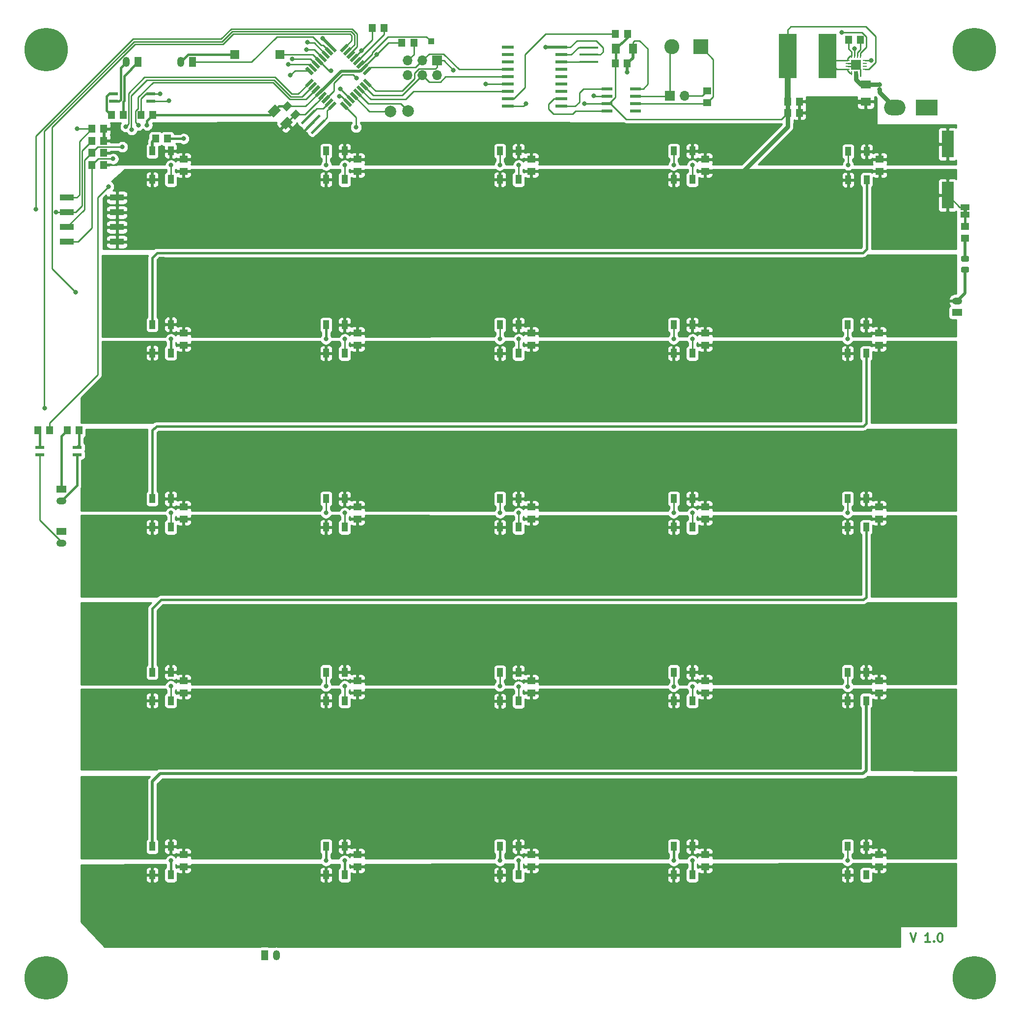
<source format=gbr>
G04 #@! TF.GenerationSoftware,KiCad,Pcbnew,(5.1.6)-1*
G04 #@! TF.CreationDate,2020-11-12T22:36:03-06:00*
G04 #@! TF.ProjectId,ddr-arrow-controller,6464722d-6172-4726-9f77-2d636f6e7472,rev?*
G04 #@! TF.SameCoordinates,Original*
G04 #@! TF.FileFunction,Copper,L1,Top*
G04 #@! TF.FilePolarity,Positive*
%FSLAX46Y46*%
G04 Gerber Fmt 4.6, Leading zero omitted, Abs format (unit mm)*
G04 Created by KiCad (PCBNEW (5.1.6)-1) date 2020-11-12 22:36:03*
%MOMM*%
%LPD*%
G01*
G04 APERTURE LIST*
G04 #@! TA.AperFunction,NonConductor*
%ADD10C,0.300000*%
G04 #@! TD*
G04 #@! TA.AperFunction,EtchedComponent*
%ADD11C,0.100000*%
G04 #@! TD*
G04 #@! TA.AperFunction,ComponentPad*
%ADD12O,3.700000X2.700000*%
G04 #@! TD*
G04 #@! TA.AperFunction,ComponentPad*
%ADD13R,3.700000X2.700000*%
G04 #@! TD*
G04 #@! TA.AperFunction,SMDPad,CuDef*
%ADD14R,2.100000X4.600000*%
G04 #@! TD*
G04 #@! TA.AperFunction,SMDPad,CuDef*
%ADD15R,1.950000X0.600000*%
G04 #@! TD*
G04 #@! TA.AperFunction,SMDPad,CuDef*
%ADD16R,2.050000X0.600000*%
G04 #@! TD*
G04 #@! TA.AperFunction,SMDPad,CuDef*
%ADD17R,1.625000X0.600000*%
G04 #@! TD*
G04 #@! TA.AperFunction,ComponentPad*
%ADD18O,1.750000X1.200000*%
G04 #@! TD*
G04 #@! TA.AperFunction,ComponentPad*
%ADD19R,1.750000X1.200000*%
G04 #@! TD*
G04 #@! TA.AperFunction,ComponentPad*
%ADD20O,1.200000X1.750000*%
G04 #@! TD*
G04 #@! TA.AperFunction,ComponentPad*
%ADD21R,1.200000X1.750000*%
G04 #@! TD*
G04 #@! TA.AperFunction,SMDPad,CuDef*
%ADD22R,1.425000X1.750000*%
G04 #@! TD*
G04 #@! TA.AperFunction,SMDPad,CuDef*
%ADD23C,0.100000*%
G04 #@! TD*
G04 #@! TA.AperFunction,SMDPad,CuDef*
%ADD24R,1.750000X1.425000*%
G04 #@! TD*
G04 #@! TA.AperFunction,SMDPad,CuDef*
%ADD25R,1.400000X1.150000*%
G04 #@! TD*
G04 #@! TA.AperFunction,SMDPad,CuDef*
%ADD26R,1.150000X1.400000*%
G04 #@! TD*
G04 #@! TA.AperFunction,SMDPad,CuDef*
%ADD27R,1.000000X1.000000*%
G04 #@! TD*
G04 #@! TA.AperFunction,ComponentPad*
%ADD28C,2.600000*%
G04 #@! TD*
G04 #@! TA.AperFunction,ComponentPad*
%ADD29R,2.600000X2.600000*%
G04 #@! TD*
G04 #@! TA.AperFunction,ComponentPad*
%ADD30O,1.700000X1.700000*%
G04 #@! TD*
G04 #@! TA.AperFunction,ComponentPad*
%ADD31R,1.700000X1.700000*%
G04 #@! TD*
G04 #@! TA.AperFunction,SMDPad,CuDef*
%ADD32R,1.500000X1.500000*%
G04 #@! TD*
G04 #@! TA.AperFunction,ComponentPad*
%ADD33C,7.500000*%
G04 #@! TD*
G04 #@! TA.AperFunction,SMDPad,CuDef*
%ADD34R,1.500000X1.000000*%
G04 #@! TD*
G04 #@! TA.AperFunction,SMDPad,CuDef*
%ADD35R,3.200000X0.400000*%
G04 #@! TD*
G04 #@! TA.AperFunction,SMDPad,CuDef*
%ADD36R,2.440000X1.120000*%
G04 #@! TD*
G04 #@! TA.AperFunction,SMDPad,CuDef*
%ADD37R,1.700000X1.700000*%
G04 #@! TD*
G04 #@! TA.AperFunction,SMDPad,CuDef*
%ADD38R,0.260000X0.760000*%
G04 #@! TD*
G04 #@! TA.AperFunction,SMDPad,CuDef*
%ADD39R,0.760000X0.260000*%
G04 #@! TD*
G04 #@! TA.AperFunction,SMDPad,CuDef*
%ADD40R,3.100000X7.700000*%
G04 #@! TD*
G04 #@! TA.AperFunction,SMDPad,CuDef*
%ADD41R,1.000000X1.500000*%
G04 #@! TD*
G04 #@! TA.AperFunction,SMDPad,CuDef*
%ADD42C,2.000000*%
G04 #@! TD*
G04 #@! TA.AperFunction,ViaPad*
%ADD43C,0.800000*%
G04 #@! TD*
G04 #@! TA.AperFunction,Conductor*
%ADD44C,0.250000*%
G04 #@! TD*
G04 #@! TA.AperFunction,Conductor*
%ADD45C,0.500000*%
G04 #@! TD*
G04 #@! TA.AperFunction,Conductor*
%ADD46C,0.750000*%
G04 #@! TD*
G04 #@! TA.AperFunction,Conductor*
%ADD47C,0.400000*%
G04 #@! TD*
G04 #@! TA.AperFunction,Conductor*
%ADD48C,1.000000*%
G04 #@! TD*
G04 #@! TA.AperFunction,Conductor*
%ADD49C,0.254000*%
G04 #@! TD*
G04 APERTURE END LIST*
D10*
X155003857Y-158309571D02*
X155503857Y-159809571D01*
X156003857Y-158309571D01*
X158432428Y-159809571D02*
X157575285Y-159809571D01*
X158003857Y-159809571D02*
X158003857Y-158309571D01*
X157861000Y-158523857D01*
X157718142Y-158666714D01*
X157575285Y-158738142D01*
X159075285Y-159666714D02*
X159146714Y-159738142D01*
X159075285Y-159809571D01*
X159003857Y-159738142D01*
X159075285Y-159666714D01*
X159075285Y-159809571D01*
X160075285Y-158309571D02*
X160218142Y-158309571D01*
X160361000Y-158381000D01*
X160432428Y-158452428D01*
X160503857Y-158595285D01*
X160575285Y-158881000D01*
X160575285Y-159238142D01*
X160503857Y-159523857D01*
X160432428Y-159666714D01*
X160361000Y-159738142D01*
X160218142Y-159809571D01*
X160075285Y-159809571D01*
X159932428Y-159738142D01*
X159861000Y-159666714D01*
X159789571Y-159523857D01*
X159718142Y-159238142D01*
X159718142Y-158881000D01*
X159789571Y-158595285D01*
X159861000Y-158452428D01*
X159932428Y-158381000D01*
X160075285Y-158309571D01*
D11*
G36*
X164739600Y-33532000D02*
G01*
X164739600Y-34032000D01*
X164139600Y-34032000D01*
X164139600Y-33532000D01*
X164739600Y-33532000D01*
G37*
D12*
X152361000Y-16002000D03*
D13*
X157861000Y-16002000D03*
D14*
X161442400Y-22270000D03*
X161442400Y-31070000D03*
D15*
X107631000Y-12725400D03*
X107631000Y-13995400D03*
X107631000Y-15265400D03*
X107631000Y-16535400D03*
X102681000Y-16535400D03*
X102681000Y-15265400D03*
X102681000Y-13995400D03*
X102681000Y-12725400D03*
D16*
X85570800Y-15748000D03*
X85570800Y-14478000D03*
X85570800Y-13208000D03*
X85570800Y-11938000D03*
X85570800Y-10668000D03*
X85570800Y-9398000D03*
X85570800Y-8128000D03*
X85570800Y-6858000D03*
X85570800Y-5588000D03*
X94870800Y-5588000D03*
X94870800Y-6858000D03*
X94870800Y-8128000D03*
X94870800Y-9398000D03*
X94870800Y-10668000D03*
X94870800Y-11938000D03*
X94870800Y-13208000D03*
X94870800Y-14478000D03*
X94870800Y-15748000D03*
D17*
X11315500Y-74549000D03*
X11315500Y-75819000D03*
X4940500Y-75819000D03*
X4940500Y-74549000D03*
X24015500Y-13589000D03*
X24015500Y-14859000D03*
X17640500Y-14859000D03*
X17640500Y-13589000D03*
D18*
X8636000Y-83788000D03*
D19*
X8636000Y-81788000D03*
D20*
X19844000Y-8128000D03*
D21*
X21844000Y-8128000D03*
D18*
X8636000Y-91027000D03*
D19*
X8636000Y-89027000D03*
D20*
X45688000Y-162125660D03*
D21*
X43688000Y-162125660D03*
D18*
X163068000Y-49308000D03*
D19*
X163068000Y-51308000D03*
D20*
X29242000Y-8128000D03*
D21*
X31242000Y-8128000D03*
D22*
X107202300Y-5842000D03*
X104227300Y-5842000D03*
G04 #@! TA.AperFunction,SMDPad,CuDef*
D23*
G36*
X46314769Y-18746066D02*
G01*
X47552206Y-17508629D01*
X48559833Y-18516256D01*
X47322396Y-19753693D01*
X46314769Y-18746066D01*
G37*
G04 #@! TD.AperFunction*
G04 #@! TA.AperFunction,SMDPad,CuDef*
G36*
X44211127Y-16642424D02*
G01*
X45448564Y-15404987D01*
X46456191Y-16412614D01*
X45218754Y-17650051D01*
X44211127Y-16642424D01*
G37*
G04 #@! TD.AperFunction*
D24*
X147320000Y-14949500D03*
X147320000Y-11974500D03*
D25*
X120015000Y-15122000D03*
X120015000Y-13072000D03*
D26*
X11693000Y-71628000D03*
X9643000Y-71628000D03*
X6613000Y-71628000D03*
X4563000Y-71628000D03*
X69401800Y-4800600D03*
X67351800Y-4800600D03*
X15960200Y-19608800D03*
X13910200Y-19608800D03*
X106231800Y-3302000D03*
X104181800Y-3302000D03*
X19313000Y-17272000D03*
X17263000Y-17272000D03*
X22343000Y-17272000D03*
X24393000Y-17272000D03*
D25*
X164439600Y-38464600D03*
X164439600Y-36414600D03*
D26*
X15960200Y-21691600D03*
X13910200Y-21691600D03*
X15960200Y-23774400D03*
X13910200Y-23774400D03*
X15960200Y-25857200D03*
X13910200Y-25857200D03*
X26933000Y-21336000D03*
X24883000Y-21336000D03*
D25*
X149606000Y-144771000D03*
X149606000Y-146821000D03*
X149606000Y-114799000D03*
X149606000Y-116849000D03*
X149606000Y-84827000D03*
X149606000Y-86877000D03*
X149606000Y-54864000D03*
X149606000Y-56914000D03*
X149733000Y-24883000D03*
X149733000Y-26933000D03*
X119634000Y-144771000D03*
X119634000Y-146821000D03*
X119634000Y-114799000D03*
X119634000Y-116849000D03*
X119634000Y-84827000D03*
X119634000Y-86877000D03*
X119634000Y-54855000D03*
X119634000Y-56905000D03*
X119634000Y-24883000D03*
X119634000Y-26933000D03*
X89662000Y-144771000D03*
X89662000Y-146821000D03*
X89662000Y-114799000D03*
X89662000Y-116849000D03*
X89662000Y-84827000D03*
X89662000Y-86877000D03*
X89662000Y-54855000D03*
X89662000Y-56905000D03*
X89662000Y-24883000D03*
X89662000Y-26933000D03*
X59690000Y-144771000D03*
X59690000Y-146821000D03*
X59690000Y-114799000D03*
X59690000Y-116849000D03*
X59690000Y-84827000D03*
X59690000Y-86877000D03*
X59690000Y-54855000D03*
X59690000Y-56905000D03*
X59690000Y-24883000D03*
X59690000Y-26933000D03*
X29718000Y-144771000D03*
X29718000Y-146821000D03*
X29718000Y-114799000D03*
X29718000Y-116849000D03*
X29718000Y-84827000D03*
X29718000Y-86877000D03*
X29718000Y-54855000D03*
X29718000Y-56905000D03*
X29718000Y-24883000D03*
X29718000Y-26933000D03*
D26*
X106222800Y-8382000D03*
X104172800Y-8382000D03*
X62221000Y-2286000D03*
X64271000Y-2286000D03*
G04 #@! TA.AperFunction,SMDPad,CuDef*
D23*
G36*
X48083223Y-17264752D02*
G01*
X49073172Y-16274803D01*
X49886345Y-17087976D01*
X48896396Y-18077925D01*
X48083223Y-17264752D01*
G37*
G04 #@! TD.AperFunction*
G04 #@! TA.AperFunction,SMDPad,CuDef*
G36*
X46633655Y-15815184D02*
G01*
X47623604Y-14825235D01*
X48436777Y-15638408D01*
X47446828Y-16628357D01*
X46633655Y-15815184D01*
G37*
G04 #@! TD.AperFunction*
D27*
X72390000Y-4572000D03*
D28*
X113872000Y-5461000D03*
D29*
X118872000Y-5461000D03*
D30*
X116078000Y-13970000D03*
D31*
X113538000Y-13970000D03*
D30*
X68326000Y-10414000D03*
X68326000Y-7874000D03*
X70866000Y-10414000D03*
X70866000Y-7874000D03*
X73406000Y-10414000D03*
D31*
X73406000Y-7874000D03*
D32*
X38518000Y-6858000D03*
X46318000Y-6858000D03*
D33*
X166000000Y-166000000D03*
X6000000Y-166000000D03*
X6000000Y-6000000D03*
X166000000Y-6000000D03*
D34*
X164439600Y-34432000D03*
X164439600Y-33132000D03*
D35*
X99618800Y-8058000D03*
X99618800Y-6858000D03*
X99618800Y-5658000D03*
G04 #@! TA.AperFunction,SMDPad,CuDef*
D23*
G36*
X51627956Y-20263637D02*
G01*
X53890697Y-18000896D01*
X54173540Y-18283739D01*
X51910799Y-20546480D01*
X51627956Y-20263637D01*
G37*
G04 #@! TD.AperFunction*
G04 #@! TA.AperFunction,SMDPad,CuDef*
G36*
X50779428Y-19415109D02*
G01*
X53042169Y-17152368D01*
X53325012Y-17435211D01*
X51062271Y-19697952D01*
X50779428Y-19415109D01*
G37*
G04 #@! TD.AperFunction*
G04 #@! TA.AperFunction,SMDPad,CuDef*
G36*
X49930900Y-18566581D02*
G01*
X52193641Y-16303840D01*
X52476484Y-16586683D01*
X50213743Y-18849424D01*
X49930900Y-18566581D01*
G37*
G04 #@! TD.AperFunction*
D36*
X18224200Y-31496000D03*
X9614200Y-39116000D03*
X18224200Y-34036000D03*
X9614200Y-36576000D03*
X18224200Y-36576000D03*
X9614200Y-34036000D03*
X18224200Y-39116000D03*
X9614200Y-31496000D03*
D26*
X144364600Y-4318000D03*
X146414600Y-4318000D03*
D37*
X145643600Y-8585200D03*
D38*
X144893600Y-7100200D03*
X145393600Y-7100200D03*
X145893600Y-7100200D03*
X146393600Y-7100200D03*
X146393600Y-10070200D03*
X145893600Y-10070200D03*
X145393600Y-10070200D03*
X144893600Y-10070200D03*
D39*
X144158600Y-9335200D03*
X144158600Y-8835200D03*
X144158600Y-8335200D03*
X144158600Y-7835200D03*
X147128600Y-7835200D03*
X147128600Y-8335200D03*
X147128600Y-8835200D03*
X147128600Y-9335200D03*
G04 #@! TA.AperFunction,SMDPad,CuDef*
G36*
G01*
X164895850Y-44401800D02*
X163983350Y-44401800D01*
G75*
G02*
X163739600Y-44158050I0J243750D01*
G01*
X163739600Y-43670550D01*
G75*
G02*
X163983350Y-43426800I243750J0D01*
G01*
X164895850Y-43426800D01*
G75*
G02*
X165139600Y-43670550I0J-243750D01*
G01*
X165139600Y-44158050D01*
G75*
G02*
X164895850Y-44401800I-243750J0D01*
G01*
G37*
G04 #@! TD.AperFunction*
G04 #@! TA.AperFunction,SMDPad,CuDef*
G36*
G01*
X164895850Y-42526800D02*
X163983350Y-42526800D01*
G75*
G02*
X163739600Y-42283050I0J243750D01*
G01*
X163739600Y-41795550D01*
G75*
G02*
X163983350Y-41551800I243750J0D01*
G01*
X164895850Y-41551800D01*
G75*
G02*
X165139600Y-41795550I0J-243750D01*
G01*
X165139600Y-42283050D01*
G75*
G02*
X164895850Y-42526800I-243750J0D01*
G01*
G37*
G04 #@! TD.AperFunction*
D26*
X135899000Y-16865600D03*
X133849000Y-16865600D03*
X135888840Y-14932660D03*
X133838840Y-14932660D03*
D40*
X133837000Y-7112000D03*
X140737000Y-7112000D03*
D41*
X24308000Y-28358000D03*
X27508000Y-28358000D03*
X24308000Y-23458000D03*
X27508000Y-23458000D03*
X144196000Y-58330000D03*
X147396000Y-58330000D03*
X144196000Y-53430000D03*
X147396000Y-53430000D03*
X27508000Y-83402000D03*
X24308000Y-83402000D03*
X27508000Y-88302000D03*
X24308000Y-88302000D03*
X144196000Y-118210500D03*
X147396000Y-118210500D03*
X144196000Y-113310500D03*
X147396000Y-113310500D03*
X24308000Y-148246000D03*
X27508000Y-148246000D03*
X24308000Y-143346000D03*
X27508000Y-143346000D03*
X54280000Y-28358000D03*
X57480000Y-28358000D03*
X54280000Y-23458000D03*
X57480000Y-23458000D03*
X117424000Y-53430000D03*
X114224000Y-53430000D03*
X117424000Y-58330000D03*
X114224000Y-58330000D03*
X57480000Y-83402000D03*
X54280000Y-83402000D03*
X57480000Y-88302000D03*
X54280000Y-88302000D03*
X117424000Y-113310500D03*
X114224000Y-113310500D03*
X117424000Y-118210500D03*
X114224000Y-118210500D03*
X57480000Y-143346000D03*
X54280000Y-143346000D03*
X57480000Y-148246000D03*
X54280000Y-148246000D03*
X87452000Y-23458000D03*
X84252000Y-23458000D03*
X87452000Y-28358000D03*
X84252000Y-28358000D03*
X87452000Y-53430000D03*
X84252000Y-53430000D03*
X87452000Y-58330000D03*
X84252000Y-58330000D03*
X87452000Y-83402000D03*
X84252000Y-83402000D03*
X87452000Y-88302000D03*
X84252000Y-88302000D03*
X84252000Y-118274000D03*
X87452000Y-118274000D03*
X84252000Y-113374000D03*
X87452000Y-113374000D03*
X84252000Y-148246000D03*
X87452000Y-148246000D03*
X84252000Y-143346000D03*
X87452000Y-143346000D03*
X114224000Y-28358000D03*
X117424000Y-28358000D03*
X114224000Y-23458000D03*
X117424000Y-23458000D03*
X54280000Y-58330000D03*
X57480000Y-58330000D03*
X54280000Y-53430000D03*
X57480000Y-53430000D03*
X114224000Y-88302000D03*
X117424000Y-88302000D03*
X114224000Y-83402000D03*
X117424000Y-83402000D03*
X57480000Y-113310500D03*
X54280000Y-113310500D03*
X57480000Y-118210500D03*
X54280000Y-118210500D03*
X114224000Y-148246000D03*
X117424000Y-148246000D03*
X114224000Y-143346000D03*
X117424000Y-143346000D03*
X147486000Y-23534000D03*
X144286000Y-23534000D03*
X147486000Y-28434000D03*
X144286000Y-28434000D03*
X27508000Y-53366500D03*
X24308000Y-53366500D03*
X27508000Y-58266500D03*
X24308000Y-58266500D03*
X147396000Y-83402000D03*
X144196000Y-83402000D03*
X147396000Y-88302000D03*
X144196000Y-88302000D03*
X24308000Y-118210500D03*
X27508000Y-118210500D03*
X24308000Y-113310500D03*
X27508000Y-113310500D03*
X147396000Y-143346000D03*
X144196000Y-143346000D03*
X147396000Y-148246000D03*
X144196000Y-148246000D03*
D42*
X68427600Y-16586200D03*
X65379600Y-16611600D03*
G04 #@! TA.AperFunction,SMDPad,CuDef*
D23*
G36*
X51031666Y-12453445D02*
G01*
X50642757Y-12064536D01*
X51774128Y-10933165D01*
X52163037Y-11322074D01*
X51031666Y-12453445D01*
G37*
G04 #@! TD.AperFunction*
G04 #@! TA.AperFunction,SMDPad,CuDef*
G36*
X51597352Y-13019130D02*
G01*
X51208443Y-12630221D01*
X52339814Y-11498850D01*
X52728723Y-11887759D01*
X51597352Y-13019130D01*
G37*
G04 #@! TD.AperFunction*
G04 #@! TA.AperFunction,SMDPad,CuDef*
G36*
X52163037Y-13584816D02*
G01*
X51774128Y-13195907D01*
X52905499Y-12064536D01*
X53294408Y-12453445D01*
X52163037Y-13584816D01*
G37*
G04 #@! TD.AperFunction*
G04 #@! TA.AperFunction,SMDPad,CuDef*
G36*
X52728722Y-14150501D02*
G01*
X52339813Y-13761592D01*
X53471184Y-12630221D01*
X53860093Y-13019130D01*
X52728722Y-14150501D01*
G37*
G04 #@! TD.AperFunction*
G04 #@! TA.AperFunction,SMDPad,CuDef*
G36*
X53294408Y-14716187D02*
G01*
X52905499Y-14327278D01*
X54036870Y-13195907D01*
X54425779Y-13584816D01*
X53294408Y-14716187D01*
G37*
G04 #@! TD.AperFunction*
G04 #@! TA.AperFunction,SMDPad,CuDef*
G36*
X53860093Y-15281872D02*
G01*
X53471184Y-14892963D01*
X54602555Y-13761592D01*
X54991464Y-14150501D01*
X53860093Y-15281872D01*
G37*
G04 #@! TD.AperFunction*
G04 #@! TA.AperFunction,SMDPad,CuDef*
G36*
X54425779Y-15847557D02*
G01*
X54036870Y-15458648D01*
X55168241Y-14327277D01*
X55557150Y-14716186D01*
X54425779Y-15847557D01*
G37*
G04 #@! TD.AperFunction*
G04 #@! TA.AperFunction,SMDPad,CuDef*
G36*
X54991464Y-16413243D02*
G01*
X54602555Y-16024334D01*
X55733926Y-14892963D01*
X56122835Y-15281872D01*
X54991464Y-16413243D01*
G37*
G04 #@! TD.AperFunction*
G04 #@! TA.AperFunction,SMDPad,CuDef*
G36*
X58173445Y-16024334D02*
G01*
X57784536Y-16413243D01*
X56653165Y-15281872D01*
X57042074Y-14892963D01*
X58173445Y-16024334D01*
G37*
G04 #@! TD.AperFunction*
G04 #@! TA.AperFunction,SMDPad,CuDef*
G36*
X58739130Y-15458648D02*
G01*
X58350221Y-15847557D01*
X57218850Y-14716186D01*
X57607759Y-14327277D01*
X58739130Y-15458648D01*
G37*
G04 #@! TD.AperFunction*
G04 #@! TA.AperFunction,SMDPad,CuDef*
G36*
X59304816Y-14892963D02*
G01*
X58915907Y-15281872D01*
X57784536Y-14150501D01*
X58173445Y-13761592D01*
X59304816Y-14892963D01*
G37*
G04 #@! TD.AperFunction*
G04 #@! TA.AperFunction,SMDPad,CuDef*
G36*
X59870501Y-14327278D02*
G01*
X59481592Y-14716187D01*
X58350221Y-13584816D01*
X58739130Y-13195907D01*
X59870501Y-14327278D01*
G37*
G04 #@! TD.AperFunction*
G04 #@! TA.AperFunction,SMDPad,CuDef*
G36*
X60436187Y-13761592D02*
G01*
X60047278Y-14150501D01*
X58915907Y-13019130D01*
X59304816Y-12630221D01*
X60436187Y-13761592D01*
G37*
G04 #@! TD.AperFunction*
G04 #@! TA.AperFunction,SMDPad,CuDef*
G36*
X61001872Y-13195907D02*
G01*
X60612963Y-13584816D01*
X59481592Y-12453445D01*
X59870501Y-12064536D01*
X61001872Y-13195907D01*
G37*
G04 #@! TD.AperFunction*
G04 #@! TA.AperFunction,SMDPad,CuDef*
G36*
X61567557Y-12630221D02*
G01*
X61178648Y-13019130D01*
X60047277Y-11887759D01*
X60436186Y-11498850D01*
X61567557Y-12630221D01*
G37*
G04 #@! TD.AperFunction*
G04 #@! TA.AperFunction,SMDPad,CuDef*
G36*
X62133243Y-12064536D02*
G01*
X61744334Y-12453445D01*
X60612963Y-11322074D01*
X61001872Y-10933165D01*
X62133243Y-12064536D01*
G37*
G04 #@! TD.AperFunction*
G04 #@! TA.AperFunction,SMDPad,CuDef*
G36*
X61001872Y-10402835D02*
G01*
X60612963Y-10013926D01*
X61744334Y-8882555D01*
X62133243Y-9271464D01*
X61001872Y-10402835D01*
G37*
G04 #@! TD.AperFunction*
G04 #@! TA.AperFunction,SMDPad,CuDef*
G36*
X60436186Y-9837150D02*
G01*
X60047277Y-9448241D01*
X61178648Y-8316870D01*
X61567557Y-8705779D01*
X60436186Y-9837150D01*
G37*
G04 #@! TD.AperFunction*
G04 #@! TA.AperFunction,SMDPad,CuDef*
G36*
X59870501Y-9271464D02*
G01*
X59481592Y-8882555D01*
X60612963Y-7751184D01*
X61001872Y-8140093D01*
X59870501Y-9271464D01*
G37*
G04 #@! TD.AperFunction*
G04 #@! TA.AperFunction,SMDPad,CuDef*
G36*
X59304816Y-8705779D02*
G01*
X58915907Y-8316870D01*
X60047278Y-7185499D01*
X60436187Y-7574408D01*
X59304816Y-8705779D01*
G37*
G04 #@! TD.AperFunction*
G04 #@! TA.AperFunction,SMDPad,CuDef*
G36*
X58739130Y-8140093D02*
G01*
X58350221Y-7751184D01*
X59481592Y-6619813D01*
X59870501Y-7008722D01*
X58739130Y-8140093D01*
G37*
G04 #@! TD.AperFunction*
G04 #@! TA.AperFunction,SMDPad,CuDef*
G36*
X58173445Y-7574408D02*
G01*
X57784536Y-7185499D01*
X58915907Y-6054128D01*
X59304816Y-6443037D01*
X58173445Y-7574408D01*
G37*
G04 #@! TD.AperFunction*
G04 #@! TA.AperFunction,SMDPad,CuDef*
G36*
X57607759Y-7008723D02*
G01*
X57218850Y-6619814D01*
X58350221Y-5488443D01*
X58739130Y-5877352D01*
X57607759Y-7008723D01*
G37*
G04 #@! TD.AperFunction*
G04 #@! TA.AperFunction,SMDPad,CuDef*
G36*
X57042074Y-6443037D02*
G01*
X56653165Y-6054128D01*
X57784536Y-4922757D01*
X58173445Y-5311666D01*
X57042074Y-6443037D01*
G37*
G04 #@! TD.AperFunction*
G04 #@! TA.AperFunction,SMDPad,CuDef*
G36*
X56122835Y-6054128D02*
G01*
X55733926Y-6443037D01*
X54602555Y-5311666D01*
X54991464Y-4922757D01*
X56122835Y-6054128D01*
G37*
G04 #@! TD.AperFunction*
G04 #@! TA.AperFunction,SMDPad,CuDef*
G36*
X55557150Y-6619814D02*
G01*
X55168241Y-7008723D01*
X54036870Y-5877352D01*
X54425779Y-5488443D01*
X55557150Y-6619814D01*
G37*
G04 #@! TD.AperFunction*
G04 #@! TA.AperFunction,SMDPad,CuDef*
G36*
X54991464Y-7185499D02*
G01*
X54602555Y-7574408D01*
X53471184Y-6443037D01*
X53860093Y-6054128D01*
X54991464Y-7185499D01*
G37*
G04 #@! TD.AperFunction*
G04 #@! TA.AperFunction,SMDPad,CuDef*
G36*
X54425779Y-7751184D02*
G01*
X54036870Y-8140093D01*
X52905499Y-7008722D01*
X53294408Y-6619813D01*
X54425779Y-7751184D01*
G37*
G04 #@! TD.AperFunction*
G04 #@! TA.AperFunction,SMDPad,CuDef*
G36*
X53860093Y-8316870D02*
G01*
X53471184Y-8705779D01*
X52339813Y-7574408D01*
X52728722Y-7185499D01*
X53860093Y-8316870D01*
G37*
G04 #@! TD.AperFunction*
G04 #@! TA.AperFunction,SMDPad,CuDef*
G36*
X53294408Y-8882555D02*
G01*
X52905499Y-9271464D01*
X51774128Y-8140093D01*
X52163037Y-7751184D01*
X53294408Y-8882555D01*
G37*
G04 #@! TD.AperFunction*
G04 #@! TA.AperFunction,SMDPad,CuDef*
G36*
X52728723Y-9448241D02*
G01*
X52339814Y-9837150D01*
X51208443Y-8705779D01*
X51597352Y-8316870D01*
X52728723Y-9448241D01*
G37*
G04 #@! TD.AperFunction*
G04 #@! TA.AperFunction,SMDPad,CuDef*
G36*
X52163037Y-10013926D02*
G01*
X51774128Y-10402835D01*
X50642757Y-9271464D01*
X51031666Y-8882555D01*
X52163037Y-10013926D01*
G37*
G04 #@! TD.AperFunction*
D43*
X146067600Y-9011200D03*
X146067600Y-8171200D03*
X145237600Y-9011200D03*
X145237600Y-8171200D03*
X92125800Y-5588000D03*
X100431600Y-13970000D03*
X106172000Y-9906000D03*
X145821400Y-144703800D03*
X145821400Y-84709000D03*
X145796000Y-114579400D03*
X144223740Y-14932660D03*
X145188940Y-14932660D03*
X145186400Y-15849600D03*
X144221200Y-15849600D03*
X144221200Y-16764000D03*
X145186400Y-16764000D03*
X144221200Y-17678400D03*
X145186400Y-17678400D03*
X89662000Y-22860000D03*
X60350400Y-6146800D03*
X27178000Y-14782800D03*
X25857200Y-51612800D03*
X25908000Y-81788000D03*
X25908000Y-111810800D03*
X25908000Y-141986000D03*
X27533600Y-25908000D03*
X54305200Y-25908000D03*
X57505600Y-25908000D03*
X84226400Y-25908000D03*
X87477600Y-25908000D03*
X114198400Y-25908000D03*
X117449600Y-25908000D03*
X144272000Y-25857200D03*
X117449600Y-55880000D03*
X144170400Y-55880000D03*
X57505600Y-85852000D03*
X84277200Y-85852000D03*
X117449600Y-85852000D03*
X144170400Y-85852000D03*
X27533600Y-85852000D03*
X54254400Y-85852000D03*
X87477600Y-85852000D03*
X114198400Y-85852000D03*
X27533600Y-115722400D03*
X54254400Y-115722400D03*
X87477600Y-115773200D03*
X114198400Y-115773200D03*
X27525980Y-145798540D03*
X54269640Y-145801080D03*
X87462360Y-145793460D03*
X114223800Y-145793460D03*
X5791200Y-67767200D03*
X11074400Y-47802800D03*
X53692998Y-4013200D03*
X51054000Y-4699000D03*
X50927000Y-5969000D03*
X7747220Y-34036000D03*
X4267200Y-33477200D03*
X145382060Y-5774355D03*
X149733000Y-12827000D03*
X149733000Y-11976100D03*
X11328400Y-19608800D03*
X56591200Y-14020800D03*
X19734377Y-19268625D03*
X17560410Y-24799410D03*
X19151600Y-22758400D03*
X20773468Y-19789345D03*
X29718000Y-21336000D03*
X59436000Y-19354800D03*
X48133000Y-10414000D03*
X148285200Y-7823200D03*
X143205200Y-2997200D03*
X56743600Y-12750800D03*
X25654000Y-13614400D03*
X59524900Y-10911840D03*
X21945600Y-18999199D03*
X16764000Y-29591000D03*
X76250800Y-9499600D03*
X81762600Y-11938000D03*
X55118000Y-9652000D03*
X48463200Y-7583000D03*
X47752000Y-8534400D03*
X27533600Y-55880000D03*
X54254400Y-55880000D03*
X57505600Y-55880000D03*
X84226400Y-55880000D03*
X87477600Y-55880000D03*
X114198400Y-55880000D03*
X57505600Y-115722400D03*
X84226400Y-115722400D03*
X117449600Y-115773200D03*
X144221200Y-115773200D03*
X57485280Y-145783300D03*
X84251800Y-145785840D03*
X117431820Y-145798540D03*
X144170400Y-145796000D03*
X62973858Y-6839858D03*
X85877400Y-30149800D03*
X85852000Y-60071000D03*
X85877400Y-90068400D03*
X85877400Y-119964200D03*
X85877400Y-149910800D03*
X22098000Y-27533600D03*
X23418800Y-18999200D03*
X98806000Y-15290800D03*
X88747600Y-15290800D03*
D44*
X146393600Y-9335200D02*
X145897600Y-8839200D01*
X146393600Y-10070200D02*
X146393600Y-9335200D01*
X145393600Y-8835200D02*
X145393600Y-8835200D01*
X144158600Y-8835200D02*
X145393600Y-8835200D01*
X145393600Y-8335200D02*
X145393600Y-8335200D01*
X144158600Y-8335200D02*
X145393600Y-8335200D01*
X145897600Y-8839200D02*
X145643600Y-8585200D01*
X145393600Y-8335200D02*
X145393600Y-8335200D01*
X145393600Y-8835200D02*
X145643600Y-8585200D01*
X145393600Y-8335200D02*
X145643600Y-8585200D01*
X38448010Y-6927990D02*
X38518000Y-6858000D01*
D45*
X107202300Y-7402500D02*
X106222800Y-8382000D01*
X107202300Y-5842000D02*
X107202300Y-7402500D01*
X103234544Y-13995400D02*
X102681000Y-13995400D01*
X92125800Y-5588000D02*
X94870800Y-5588000D01*
D44*
X100816202Y-4470400D02*
X102006400Y-5660598D01*
X102006400Y-5660598D02*
X102006400Y-6400800D01*
X101549200Y-6858000D02*
X99618800Y-6858000D01*
X102006400Y-6400800D02*
X101549200Y-6858000D01*
X107202300Y-5842000D02*
X107202300Y-4684700D01*
X107202300Y-4684700D02*
X107442000Y-4445000D01*
X107442000Y-4445000D02*
X108331000Y-4445000D01*
X108331000Y-4445000D02*
X109728000Y-5842000D01*
X109728000Y-5842000D02*
X109728000Y-11938000D01*
X108940600Y-12725400D02*
X107631000Y-12725400D01*
X109728000Y-11938000D02*
X108940600Y-12725400D01*
X94870800Y-5588000D02*
X96393000Y-5588000D01*
X97510600Y-4470400D02*
X100816202Y-4470400D01*
X96393000Y-5588000D02*
X97510600Y-4470400D01*
X102681000Y-13995400D02*
X100457000Y-13995400D01*
X100457000Y-13995400D02*
X100431600Y-13970000D01*
D45*
X106222800Y-8382000D02*
X106222800Y-9855200D01*
X106222800Y-9855200D02*
X106172000Y-9906000D01*
D44*
X53665639Y-13956047D02*
X53671453Y-13956047D01*
X62221000Y-4269314D02*
X62221000Y-2286000D01*
X59110361Y-7379953D02*
X60118357Y-6371957D01*
X51523926Y-19037274D02*
X52273200Y-18288000D01*
X53665639Y-14149821D02*
X52490370Y-15325090D01*
X53665639Y-13956047D02*
X53665639Y-14149821D01*
X146393600Y-10070200D02*
X146393600Y-10338500D01*
X146393600Y-10070200D02*
X146393600Y-10511220D01*
D45*
X163068000Y-49308000D02*
X163552120Y-49308000D01*
D44*
X47529987Y-18631161D02*
X48984784Y-17176364D01*
X47437301Y-18631161D02*
X47529987Y-18631161D01*
X52273200Y-18288000D02*
X52265580Y-18288000D01*
X52273200Y-18288000D02*
X52273200Y-18298160D01*
X50639096Y-17176364D02*
X52490370Y-15325090D01*
X48984784Y-17176364D02*
X50639096Y-17176364D01*
X52052220Y-18425160D02*
X52161440Y-18425160D01*
D46*
X147303160Y-14932660D02*
X147320000Y-14949500D01*
X144223740Y-14932660D02*
X145188940Y-14932660D01*
X145188940Y-14932660D02*
X147303160Y-14932660D01*
D44*
X60118357Y-6371957D02*
X62221000Y-4269314D01*
X52052220Y-18425160D02*
X51932840Y-18425160D01*
X51302946Y-19055054D02*
X51302946Y-19207454D01*
X51932840Y-18425160D02*
X51302946Y-19055054D01*
X51302946Y-19207454D02*
X50038000Y-20472400D01*
D47*
X30517010Y-6852990D02*
X29242000Y-8128000D01*
X38512990Y-6852990D02*
X30517010Y-6852990D01*
X38518000Y-6858000D02*
X38512990Y-6852990D01*
D44*
X24015500Y-14859000D02*
X27101800Y-14859000D01*
X27101800Y-14859000D02*
X27178000Y-14782800D01*
D45*
X164439600Y-47936400D02*
X163068000Y-49308000D01*
X164439600Y-43914300D02*
X164439600Y-47936400D01*
D44*
X8636000Y-90815190D02*
X8636000Y-91027000D01*
X4940500Y-75819000D02*
X4940500Y-87119690D01*
X4940500Y-87119690D02*
X8636000Y-90815190D01*
X27508000Y-28358000D02*
X27508000Y-25933600D01*
X27508000Y-25933600D02*
X27533600Y-25908000D01*
X54305200Y-23483200D02*
X54280000Y-23458000D01*
X54305200Y-25908000D02*
X54305200Y-23483200D01*
D45*
X24308000Y-21911000D02*
X24883000Y-21336000D01*
X24308000Y-23458000D02*
X24308000Y-21911000D01*
D44*
X57480000Y-28358000D02*
X57480000Y-25933600D01*
X57480000Y-25933600D02*
X57505600Y-25908000D01*
X84226400Y-23483600D02*
X84252000Y-23458000D01*
X84226400Y-25908000D02*
X84226400Y-23483600D01*
X87452000Y-28358000D02*
X87452000Y-25933600D01*
X87452000Y-25933600D02*
X87477600Y-25908000D01*
X114198400Y-23483600D02*
X114224000Y-23458000D01*
X114198400Y-25908000D02*
X114198400Y-23483600D01*
X117424000Y-28358000D02*
X117424000Y-25933600D01*
X117424000Y-25933600D02*
X117449600Y-25908000D01*
X144272000Y-23548000D02*
X144286000Y-23534000D01*
X144272000Y-25857200D02*
X144272000Y-23548000D01*
X117424000Y-58330000D02*
X117424000Y-55905600D01*
X117424000Y-55905600D02*
X117449600Y-55880000D01*
X144170400Y-53455600D02*
X144196000Y-53430000D01*
X144170400Y-55880000D02*
X144170400Y-53455600D01*
X57480000Y-88302000D02*
X57480000Y-85877600D01*
X57480000Y-85877600D02*
X57505600Y-85852000D01*
X84277200Y-83427200D02*
X84252000Y-83402000D01*
X84277200Y-85852000D02*
X84277200Y-83427200D01*
X117424000Y-88302000D02*
X117424000Y-85877600D01*
X117424000Y-85877600D02*
X117449600Y-85852000D01*
X144170400Y-83427600D02*
X144196000Y-83402000D01*
X144170400Y-85852000D02*
X144170400Y-83427600D01*
D47*
X25044400Y-70891400D02*
X24308000Y-71627800D01*
X146913600Y-70891400D02*
X25044400Y-70891400D01*
X24308000Y-71627800D02*
X24308000Y-83402000D01*
X147396000Y-58330000D02*
X147396000Y-70409000D01*
X147396000Y-70409000D02*
X146913600Y-70891400D01*
D44*
X27508000Y-88302000D02*
X27508000Y-85877600D01*
X27508000Y-85877600D02*
X27533600Y-85852000D01*
X54254400Y-83427600D02*
X54280000Y-83402000D01*
X54254400Y-85852000D02*
X54254400Y-83427600D01*
X87452000Y-88302000D02*
X87452000Y-85877600D01*
X87452000Y-85877600D02*
X87477600Y-85852000D01*
X114198400Y-83427600D02*
X114224000Y-83402000D01*
X114198400Y-85852000D02*
X114198400Y-83427600D01*
D47*
X147396000Y-88302000D02*
X147396000Y-100355600D01*
X147396000Y-100355600D02*
X146939000Y-100812600D01*
X146939000Y-100812600D02*
X25806400Y-100812600D01*
X25806400Y-100812600D02*
X24307800Y-102311200D01*
X24308000Y-102311400D02*
X24308000Y-113310500D01*
X24307800Y-102311200D02*
X24308000Y-102311400D01*
D44*
X27508000Y-118210500D02*
X27508000Y-115748000D01*
X27508000Y-115748000D02*
X27533600Y-115722400D01*
X54254400Y-113336100D02*
X54280000Y-113310500D01*
X54254400Y-115722400D02*
X54254400Y-113336100D01*
X87452000Y-118274000D02*
X87452000Y-115798800D01*
X87452000Y-115798800D02*
X87477600Y-115773200D01*
X114198400Y-113336100D02*
X114224000Y-113310500D01*
X114198400Y-115773200D02*
X114198400Y-113336100D01*
D45*
X24308000Y-132156000D02*
X24308000Y-143346000D01*
X25679400Y-130784600D02*
X24308000Y-132156000D01*
X146862800Y-130784600D02*
X25679400Y-130784600D01*
X147396000Y-118210500D02*
X147396000Y-130251400D01*
X147396000Y-130251400D02*
X146862800Y-130784600D01*
D47*
X27508000Y-148246000D02*
X27508000Y-145816520D01*
X27508000Y-145816520D02*
X27525980Y-145798540D01*
X54269640Y-143356360D02*
X54280000Y-143346000D01*
X54269640Y-145801080D02*
X54269640Y-143356360D01*
X87452000Y-148246000D02*
X87452000Y-145803820D01*
X87452000Y-145803820D02*
X87462360Y-145793460D01*
X114223800Y-143346200D02*
X114224000Y-143346000D01*
X114223800Y-145793460D02*
X114223800Y-143346200D01*
D44*
X57978990Y-6248583D02*
X58013417Y-6248583D01*
X36345868Y-4596200D02*
X21156228Y-4596201D01*
X59174810Y-5087190D02*
X59174809Y-3420399D01*
X58013417Y-6248583D02*
X59174810Y-5087190D01*
X58592598Y-2838189D02*
X38103878Y-2838190D01*
X59174809Y-3420399D02*
X58592598Y-2838189D01*
X38103878Y-2838190D02*
X36345868Y-4596200D01*
X5712990Y-67688990D02*
X5791200Y-67767200D01*
X21156228Y-4596201D02*
X5712990Y-20039439D01*
X5712990Y-20039439D02*
X5712990Y-67688990D01*
D47*
X57413305Y-5682897D02*
X57413305Y-5680295D01*
D44*
X7022220Y-19366619D02*
X7022220Y-43750620D01*
X21342629Y-5046210D02*
X7022220Y-19366619D01*
X36532268Y-5046210D02*
X21342629Y-5046210D01*
X58724800Y-4368800D02*
X58724800Y-3606800D01*
X57413305Y-5680295D02*
X58724800Y-4368800D01*
X58406199Y-3288199D02*
X38290279Y-3288199D01*
X58724800Y-3606800D02*
X58406199Y-3288199D01*
X7022220Y-43750620D02*
X11074400Y-47802800D01*
X38290279Y-3288199D02*
X36532268Y-5046210D01*
D45*
X53692998Y-4013200D02*
X53692998Y-4013200D01*
X53692998Y-4013200D02*
X55362695Y-5682897D01*
D44*
X54277545Y-5729118D02*
X54797010Y-6248583D01*
X41402000Y-8128000D02*
X31242000Y-8128000D01*
X45791791Y-3738209D02*
X41402000Y-8128000D01*
X54797010Y-6232210D02*
X53771800Y-5207000D01*
X53771800Y-5207000D02*
X53467000Y-5207000D01*
X54797010Y-6248583D02*
X54797010Y-6232210D01*
X53467000Y-5207000D02*
X51998209Y-3738209D01*
X51998209Y-3738209D02*
X45791791Y-3738209D01*
X54231324Y-6814268D02*
X54238608Y-6814268D01*
X54231324Y-6814268D02*
X52243056Y-4826000D01*
X52243056Y-4826000D02*
X51181000Y-4826000D01*
X51181000Y-4826000D02*
X51054000Y-4699000D01*
X53665639Y-7379953D02*
X52254686Y-5969000D01*
X52254686Y-5969000D02*
X50927000Y-5969000D01*
X71593590Y-3775590D02*
X72390000Y-4572000D01*
X64965124Y-3775590D02*
X71593590Y-3775590D01*
X62248857Y-6491857D02*
X64965124Y-3775590D01*
X62248857Y-6712143D02*
X62248857Y-6491857D01*
X60449676Y-8511324D02*
X62248857Y-6712143D01*
X60241732Y-8511324D02*
X60449676Y-8511324D01*
X12199190Y-23402610D02*
X13910200Y-21691600D01*
X11084200Y-34036000D02*
X12199190Y-32921010D01*
X12199190Y-32921010D02*
X12199190Y-23402610D01*
X9614200Y-34036000D02*
X11084200Y-34036000D01*
X58778997Y-2388180D02*
X37917477Y-2388181D01*
X59624817Y-3234000D02*
X58778997Y-2388180D01*
X59624817Y-5451300D02*
X59624817Y-3234000D01*
X58544676Y-6814268D02*
X58544676Y-6531441D01*
X58544676Y-6531441D02*
X59624817Y-5451300D01*
X37917477Y-2388181D02*
X36159466Y-4146192D01*
X36159466Y-4146192D02*
X20969827Y-4146192D01*
X20969827Y-4146192D02*
X4267200Y-20848819D01*
X9614200Y-34036000D02*
X7747220Y-34036000D01*
X4267200Y-20848819D02*
X4267200Y-33477200D01*
X145393600Y-7100200D02*
X145393600Y-5785895D01*
X145893600Y-10070200D02*
X145643600Y-10320200D01*
X145643600Y-10320200D02*
X145393600Y-10070200D01*
D46*
X145643600Y-10320200D02*
X145643600Y-11161700D01*
D47*
X145643600Y-10320200D02*
X145643600Y-9850120D01*
D46*
X146456400Y-11974500D02*
X147320000Y-11974500D01*
X145643600Y-11161700D02*
X146456400Y-11974500D01*
X149731400Y-11974500D02*
X149733000Y-11976100D01*
X147320000Y-11974500D02*
X149731400Y-11974500D01*
X149733000Y-13374000D02*
X152361000Y-16002000D01*
X149733000Y-12827000D02*
X149733000Y-13374000D01*
D44*
X119871600Y-15265400D02*
X120015000Y-15122000D01*
X107631000Y-15265400D02*
X119871600Y-15265400D01*
X121040010Y-7629010D02*
X118872000Y-5461000D01*
X121040010Y-14096990D02*
X121040010Y-7629010D01*
X120015000Y-15122000D02*
X121040010Y-14096990D01*
X113512600Y-13995400D02*
X113538000Y-13970000D01*
X107631000Y-13995400D02*
X113512600Y-13995400D01*
X113538000Y-5795000D02*
X113872000Y-5461000D01*
X113538000Y-13970000D02*
X113538000Y-5795000D01*
X104181800Y-3302000D02*
X92151200Y-3302000D01*
X92151200Y-3302000D02*
X88595200Y-6858000D01*
X86595800Y-14478000D02*
X85570800Y-14478000D01*
X88595200Y-12478600D02*
X86595800Y-14478000D01*
X88595200Y-6858000D02*
X88595200Y-12478600D01*
D47*
X16828000Y-13589000D02*
X17640500Y-13589000D01*
X16427990Y-16436990D02*
X16427990Y-13989010D01*
X16427990Y-13989010D02*
X16828000Y-13589000D01*
X17263000Y-17272000D02*
X16427990Y-16436990D01*
X19313000Y-14961942D02*
X19453020Y-14821922D01*
X19313000Y-17272000D02*
X19313000Y-14961942D01*
X19453020Y-10518980D02*
X21844000Y-8128000D01*
X19453020Y-14821922D02*
X19453020Y-10518980D01*
D44*
X11749180Y-21769820D02*
X13910200Y-19608800D01*
X11749180Y-31024420D02*
X11749180Y-21769820D01*
X11277600Y-31496000D02*
X11749180Y-31024420D01*
X9614200Y-31496000D02*
X11277600Y-31496000D01*
X11328400Y-19608800D02*
X13910200Y-19608800D01*
X57978990Y-15087417D02*
X56912373Y-14020800D01*
X56912373Y-14020800D02*
X56591200Y-14020800D01*
D45*
X164439600Y-38464600D02*
X164439600Y-42039300D01*
D44*
X51402897Y-11693305D02*
X51402897Y-11716103D01*
X9614200Y-39116000D02*
X11531600Y-39116000D01*
X11531600Y-39116000D02*
X13910200Y-36737400D01*
X14967990Y-24799410D02*
X13910200Y-25857200D01*
X45507294Y-10757274D02*
X22973926Y-10757274D01*
X51402897Y-11693305D02*
X51400295Y-11693305D01*
X20213010Y-13518190D02*
X20213010Y-18039390D01*
X48364420Y-13614400D02*
X45507294Y-10757274D01*
X51400295Y-11693305D02*
X49479200Y-13614400D01*
X22973926Y-10757274D02*
X20213010Y-13518190D01*
X16523380Y-24799410D02*
X14967990Y-24799410D01*
X49479200Y-13614400D02*
X48364420Y-13614400D01*
X13910200Y-25857200D02*
X13910200Y-36737400D01*
X20213010Y-18039390D02*
X20213010Y-18789992D01*
X20213010Y-18789992D02*
X19734377Y-19268625D01*
X16523380Y-24799410D02*
X17560410Y-24799410D01*
X9614200Y-36576000D02*
X12649200Y-33541000D01*
X12649200Y-25035400D02*
X13910200Y-23774400D01*
X12649200Y-33541000D02*
X12649200Y-25035400D01*
X14935210Y-22749390D02*
X13910200Y-23774400D01*
X16523380Y-22749390D02*
X14935210Y-22749390D01*
X19151600Y-22758400D02*
X16532390Y-22758400D01*
X16532390Y-22758400D02*
X16523380Y-22749390D01*
X20663020Y-19678897D02*
X20773468Y-19789345D01*
X23387516Y-11207284D02*
X20663020Y-13931780D01*
X20663020Y-13931780D02*
X20663020Y-19678897D01*
X50148783Y-14078790D02*
X48192400Y-14078790D01*
X51968583Y-12258990D02*
X50148783Y-14078790D01*
X48192400Y-14078790D02*
X45320894Y-11207284D01*
X45320894Y-11207284D02*
X23387516Y-11207284D01*
X57413305Y-15653103D02*
X57413305Y-15655705D01*
X59436000Y-17678400D02*
X59436000Y-19354800D01*
X57413305Y-15655705D02*
X59436000Y-17678400D01*
D47*
X26933000Y-21336000D02*
X29718000Y-21336000D01*
D44*
X51402897Y-9642695D02*
X48904305Y-9642695D01*
X48904305Y-9642695D02*
X48133000Y-10414000D01*
X147128600Y-7835200D02*
X148273200Y-7835200D01*
X148273200Y-7835200D02*
X148285200Y-7823200D01*
X146393600Y-7100200D02*
X146393600Y-6819200D01*
X146393600Y-7100200D02*
X146393600Y-6606610D01*
X146393600Y-6606610D02*
X146913600Y-6086610D01*
X146913600Y-6086610D02*
X147421600Y-5578610D01*
X146681990Y-2997200D02*
X143205200Y-2997200D01*
X147421600Y-5578610D02*
X147421600Y-3736810D01*
X147421600Y-3736810D02*
X146681990Y-2997200D01*
X58565332Y-14521732D02*
X58544676Y-14521732D01*
X23203000Y-13589000D02*
X24015500Y-13589000D01*
X22343000Y-14449000D02*
X23203000Y-13589000D01*
X22343000Y-17272000D02*
X22343000Y-14449000D01*
X58544676Y-14521732D02*
X58544676Y-14501076D01*
X58544676Y-14521732D02*
X58514532Y-14521732D01*
X58514532Y-14521732D02*
X56743600Y-12750800D01*
X24040900Y-13614400D02*
X24015500Y-13589000D01*
X25654000Y-13614400D02*
X24040900Y-13614400D01*
X61572285Y-15286599D02*
X59676047Y-13390361D01*
X67127999Y-15286599D02*
X61572285Y-15286599D01*
X68427600Y-16586200D02*
X67127999Y-15286599D01*
X61765914Y-16611600D02*
X59110361Y-13956047D01*
X65379600Y-16611600D02*
X61765914Y-16611600D01*
X54231324Y-14521732D02*
X54231324Y-14501076D01*
X54231324Y-14501076D02*
X55676800Y-13055600D01*
X55676800Y-11734800D02*
X57099200Y-10312400D01*
X55676800Y-13055600D02*
X55676800Y-11734800D01*
X58925460Y-10312400D02*
X59524900Y-10911840D01*
X57099200Y-10312400D02*
X58925460Y-10312400D01*
X52534268Y-12824676D02*
X52504124Y-12824676D01*
X21442990Y-16583820D02*
X21442990Y-18496589D01*
X21892990Y-14227242D02*
X21892990Y-16207010D01*
X50830144Y-14528800D02*
X48006000Y-14528800D01*
X21442990Y-18496589D02*
X21945600Y-18999199D01*
X21770810Y-16256000D02*
X21442990Y-16583820D01*
X21892990Y-16207010D02*
X21844000Y-16256000D01*
X52534268Y-12824676D02*
X50830144Y-14528800D01*
X48006000Y-14528800D02*
X45134494Y-11657294D01*
X21844000Y-16256000D02*
X21770810Y-16256000D01*
X45134494Y-11657294D02*
X24462938Y-11657294D01*
X24462938Y-11657294D02*
X21892990Y-14227242D01*
X6613000Y-70349000D02*
X6613000Y-71628000D01*
X14909800Y-62052200D02*
X6613000Y-70349000D01*
X16764000Y-29591000D02*
X14909800Y-31445200D01*
X14909800Y-31445200D02*
X14909800Y-62052200D01*
X97942400Y-15036800D02*
X97942400Y-13411200D01*
X94870800Y-15748000D02*
X97231200Y-15748000D01*
X98628200Y-12725400D02*
X102681000Y-12725400D01*
X97942400Y-13411200D02*
X98628200Y-12725400D01*
X97231200Y-15748000D02*
X97942400Y-15036800D01*
X93548200Y-14478000D02*
X94870800Y-14478000D01*
X97282000Y-16535400D02*
X96748600Y-17068800D01*
X93497400Y-17068800D02*
X92659200Y-16230600D01*
X102681000Y-16535400D02*
X97282000Y-16535400D01*
X92659200Y-15367000D02*
X93548200Y-14478000D01*
X96748600Y-17068800D02*
X93497400Y-17068800D01*
X92659200Y-16230600D02*
X92659200Y-15367000D01*
X99548800Y-8128000D02*
X99618800Y-8058000D01*
X94870800Y-8128000D02*
X99548800Y-8128000D01*
X61617798Y-9398000D02*
X61373103Y-9642695D01*
X61966797Y-9049001D02*
X61373103Y-9642695D01*
X69690999Y-9049001D02*
X61966797Y-9049001D01*
X70866000Y-7874000D02*
X69690999Y-9049001D01*
X72041001Y-6698999D02*
X70866000Y-7874000D01*
X74516001Y-6698999D02*
X72041001Y-6698999D01*
X77215002Y-9398000D02*
X74516001Y-6698999D01*
X85570800Y-9398000D02*
X77215002Y-9398000D01*
D45*
X60807417Y-12258990D02*
X60807417Y-12293417D01*
D44*
X67440040Y-13839960D02*
X70866000Y-10414000D01*
X62388387Y-13839960D02*
X67440040Y-13839960D01*
X60807417Y-12258990D02*
X62388387Y-13839960D01*
X74891002Y-10668000D02*
X73970001Y-11589001D01*
X72041001Y-11589001D02*
X70866000Y-10414000D01*
X73970001Y-11589001D02*
X72041001Y-11589001D01*
X85570800Y-10668000D02*
X74891002Y-10668000D01*
X61373103Y-11693305D02*
X61477305Y-11693305D01*
X61373103Y-11693305D02*
X61409387Y-11693305D01*
X61409387Y-11693305D02*
X62831041Y-13114959D01*
X67364043Y-13114959D02*
X62831041Y-13114959D01*
X69501001Y-10978001D02*
X67364043Y-13114959D01*
X69501001Y-10039997D02*
X69501001Y-10978001D01*
X70301999Y-9238999D02*
X69501001Y-10039997D01*
X73141001Y-9238999D02*
X70301999Y-9238999D01*
X73406000Y-8974000D02*
X73141001Y-9238999D01*
X73406000Y-7874000D02*
X73406000Y-8974000D01*
X73406000Y-7874000D02*
X73660000Y-7874000D01*
X73406000Y-7874000D02*
X74506000Y-7874000D01*
X74506000Y-7874000D02*
X74625200Y-7874000D01*
X74625200Y-7874000D02*
X76250800Y-9499600D01*
X81762600Y-11938000D02*
X85570800Y-11938000D01*
X85570800Y-13208000D02*
X69316600Y-13208000D01*
X69316600Y-13208000D02*
X67970400Y-14554200D01*
X61971256Y-14554200D02*
X60241732Y-12824676D01*
X67970400Y-14554200D02*
X61971256Y-14554200D01*
X64271000Y-3350686D02*
X64271000Y-2286000D01*
X59676047Y-7945639D02*
X64271000Y-3350686D01*
X52012314Y-6858000D02*
X53099953Y-7945639D01*
X46318000Y-6858000D02*
X52012314Y-6858000D01*
X54806314Y-9652000D02*
X53099953Y-7945639D01*
X55118000Y-9652000D02*
X54806314Y-9652000D01*
X69401800Y-6798200D02*
X68326000Y-7874000D01*
X69401800Y-4800600D02*
X69401800Y-6798200D01*
X52534268Y-8511324D02*
X51605944Y-7583000D01*
X51605944Y-7583000D02*
X48463200Y-7583000D01*
X51968583Y-9148538D02*
X51968583Y-9077010D01*
X47775145Y-8557545D02*
X47752000Y-8534400D01*
X51968583Y-9077010D02*
X51449118Y-8557545D01*
X51449118Y-8557545D02*
X47775145Y-8557545D01*
D47*
X17640500Y-14859000D02*
X18567400Y-14859000D01*
X18853010Y-9118990D02*
X19844000Y-8128000D01*
X18853010Y-14573390D02*
X18853010Y-9118990D01*
X18567400Y-14859000D02*
X18853010Y-14573390D01*
D44*
X144158600Y-7835200D02*
X144158600Y-7530200D01*
X144588600Y-7100200D02*
X144893600Y-7100200D01*
X144158600Y-7530200D02*
X144588600Y-7100200D01*
X144158600Y-9335200D02*
X144158600Y-9640200D01*
X144588600Y-10070200D02*
X144893600Y-10070200D01*
X144158600Y-9640200D02*
X144588600Y-10070200D01*
X144893600Y-6358897D02*
X144364600Y-5829897D01*
X144893600Y-7100200D02*
X144893600Y-6358897D01*
X144364600Y-5829897D02*
X144364600Y-4318000D01*
X141460200Y-7835200D02*
X140737000Y-7112000D01*
X144158600Y-7835200D02*
X141460200Y-7835200D01*
X144158600Y-9335200D02*
X142294040Y-9335200D01*
X140737000Y-7778160D02*
X140737000Y-7112000D01*
X142294040Y-9335200D02*
X140737000Y-7778160D01*
X145893600Y-6470200D02*
X146414600Y-5949200D01*
X145893600Y-7100200D02*
X145893600Y-6470200D01*
X146414600Y-5949200D02*
X146414600Y-4318000D01*
X96568800Y-6858000D02*
X94870800Y-6858000D01*
X97768800Y-5658000D02*
X96568800Y-6858000D01*
X99618800Y-5658000D02*
X97768800Y-5658000D01*
X51424672Y-17439472D02*
X51424672Y-17434728D01*
X53780827Y-16103600D02*
X54797010Y-15087417D01*
X51203692Y-17576632D02*
X51203692Y-17574428D01*
X52674520Y-16103600D02*
X53780827Y-16103600D01*
X51203692Y-17574428D02*
X52674520Y-16103600D01*
X55362695Y-15653103D02*
X55339897Y-15653103D01*
X55339897Y-15653103D02*
X54483000Y-16510000D01*
X52900748Y-19273688D02*
X52902952Y-19273688D01*
X54483000Y-17693640D02*
X54483000Y-16510000D01*
X52902952Y-19273688D02*
X54483000Y-17693640D01*
D47*
X147486000Y-28434000D02*
X147486000Y-40372400D01*
X146855399Y-41003001D02*
X26357799Y-41003001D01*
X147486000Y-40372400D02*
X146855399Y-41003001D01*
X26357799Y-41003001D02*
X26350398Y-40995600D01*
X26350398Y-40995600D02*
X25146000Y-40995600D01*
X24308000Y-41833600D02*
X24308000Y-53366500D01*
X25146000Y-40995600D02*
X24308000Y-41833600D01*
X27508000Y-58266500D02*
X27508000Y-55905600D01*
X27508000Y-55905600D02*
X27533600Y-55880000D01*
X54254400Y-53455600D02*
X54280000Y-53430000D01*
X54254400Y-55880000D02*
X54254400Y-53455600D01*
D44*
X57480000Y-58330000D02*
X57480000Y-55905600D01*
X57480000Y-55905600D02*
X57505600Y-55880000D01*
X84226400Y-53455600D02*
X84252000Y-53430000D01*
X84226400Y-55880000D02*
X84226400Y-53455600D01*
X87452000Y-58330000D02*
X87452000Y-55905600D01*
X87452000Y-55905600D02*
X87477600Y-55880000D01*
X114198400Y-53455600D02*
X114224000Y-53430000D01*
X114198400Y-55880000D02*
X114198400Y-53455600D01*
X57480000Y-118210500D02*
X57480000Y-115748000D01*
X57480000Y-115748000D02*
X57505600Y-115722400D01*
X84226400Y-113399600D02*
X84252000Y-113374000D01*
X84226400Y-115722400D02*
X84226400Y-113399600D01*
X117424000Y-118210500D02*
X117424000Y-115798800D01*
X117424000Y-115798800D02*
X117449600Y-115773200D01*
X144221200Y-113335700D02*
X144196000Y-113310500D01*
X144221200Y-115773200D02*
X144221200Y-113335700D01*
D47*
X57480000Y-148246000D02*
X57480000Y-145788580D01*
X57480000Y-145788580D02*
X57485280Y-145783300D01*
X84251800Y-143346200D02*
X84252000Y-143346000D01*
X84251800Y-145785840D02*
X84251800Y-143346200D01*
X117424000Y-145806360D02*
X117431820Y-145798540D01*
X144195800Y-143346200D02*
X144196000Y-143346000D01*
X117424000Y-148246000D02*
X117424000Y-145806360D01*
D44*
X144170400Y-143371600D02*
X144196000Y-143346000D01*
X144170400Y-145796000D02*
X144170400Y-143371600D01*
D47*
X164439600Y-34432000D02*
X164439600Y-36414600D01*
X11315500Y-81108500D02*
X8636000Y-83788000D01*
X11315500Y-75819000D02*
X11315500Y-81108500D01*
X8636000Y-72635000D02*
X9643000Y-71628000D01*
X8636000Y-81788000D02*
X8636000Y-72635000D01*
X4940500Y-72005500D02*
X4563000Y-71628000D01*
X4940500Y-74549000D02*
X4940500Y-72005500D01*
X11693000Y-74171500D02*
X11315500Y-74549000D01*
X11693000Y-71628000D02*
X11693000Y-74171500D01*
D44*
X116214000Y-13834000D02*
X116078000Y-13970000D01*
X119117000Y-13970000D02*
X120015000Y-13072000D01*
X116078000Y-13970000D02*
X119117000Y-13970000D01*
X24209000Y-28457000D02*
X24308000Y-28358000D01*
D45*
X60162953Y-9721474D02*
X60807417Y-9077010D01*
X56874892Y-9721474D02*
X60162953Y-9721474D01*
X53206005Y-13390361D02*
X56874892Y-9721474D01*
D44*
X60807417Y-9006299D02*
X60807417Y-9077010D01*
X62973858Y-6839858D02*
X60807417Y-9006299D01*
X65013116Y-4800600D02*
X62973858Y-6839858D01*
X67351800Y-4800600D02*
X65013116Y-4800600D01*
D47*
X106231800Y-3837500D02*
X104227300Y-5842000D01*
X106231800Y-3302000D02*
X106231800Y-3837500D01*
X104227300Y-8327500D02*
X104172800Y-8382000D01*
X104227300Y-5842000D02*
X104227300Y-8327500D01*
D44*
X47535216Y-15618878D02*
X47535216Y-15726796D01*
X133837000Y-2561000D02*
X133837000Y-7112000D01*
X147128600Y-9335200D02*
X147846202Y-9335200D01*
X149010201Y-3722201D02*
X147320000Y-2032000D01*
X147846202Y-9335200D02*
X149010201Y-8171201D01*
X134366000Y-2032000D02*
X133837000Y-2561000D01*
X149010201Y-8171201D02*
X149010201Y-3722201D01*
X147320000Y-2032000D02*
X134366000Y-2032000D01*
D46*
X133838840Y-16855440D02*
X133849000Y-16865600D01*
X133849000Y-19262200D02*
X133849000Y-16865600D01*
X126178200Y-26933000D02*
X133849000Y-19262200D01*
D47*
X24308000Y-28358000D02*
X22922400Y-28358000D01*
X22922400Y-28358000D02*
X22098000Y-27533600D01*
X22098000Y-27533600D02*
X22098000Y-27533600D01*
X23418800Y-18246200D02*
X24393000Y-17272000D01*
X23418800Y-18999200D02*
X23418800Y-18246200D01*
D46*
X133849000Y-14942820D02*
X133838840Y-14932660D01*
X133849000Y-16865600D02*
X133849000Y-14942820D01*
X133838840Y-7113840D02*
X133837000Y-7112000D01*
X119634000Y-26933000D02*
X126178200Y-26933000D01*
D44*
X50763518Y-15726796D02*
X47535216Y-15726796D01*
X53099953Y-13390361D02*
X50763518Y-15726796D01*
X133849000Y-16865600D02*
X132731400Y-17983200D01*
X132731400Y-17983200D02*
X106019600Y-17983200D01*
X103301800Y-15265400D02*
X102681000Y-15265400D01*
X106019600Y-17983200D02*
X103301800Y-15265400D01*
X102681000Y-15265400D02*
X98831400Y-15265400D01*
X98831400Y-15265400D02*
X98806000Y-15290800D01*
X85672400Y-15646400D02*
X85570800Y-15748000D01*
X85570800Y-15748000D02*
X88290400Y-15748000D01*
X88290400Y-15748000D02*
X88747600Y-15290800D01*
X103057768Y-15265400D02*
X102681000Y-15265400D01*
X104172800Y-14150368D02*
X103057768Y-15265400D01*
X104172800Y-8382000D02*
X104172800Y-14150368D01*
X163504400Y-33132000D02*
X161442400Y-31070000D01*
X164439600Y-33132000D02*
X163504400Y-33132000D01*
D48*
X133837000Y-14930820D02*
X133838840Y-14932660D01*
X133837000Y-7112000D02*
X133837000Y-14930820D01*
D47*
X44589178Y-17272000D02*
X45333659Y-16527519D01*
X24393000Y-17272000D02*
X44589178Y-17272000D01*
X46134382Y-15726796D02*
X45333659Y-16527519D01*
X47535216Y-15726796D02*
X46134382Y-15726796D01*
D49*
G36*
X23712956Y-131499466D02*
G01*
X23679183Y-131527183D01*
X23568589Y-131661942D01*
X23486411Y-131815688D01*
X23435805Y-131982511D01*
X23423000Y-132112524D01*
X23423000Y-132112531D01*
X23418719Y-132156000D01*
X23423000Y-132199469D01*
X23423001Y-142090498D01*
X23356815Y-142144815D01*
X23277463Y-142241506D01*
X23218498Y-142351820D01*
X23182188Y-142471518D01*
X23169928Y-142596000D01*
X23169928Y-144096000D01*
X23182188Y-144220482D01*
X23218498Y-144340180D01*
X23277463Y-144450494D01*
X23356815Y-144547185D01*
X23453506Y-144626537D01*
X23563820Y-144685502D01*
X23683518Y-144721812D01*
X23808000Y-144734072D01*
X24808000Y-144734072D01*
X24932482Y-144721812D01*
X25052180Y-144685502D01*
X25162494Y-144626537D01*
X25259185Y-144547185D01*
X25338537Y-144450494D01*
X25397502Y-144340180D01*
X25433812Y-144220482D01*
X25446072Y-144096000D01*
X26369928Y-144096000D01*
X26382188Y-144220482D01*
X26418498Y-144340180D01*
X26477463Y-144450494D01*
X26556815Y-144547185D01*
X26653506Y-144626537D01*
X26763820Y-144685502D01*
X26883518Y-144721812D01*
X27008000Y-144734072D01*
X27222250Y-144731000D01*
X27381000Y-144572250D01*
X27381000Y-143473000D01*
X27635000Y-143473000D01*
X27635000Y-144572250D01*
X27793750Y-144731000D01*
X28008000Y-144734072D01*
X28132482Y-144721812D01*
X28252180Y-144685502D01*
X28362494Y-144626537D01*
X28451358Y-144553608D01*
X28541750Y-144644000D01*
X29591000Y-144644000D01*
X29591000Y-143719750D01*
X29845000Y-143719750D01*
X29845000Y-144644000D01*
X30894250Y-144644000D01*
X31053000Y-144485250D01*
X31056072Y-144196000D01*
X31043812Y-144071518D01*
X31007502Y-143951820D01*
X30948537Y-143841506D01*
X30869185Y-143744815D01*
X30772494Y-143665463D01*
X30662180Y-143606498D01*
X30542482Y-143570188D01*
X30418000Y-143557928D01*
X30003750Y-143561000D01*
X29845000Y-143719750D01*
X29591000Y-143719750D01*
X29432250Y-143561000D01*
X29018000Y-143557928D01*
X28893518Y-143570188D01*
X28773820Y-143606498D01*
X28663506Y-143665463D01*
X28643333Y-143682019D01*
X28643000Y-143631750D01*
X28484250Y-143473000D01*
X27635000Y-143473000D01*
X27381000Y-143473000D01*
X26531750Y-143473000D01*
X26373000Y-143631750D01*
X26369928Y-144096000D01*
X25446072Y-144096000D01*
X25446072Y-142596000D01*
X26369928Y-142596000D01*
X26373000Y-143060250D01*
X26531750Y-143219000D01*
X27381000Y-143219000D01*
X27381000Y-142119750D01*
X27635000Y-142119750D01*
X27635000Y-143219000D01*
X28484250Y-143219000D01*
X28643000Y-143060250D01*
X28646072Y-142596000D01*
X28633812Y-142471518D01*
X28597502Y-142351820D01*
X28538537Y-142241506D01*
X28459185Y-142144815D01*
X28362494Y-142065463D01*
X28252180Y-142006498D01*
X28132482Y-141970188D01*
X28008000Y-141957928D01*
X27793750Y-141961000D01*
X27635000Y-142119750D01*
X27381000Y-142119750D01*
X27222250Y-141961000D01*
X27008000Y-141957928D01*
X26883518Y-141970188D01*
X26763820Y-142006498D01*
X26653506Y-142065463D01*
X26556815Y-142144815D01*
X26477463Y-142241506D01*
X26418498Y-142351820D01*
X26382188Y-142471518D01*
X26369928Y-142596000D01*
X25446072Y-142596000D01*
X25433812Y-142471518D01*
X25397502Y-142351820D01*
X25338537Y-142241506D01*
X25259185Y-142144815D01*
X25193000Y-142090499D01*
X25193000Y-132522578D01*
X26045979Y-131669600D01*
X146819331Y-131669600D01*
X146862800Y-131673881D01*
X146906269Y-131669600D01*
X146906277Y-131669600D01*
X147036290Y-131656795D01*
X147203113Y-131606189D01*
X147356859Y-131524011D01*
X147491617Y-131413417D01*
X147519334Y-131379644D01*
X147580978Y-131318000D01*
X162941000Y-131318000D01*
X162941000Y-145415000D01*
X150937276Y-145415000D01*
X150944072Y-145346000D01*
X150941000Y-145056750D01*
X150782250Y-144898000D01*
X149733000Y-144898000D01*
X149733000Y-144918000D01*
X149479000Y-144918000D01*
X149479000Y-144898000D01*
X148429750Y-144898000D01*
X148271000Y-145056750D01*
X148267928Y-145346000D01*
X148274724Y-145415000D01*
X145132861Y-145415000D01*
X145087605Y-145305744D01*
X144974337Y-145136226D01*
X144930400Y-145092289D01*
X144930400Y-144688469D01*
X144940180Y-144685502D01*
X145050494Y-144626537D01*
X145147185Y-144547185D01*
X145226537Y-144450494D01*
X145285502Y-144340180D01*
X145321812Y-144220482D01*
X145334072Y-144096000D01*
X146257928Y-144096000D01*
X146270188Y-144220482D01*
X146306498Y-144340180D01*
X146365463Y-144450494D01*
X146444815Y-144547185D01*
X146541506Y-144626537D01*
X146651820Y-144685502D01*
X146771518Y-144721812D01*
X146896000Y-144734072D01*
X147110250Y-144731000D01*
X147269000Y-144572250D01*
X147269000Y-143473000D01*
X147523000Y-143473000D01*
X147523000Y-144572250D01*
X147681750Y-144731000D01*
X147896000Y-144734072D01*
X148020482Y-144721812D01*
X148140180Y-144685502D01*
X148250494Y-144626537D01*
X148339358Y-144553608D01*
X148429750Y-144644000D01*
X149479000Y-144644000D01*
X149479000Y-143719750D01*
X149733000Y-143719750D01*
X149733000Y-144644000D01*
X150782250Y-144644000D01*
X150941000Y-144485250D01*
X150944072Y-144196000D01*
X150931812Y-144071518D01*
X150895502Y-143951820D01*
X150836537Y-143841506D01*
X150757185Y-143744815D01*
X150660494Y-143665463D01*
X150550180Y-143606498D01*
X150430482Y-143570188D01*
X150306000Y-143557928D01*
X149891750Y-143561000D01*
X149733000Y-143719750D01*
X149479000Y-143719750D01*
X149320250Y-143561000D01*
X148906000Y-143557928D01*
X148781518Y-143570188D01*
X148661820Y-143606498D01*
X148551506Y-143665463D01*
X148531333Y-143682019D01*
X148531000Y-143631750D01*
X148372250Y-143473000D01*
X147523000Y-143473000D01*
X147269000Y-143473000D01*
X146419750Y-143473000D01*
X146261000Y-143631750D01*
X146257928Y-144096000D01*
X145334072Y-144096000D01*
X145334072Y-142596000D01*
X146257928Y-142596000D01*
X146261000Y-143060250D01*
X146419750Y-143219000D01*
X147269000Y-143219000D01*
X147269000Y-142119750D01*
X147523000Y-142119750D01*
X147523000Y-143219000D01*
X148372250Y-143219000D01*
X148531000Y-143060250D01*
X148534072Y-142596000D01*
X148521812Y-142471518D01*
X148485502Y-142351820D01*
X148426537Y-142241506D01*
X148347185Y-142144815D01*
X148250494Y-142065463D01*
X148140180Y-142006498D01*
X148020482Y-141970188D01*
X147896000Y-141957928D01*
X147681750Y-141961000D01*
X147523000Y-142119750D01*
X147269000Y-142119750D01*
X147110250Y-141961000D01*
X146896000Y-141957928D01*
X146771518Y-141970188D01*
X146651820Y-142006498D01*
X146541506Y-142065463D01*
X146444815Y-142144815D01*
X146365463Y-142241506D01*
X146306498Y-142351820D01*
X146270188Y-142471518D01*
X146257928Y-142596000D01*
X145334072Y-142596000D01*
X145321812Y-142471518D01*
X145285502Y-142351820D01*
X145226537Y-142241506D01*
X145147185Y-142144815D01*
X145050494Y-142065463D01*
X144940180Y-142006498D01*
X144820482Y-141970188D01*
X144696000Y-141957928D01*
X143696000Y-141957928D01*
X143571518Y-141970188D01*
X143451820Y-142006498D01*
X143341506Y-142065463D01*
X143244815Y-142144815D01*
X143165463Y-142241506D01*
X143106498Y-142351820D01*
X143070188Y-142471518D01*
X143057928Y-142596000D01*
X143057928Y-144096000D01*
X143070188Y-144220482D01*
X143106498Y-144340180D01*
X143165463Y-144450494D01*
X143244815Y-144547185D01*
X143341506Y-144626537D01*
X143410400Y-144663362D01*
X143410400Y-145092289D01*
X143366463Y-145136226D01*
X143253195Y-145305744D01*
X143207939Y-145415000D01*
X120965276Y-145415000D01*
X120972072Y-145346000D01*
X120969000Y-145056750D01*
X120810250Y-144898000D01*
X119761000Y-144898000D01*
X119761000Y-144918000D01*
X119507000Y-144918000D01*
X119507000Y-144898000D01*
X118457750Y-144898000D01*
X118299000Y-145056750D01*
X118297153Y-145230652D01*
X118235757Y-145138766D01*
X118091594Y-144994603D01*
X117922076Y-144881335D01*
X117733718Y-144803314D01*
X117533759Y-144763540D01*
X117329881Y-144763540D01*
X117129922Y-144803314D01*
X116941564Y-144881335D01*
X116772046Y-144994603D01*
X116627883Y-145138766D01*
X116514615Y-145308284D01*
X116470411Y-145415000D01*
X115187313Y-145415000D01*
X115141005Y-145303204D01*
X115058800Y-145180175D01*
X115058800Y-144637064D01*
X115078494Y-144626537D01*
X115175185Y-144547185D01*
X115254537Y-144450494D01*
X115313502Y-144340180D01*
X115349812Y-144220482D01*
X115362072Y-144096000D01*
X116285928Y-144096000D01*
X116298188Y-144220482D01*
X116334498Y-144340180D01*
X116393463Y-144450494D01*
X116472815Y-144547185D01*
X116569506Y-144626537D01*
X116679820Y-144685502D01*
X116799518Y-144721812D01*
X116924000Y-144734072D01*
X117138250Y-144731000D01*
X117297000Y-144572250D01*
X117297000Y-143473000D01*
X117551000Y-143473000D01*
X117551000Y-144572250D01*
X117709750Y-144731000D01*
X117924000Y-144734072D01*
X118048482Y-144721812D01*
X118168180Y-144685502D01*
X118278494Y-144626537D01*
X118367358Y-144553608D01*
X118457750Y-144644000D01*
X119507000Y-144644000D01*
X119507000Y-143719750D01*
X119761000Y-143719750D01*
X119761000Y-144644000D01*
X120810250Y-144644000D01*
X120969000Y-144485250D01*
X120972072Y-144196000D01*
X120959812Y-144071518D01*
X120923502Y-143951820D01*
X120864537Y-143841506D01*
X120785185Y-143744815D01*
X120688494Y-143665463D01*
X120578180Y-143606498D01*
X120458482Y-143570188D01*
X120334000Y-143557928D01*
X119919750Y-143561000D01*
X119761000Y-143719750D01*
X119507000Y-143719750D01*
X119348250Y-143561000D01*
X118934000Y-143557928D01*
X118809518Y-143570188D01*
X118689820Y-143606498D01*
X118579506Y-143665463D01*
X118559333Y-143682019D01*
X118559000Y-143631750D01*
X118400250Y-143473000D01*
X117551000Y-143473000D01*
X117297000Y-143473000D01*
X116447750Y-143473000D01*
X116289000Y-143631750D01*
X116285928Y-144096000D01*
X115362072Y-144096000D01*
X115362072Y-142596000D01*
X116285928Y-142596000D01*
X116289000Y-143060250D01*
X116447750Y-143219000D01*
X117297000Y-143219000D01*
X117297000Y-142119750D01*
X117551000Y-142119750D01*
X117551000Y-143219000D01*
X118400250Y-143219000D01*
X118559000Y-143060250D01*
X118562072Y-142596000D01*
X118549812Y-142471518D01*
X118513502Y-142351820D01*
X118454537Y-142241506D01*
X118375185Y-142144815D01*
X118278494Y-142065463D01*
X118168180Y-142006498D01*
X118048482Y-141970188D01*
X117924000Y-141957928D01*
X117709750Y-141961000D01*
X117551000Y-142119750D01*
X117297000Y-142119750D01*
X117138250Y-141961000D01*
X116924000Y-141957928D01*
X116799518Y-141970188D01*
X116679820Y-142006498D01*
X116569506Y-142065463D01*
X116472815Y-142144815D01*
X116393463Y-142241506D01*
X116334498Y-142351820D01*
X116298188Y-142471518D01*
X116285928Y-142596000D01*
X115362072Y-142596000D01*
X115349812Y-142471518D01*
X115313502Y-142351820D01*
X115254537Y-142241506D01*
X115175185Y-142144815D01*
X115078494Y-142065463D01*
X114968180Y-142006498D01*
X114848482Y-141970188D01*
X114724000Y-141957928D01*
X113724000Y-141957928D01*
X113599518Y-141970188D01*
X113479820Y-142006498D01*
X113369506Y-142065463D01*
X113272815Y-142144815D01*
X113193463Y-142241506D01*
X113134498Y-142351820D01*
X113098188Y-142471518D01*
X113085928Y-142596000D01*
X113085928Y-144096000D01*
X113098188Y-144220482D01*
X113134498Y-144340180D01*
X113193463Y-144450494D01*
X113272815Y-144547185D01*
X113369506Y-144626537D01*
X113388800Y-144636850D01*
X113388800Y-145180175D01*
X113306595Y-145303204D01*
X113260287Y-145415000D01*
X90993276Y-145415000D01*
X91000072Y-145346000D01*
X90997000Y-145056750D01*
X90838250Y-144898000D01*
X89789000Y-144898000D01*
X89789000Y-144918000D01*
X89535000Y-144918000D01*
X89535000Y-144898000D01*
X88485750Y-144898000D01*
X88327000Y-145056750D01*
X88325246Y-145221910D01*
X88266297Y-145133686D01*
X88122134Y-144989523D01*
X87952616Y-144876255D01*
X87764258Y-144798234D01*
X87564299Y-144758460D01*
X87360421Y-144758460D01*
X87160462Y-144798234D01*
X86972104Y-144876255D01*
X86802586Y-144989523D01*
X86658423Y-145133686D01*
X86545155Y-145303204D01*
X86498847Y-145415000D01*
X85218469Y-145415000D01*
X85169005Y-145295584D01*
X85086800Y-145172555D01*
X85086800Y-144637064D01*
X85106494Y-144626537D01*
X85203185Y-144547185D01*
X85282537Y-144450494D01*
X85341502Y-144340180D01*
X85377812Y-144220482D01*
X85390072Y-144096000D01*
X86313928Y-144096000D01*
X86326188Y-144220482D01*
X86362498Y-144340180D01*
X86421463Y-144450494D01*
X86500815Y-144547185D01*
X86597506Y-144626537D01*
X86707820Y-144685502D01*
X86827518Y-144721812D01*
X86952000Y-144734072D01*
X87166250Y-144731000D01*
X87325000Y-144572250D01*
X87325000Y-143473000D01*
X87579000Y-143473000D01*
X87579000Y-144572250D01*
X87737750Y-144731000D01*
X87952000Y-144734072D01*
X88076482Y-144721812D01*
X88196180Y-144685502D01*
X88306494Y-144626537D01*
X88395358Y-144553608D01*
X88485750Y-144644000D01*
X89535000Y-144644000D01*
X89535000Y-143719750D01*
X89789000Y-143719750D01*
X89789000Y-144644000D01*
X90838250Y-144644000D01*
X90997000Y-144485250D01*
X91000072Y-144196000D01*
X90987812Y-144071518D01*
X90951502Y-143951820D01*
X90892537Y-143841506D01*
X90813185Y-143744815D01*
X90716494Y-143665463D01*
X90606180Y-143606498D01*
X90486482Y-143570188D01*
X90362000Y-143557928D01*
X89947750Y-143561000D01*
X89789000Y-143719750D01*
X89535000Y-143719750D01*
X89376250Y-143561000D01*
X88962000Y-143557928D01*
X88837518Y-143570188D01*
X88717820Y-143606498D01*
X88607506Y-143665463D01*
X88587333Y-143682019D01*
X88587000Y-143631750D01*
X88428250Y-143473000D01*
X87579000Y-143473000D01*
X87325000Y-143473000D01*
X86475750Y-143473000D01*
X86317000Y-143631750D01*
X86313928Y-144096000D01*
X85390072Y-144096000D01*
X85390072Y-142596000D01*
X86313928Y-142596000D01*
X86317000Y-143060250D01*
X86475750Y-143219000D01*
X87325000Y-143219000D01*
X87325000Y-142119750D01*
X87579000Y-142119750D01*
X87579000Y-143219000D01*
X88428250Y-143219000D01*
X88587000Y-143060250D01*
X88590072Y-142596000D01*
X88577812Y-142471518D01*
X88541502Y-142351820D01*
X88482537Y-142241506D01*
X88403185Y-142144815D01*
X88306494Y-142065463D01*
X88196180Y-142006498D01*
X88076482Y-141970188D01*
X87952000Y-141957928D01*
X87737750Y-141961000D01*
X87579000Y-142119750D01*
X87325000Y-142119750D01*
X87166250Y-141961000D01*
X86952000Y-141957928D01*
X86827518Y-141970188D01*
X86707820Y-142006498D01*
X86597506Y-142065463D01*
X86500815Y-142144815D01*
X86421463Y-142241506D01*
X86362498Y-142351820D01*
X86326188Y-142471518D01*
X86313928Y-142596000D01*
X85390072Y-142596000D01*
X85377812Y-142471518D01*
X85341502Y-142351820D01*
X85282537Y-142241506D01*
X85203185Y-142144815D01*
X85106494Y-142065463D01*
X84996180Y-142006498D01*
X84876482Y-141970188D01*
X84752000Y-141957928D01*
X83752000Y-141957928D01*
X83627518Y-141970188D01*
X83507820Y-142006498D01*
X83397506Y-142065463D01*
X83300815Y-142144815D01*
X83221463Y-142241506D01*
X83162498Y-142351820D01*
X83126188Y-142471518D01*
X83113928Y-142596000D01*
X83113928Y-144096000D01*
X83126188Y-144220482D01*
X83162498Y-144340180D01*
X83221463Y-144450494D01*
X83300815Y-144547185D01*
X83397506Y-144626537D01*
X83416800Y-144636850D01*
X83416800Y-145172555D01*
X83334595Y-145295584D01*
X83285131Y-145415000D01*
X61021276Y-145415000D01*
X61028072Y-145346000D01*
X61025000Y-145056750D01*
X60866250Y-144898000D01*
X59817000Y-144898000D01*
X59817000Y-144918000D01*
X59563000Y-144918000D01*
X59563000Y-144898000D01*
X58513750Y-144898000D01*
X58355000Y-145056750D01*
X58353273Y-145219392D01*
X58289217Y-145123526D01*
X58145054Y-144979363D01*
X57975536Y-144866095D01*
X57787178Y-144788074D01*
X57587219Y-144748300D01*
X57383341Y-144748300D01*
X57183382Y-144788074D01*
X56995024Y-144866095D01*
X56825506Y-144979363D01*
X56681343Y-145123526D01*
X56568075Y-145293044D01*
X56517559Y-145415000D01*
X55229996Y-145415000D01*
X55186845Y-145310824D01*
X55104640Y-145187795D01*
X55104640Y-144642495D01*
X55134494Y-144626537D01*
X55231185Y-144547185D01*
X55310537Y-144450494D01*
X55369502Y-144340180D01*
X55405812Y-144220482D01*
X55418072Y-144096000D01*
X56341928Y-144096000D01*
X56354188Y-144220482D01*
X56390498Y-144340180D01*
X56449463Y-144450494D01*
X56528815Y-144547185D01*
X56625506Y-144626537D01*
X56735820Y-144685502D01*
X56855518Y-144721812D01*
X56980000Y-144734072D01*
X57194250Y-144731000D01*
X57353000Y-144572250D01*
X57353000Y-143473000D01*
X57607000Y-143473000D01*
X57607000Y-144572250D01*
X57765750Y-144731000D01*
X57980000Y-144734072D01*
X58104482Y-144721812D01*
X58224180Y-144685502D01*
X58334494Y-144626537D01*
X58423358Y-144553608D01*
X58513750Y-144644000D01*
X59563000Y-144644000D01*
X59563000Y-143719750D01*
X59817000Y-143719750D01*
X59817000Y-144644000D01*
X60866250Y-144644000D01*
X61025000Y-144485250D01*
X61028072Y-144196000D01*
X61015812Y-144071518D01*
X60979502Y-143951820D01*
X60920537Y-143841506D01*
X60841185Y-143744815D01*
X60744494Y-143665463D01*
X60634180Y-143606498D01*
X60514482Y-143570188D01*
X60390000Y-143557928D01*
X59975750Y-143561000D01*
X59817000Y-143719750D01*
X59563000Y-143719750D01*
X59404250Y-143561000D01*
X58990000Y-143557928D01*
X58865518Y-143570188D01*
X58745820Y-143606498D01*
X58635506Y-143665463D01*
X58615333Y-143682019D01*
X58615000Y-143631750D01*
X58456250Y-143473000D01*
X57607000Y-143473000D01*
X57353000Y-143473000D01*
X56503750Y-143473000D01*
X56345000Y-143631750D01*
X56341928Y-144096000D01*
X55418072Y-144096000D01*
X55418072Y-142596000D01*
X56341928Y-142596000D01*
X56345000Y-143060250D01*
X56503750Y-143219000D01*
X57353000Y-143219000D01*
X57353000Y-142119750D01*
X57607000Y-142119750D01*
X57607000Y-143219000D01*
X58456250Y-143219000D01*
X58615000Y-143060250D01*
X58618072Y-142596000D01*
X58605812Y-142471518D01*
X58569502Y-142351820D01*
X58510537Y-142241506D01*
X58431185Y-142144815D01*
X58334494Y-142065463D01*
X58224180Y-142006498D01*
X58104482Y-141970188D01*
X57980000Y-141957928D01*
X57765750Y-141961000D01*
X57607000Y-142119750D01*
X57353000Y-142119750D01*
X57194250Y-141961000D01*
X56980000Y-141957928D01*
X56855518Y-141970188D01*
X56735820Y-142006498D01*
X56625506Y-142065463D01*
X56528815Y-142144815D01*
X56449463Y-142241506D01*
X56390498Y-142351820D01*
X56354188Y-142471518D01*
X56341928Y-142596000D01*
X55418072Y-142596000D01*
X55405812Y-142471518D01*
X55369502Y-142351820D01*
X55310537Y-142241506D01*
X55231185Y-142144815D01*
X55134494Y-142065463D01*
X55024180Y-142006498D01*
X54904482Y-141970188D01*
X54780000Y-141957928D01*
X53780000Y-141957928D01*
X53655518Y-141970188D01*
X53535820Y-142006498D01*
X53425506Y-142065463D01*
X53328815Y-142144815D01*
X53249463Y-142241506D01*
X53190498Y-142351820D01*
X53154188Y-142471518D01*
X53141928Y-142596000D01*
X53141928Y-144096000D01*
X53154188Y-144220482D01*
X53190498Y-144340180D01*
X53249463Y-144450494D01*
X53328815Y-144547185D01*
X53425506Y-144626537D01*
X53434640Y-144631420D01*
X53434640Y-145187795D01*
X53352435Y-145310824D01*
X53309284Y-145415000D01*
X31049276Y-145415000D01*
X31056072Y-145346000D01*
X31053000Y-145056750D01*
X30894250Y-144898000D01*
X29845000Y-144898000D01*
X29845000Y-144918000D01*
X29591000Y-144918000D01*
X29591000Y-144898000D01*
X28541750Y-144898000D01*
X28383000Y-145056750D01*
X28381312Y-145215684D01*
X28329917Y-145138766D01*
X28185754Y-144994603D01*
X28016236Y-144881335D01*
X27827878Y-144803314D01*
X27627919Y-144763540D01*
X27424041Y-144763540D01*
X27224082Y-144803314D01*
X27035724Y-144881335D01*
X26866206Y-144994603D01*
X26722043Y-145138766D01*
X26608775Y-145308284D01*
X26564571Y-145415000D01*
X12065000Y-145415000D01*
X12065000Y-131318000D01*
X23894422Y-131318000D01*
X23712956Y-131499466D01*
G37*
X23712956Y-131499466D02*
X23679183Y-131527183D01*
X23568589Y-131661942D01*
X23486411Y-131815688D01*
X23435805Y-131982511D01*
X23423000Y-132112524D01*
X23423000Y-132112531D01*
X23418719Y-132156000D01*
X23423000Y-132199469D01*
X23423001Y-142090498D01*
X23356815Y-142144815D01*
X23277463Y-142241506D01*
X23218498Y-142351820D01*
X23182188Y-142471518D01*
X23169928Y-142596000D01*
X23169928Y-144096000D01*
X23182188Y-144220482D01*
X23218498Y-144340180D01*
X23277463Y-144450494D01*
X23356815Y-144547185D01*
X23453506Y-144626537D01*
X23563820Y-144685502D01*
X23683518Y-144721812D01*
X23808000Y-144734072D01*
X24808000Y-144734072D01*
X24932482Y-144721812D01*
X25052180Y-144685502D01*
X25162494Y-144626537D01*
X25259185Y-144547185D01*
X25338537Y-144450494D01*
X25397502Y-144340180D01*
X25433812Y-144220482D01*
X25446072Y-144096000D01*
X26369928Y-144096000D01*
X26382188Y-144220482D01*
X26418498Y-144340180D01*
X26477463Y-144450494D01*
X26556815Y-144547185D01*
X26653506Y-144626537D01*
X26763820Y-144685502D01*
X26883518Y-144721812D01*
X27008000Y-144734072D01*
X27222250Y-144731000D01*
X27381000Y-144572250D01*
X27381000Y-143473000D01*
X27635000Y-143473000D01*
X27635000Y-144572250D01*
X27793750Y-144731000D01*
X28008000Y-144734072D01*
X28132482Y-144721812D01*
X28252180Y-144685502D01*
X28362494Y-144626537D01*
X28451358Y-144553608D01*
X28541750Y-144644000D01*
X29591000Y-144644000D01*
X29591000Y-143719750D01*
X29845000Y-143719750D01*
X29845000Y-144644000D01*
X30894250Y-144644000D01*
X31053000Y-144485250D01*
X31056072Y-144196000D01*
X31043812Y-144071518D01*
X31007502Y-143951820D01*
X30948537Y-143841506D01*
X30869185Y-143744815D01*
X30772494Y-143665463D01*
X30662180Y-143606498D01*
X30542482Y-143570188D01*
X30418000Y-143557928D01*
X30003750Y-143561000D01*
X29845000Y-143719750D01*
X29591000Y-143719750D01*
X29432250Y-143561000D01*
X29018000Y-143557928D01*
X28893518Y-143570188D01*
X28773820Y-143606498D01*
X28663506Y-143665463D01*
X28643333Y-143682019D01*
X28643000Y-143631750D01*
X28484250Y-143473000D01*
X27635000Y-143473000D01*
X27381000Y-143473000D01*
X26531750Y-143473000D01*
X26373000Y-143631750D01*
X26369928Y-144096000D01*
X25446072Y-144096000D01*
X25446072Y-142596000D01*
X26369928Y-142596000D01*
X26373000Y-143060250D01*
X26531750Y-143219000D01*
X27381000Y-143219000D01*
X27381000Y-142119750D01*
X27635000Y-142119750D01*
X27635000Y-143219000D01*
X28484250Y-143219000D01*
X28643000Y-143060250D01*
X28646072Y-142596000D01*
X28633812Y-142471518D01*
X28597502Y-142351820D01*
X28538537Y-142241506D01*
X28459185Y-142144815D01*
X28362494Y-142065463D01*
X28252180Y-142006498D01*
X28132482Y-141970188D01*
X28008000Y-141957928D01*
X27793750Y-141961000D01*
X27635000Y-142119750D01*
X27381000Y-142119750D01*
X27222250Y-141961000D01*
X27008000Y-141957928D01*
X26883518Y-141970188D01*
X26763820Y-142006498D01*
X26653506Y-142065463D01*
X26556815Y-142144815D01*
X26477463Y-142241506D01*
X26418498Y-142351820D01*
X26382188Y-142471518D01*
X26369928Y-142596000D01*
X25446072Y-142596000D01*
X25433812Y-142471518D01*
X25397502Y-142351820D01*
X25338537Y-142241506D01*
X25259185Y-142144815D01*
X25193000Y-142090499D01*
X25193000Y-132522578D01*
X26045979Y-131669600D01*
X146819331Y-131669600D01*
X146862800Y-131673881D01*
X146906269Y-131669600D01*
X146906277Y-131669600D01*
X147036290Y-131656795D01*
X147203113Y-131606189D01*
X147356859Y-131524011D01*
X147491617Y-131413417D01*
X147519334Y-131379644D01*
X147580978Y-131318000D01*
X162941000Y-131318000D01*
X162941000Y-145415000D01*
X150937276Y-145415000D01*
X150944072Y-145346000D01*
X150941000Y-145056750D01*
X150782250Y-144898000D01*
X149733000Y-144898000D01*
X149733000Y-144918000D01*
X149479000Y-144918000D01*
X149479000Y-144898000D01*
X148429750Y-144898000D01*
X148271000Y-145056750D01*
X148267928Y-145346000D01*
X148274724Y-145415000D01*
X145132861Y-145415000D01*
X145087605Y-145305744D01*
X144974337Y-145136226D01*
X144930400Y-145092289D01*
X144930400Y-144688469D01*
X144940180Y-144685502D01*
X145050494Y-144626537D01*
X145147185Y-144547185D01*
X145226537Y-144450494D01*
X145285502Y-144340180D01*
X145321812Y-144220482D01*
X145334072Y-144096000D01*
X146257928Y-144096000D01*
X146270188Y-144220482D01*
X146306498Y-144340180D01*
X146365463Y-144450494D01*
X146444815Y-144547185D01*
X146541506Y-144626537D01*
X146651820Y-144685502D01*
X146771518Y-144721812D01*
X146896000Y-144734072D01*
X147110250Y-144731000D01*
X147269000Y-144572250D01*
X147269000Y-143473000D01*
X147523000Y-143473000D01*
X147523000Y-144572250D01*
X147681750Y-144731000D01*
X147896000Y-144734072D01*
X148020482Y-144721812D01*
X148140180Y-144685502D01*
X148250494Y-144626537D01*
X148339358Y-144553608D01*
X148429750Y-144644000D01*
X149479000Y-144644000D01*
X149479000Y-143719750D01*
X149733000Y-143719750D01*
X149733000Y-144644000D01*
X150782250Y-144644000D01*
X150941000Y-144485250D01*
X150944072Y-144196000D01*
X150931812Y-144071518D01*
X150895502Y-143951820D01*
X150836537Y-143841506D01*
X150757185Y-143744815D01*
X150660494Y-143665463D01*
X150550180Y-143606498D01*
X150430482Y-143570188D01*
X150306000Y-143557928D01*
X149891750Y-143561000D01*
X149733000Y-143719750D01*
X149479000Y-143719750D01*
X149320250Y-143561000D01*
X148906000Y-143557928D01*
X148781518Y-143570188D01*
X148661820Y-143606498D01*
X148551506Y-143665463D01*
X148531333Y-143682019D01*
X148531000Y-143631750D01*
X148372250Y-143473000D01*
X147523000Y-143473000D01*
X147269000Y-143473000D01*
X146419750Y-143473000D01*
X146261000Y-143631750D01*
X146257928Y-144096000D01*
X145334072Y-144096000D01*
X145334072Y-142596000D01*
X146257928Y-142596000D01*
X146261000Y-143060250D01*
X146419750Y-143219000D01*
X147269000Y-143219000D01*
X147269000Y-142119750D01*
X147523000Y-142119750D01*
X147523000Y-143219000D01*
X148372250Y-143219000D01*
X148531000Y-143060250D01*
X148534072Y-142596000D01*
X148521812Y-142471518D01*
X148485502Y-142351820D01*
X148426537Y-142241506D01*
X148347185Y-142144815D01*
X148250494Y-142065463D01*
X148140180Y-142006498D01*
X148020482Y-141970188D01*
X147896000Y-141957928D01*
X147681750Y-141961000D01*
X147523000Y-142119750D01*
X147269000Y-142119750D01*
X147110250Y-141961000D01*
X146896000Y-141957928D01*
X146771518Y-141970188D01*
X146651820Y-142006498D01*
X146541506Y-142065463D01*
X146444815Y-142144815D01*
X146365463Y-142241506D01*
X146306498Y-142351820D01*
X146270188Y-142471518D01*
X146257928Y-142596000D01*
X145334072Y-142596000D01*
X145321812Y-142471518D01*
X145285502Y-142351820D01*
X145226537Y-142241506D01*
X145147185Y-142144815D01*
X145050494Y-142065463D01*
X144940180Y-142006498D01*
X144820482Y-141970188D01*
X144696000Y-141957928D01*
X143696000Y-141957928D01*
X143571518Y-141970188D01*
X143451820Y-142006498D01*
X143341506Y-142065463D01*
X143244815Y-142144815D01*
X143165463Y-142241506D01*
X143106498Y-142351820D01*
X143070188Y-142471518D01*
X143057928Y-142596000D01*
X143057928Y-144096000D01*
X143070188Y-144220482D01*
X143106498Y-144340180D01*
X143165463Y-144450494D01*
X143244815Y-144547185D01*
X143341506Y-144626537D01*
X143410400Y-144663362D01*
X143410400Y-145092289D01*
X143366463Y-145136226D01*
X143253195Y-145305744D01*
X143207939Y-145415000D01*
X120965276Y-145415000D01*
X120972072Y-145346000D01*
X120969000Y-145056750D01*
X120810250Y-144898000D01*
X119761000Y-144898000D01*
X119761000Y-144918000D01*
X119507000Y-144918000D01*
X119507000Y-144898000D01*
X118457750Y-144898000D01*
X118299000Y-145056750D01*
X118297153Y-145230652D01*
X118235757Y-145138766D01*
X118091594Y-144994603D01*
X117922076Y-144881335D01*
X117733718Y-144803314D01*
X117533759Y-144763540D01*
X117329881Y-144763540D01*
X117129922Y-144803314D01*
X116941564Y-144881335D01*
X116772046Y-144994603D01*
X116627883Y-145138766D01*
X116514615Y-145308284D01*
X116470411Y-145415000D01*
X115187313Y-145415000D01*
X115141005Y-145303204D01*
X115058800Y-145180175D01*
X115058800Y-144637064D01*
X115078494Y-144626537D01*
X115175185Y-144547185D01*
X115254537Y-144450494D01*
X115313502Y-144340180D01*
X115349812Y-144220482D01*
X115362072Y-144096000D01*
X116285928Y-144096000D01*
X116298188Y-144220482D01*
X116334498Y-144340180D01*
X116393463Y-144450494D01*
X116472815Y-144547185D01*
X116569506Y-144626537D01*
X116679820Y-144685502D01*
X116799518Y-144721812D01*
X116924000Y-144734072D01*
X117138250Y-144731000D01*
X117297000Y-144572250D01*
X117297000Y-143473000D01*
X117551000Y-143473000D01*
X117551000Y-144572250D01*
X117709750Y-144731000D01*
X117924000Y-144734072D01*
X118048482Y-144721812D01*
X118168180Y-144685502D01*
X118278494Y-144626537D01*
X118367358Y-144553608D01*
X118457750Y-144644000D01*
X119507000Y-144644000D01*
X119507000Y-143719750D01*
X119761000Y-143719750D01*
X119761000Y-144644000D01*
X120810250Y-144644000D01*
X120969000Y-144485250D01*
X120972072Y-144196000D01*
X120959812Y-144071518D01*
X120923502Y-143951820D01*
X120864537Y-143841506D01*
X120785185Y-143744815D01*
X120688494Y-143665463D01*
X120578180Y-143606498D01*
X120458482Y-143570188D01*
X120334000Y-143557928D01*
X119919750Y-143561000D01*
X119761000Y-143719750D01*
X119507000Y-143719750D01*
X119348250Y-143561000D01*
X118934000Y-143557928D01*
X118809518Y-143570188D01*
X118689820Y-143606498D01*
X118579506Y-143665463D01*
X118559333Y-143682019D01*
X118559000Y-143631750D01*
X118400250Y-143473000D01*
X117551000Y-143473000D01*
X117297000Y-143473000D01*
X116447750Y-143473000D01*
X116289000Y-143631750D01*
X116285928Y-144096000D01*
X115362072Y-144096000D01*
X115362072Y-142596000D01*
X116285928Y-142596000D01*
X116289000Y-143060250D01*
X116447750Y-143219000D01*
X117297000Y-143219000D01*
X117297000Y-142119750D01*
X117551000Y-142119750D01*
X117551000Y-143219000D01*
X118400250Y-143219000D01*
X118559000Y-143060250D01*
X118562072Y-142596000D01*
X118549812Y-142471518D01*
X118513502Y-142351820D01*
X118454537Y-142241506D01*
X118375185Y-142144815D01*
X118278494Y-142065463D01*
X118168180Y-142006498D01*
X118048482Y-141970188D01*
X117924000Y-141957928D01*
X117709750Y-141961000D01*
X117551000Y-142119750D01*
X117297000Y-142119750D01*
X117138250Y-141961000D01*
X116924000Y-141957928D01*
X116799518Y-141970188D01*
X116679820Y-142006498D01*
X116569506Y-142065463D01*
X116472815Y-142144815D01*
X116393463Y-142241506D01*
X116334498Y-142351820D01*
X116298188Y-142471518D01*
X116285928Y-142596000D01*
X115362072Y-142596000D01*
X115349812Y-142471518D01*
X115313502Y-142351820D01*
X115254537Y-142241506D01*
X115175185Y-142144815D01*
X115078494Y-142065463D01*
X114968180Y-142006498D01*
X114848482Y-141970188D01*
X114724000Y-141957928D01*
X113724000Y-141957928D01*
X113599518Y-141970188D01*
X113479820Y-142006498D01*
X113369506Y-142065463D01*
X113272815Y-142144815D01*
X113193463Y-142241506D01*
X113134498Y-142351820D01*
X113098188Y-142471518D01*
X113085928Y-142596000D01*
X113085928Y-144096000D01*
X113098188Y-144220482D01*
X113134498Y-144340180D01*
X113193463Y-144450494D01*
X113272815Y-144547185D01*
X113369506Y-144626537D01*
X113388800Y-144636850D01*
X113388800Y-145180175D01*
X113306595Y-145303204D01*
X113260287Y-145415000D01*
X90993276Y-145415000D01*
X91000072Y-145346000D01*
X90997000Y-145056750D01*
X90838250Y-144898000D01*
X89789000Y-144898000D01*
X89789000Y-144918000D01*
X89535000Y-144918000D01*
X89535000Y-144898000D01*
X88485750Y-144898000D01*
X88327000Y-145056750D01*
X88325246Y-145221910D01*
X88266297Y-145133686D01*
X88122134Y-144989523D01*
X87952616Y-144876255D01*
X87764258Y-144798234D01*
X87564299Y-144758460D01*
X87360421Y-144758460D01*
X87160462Y-144798234D01*
X86972104Y-144876255D01*
X86802586Y-144989523D01*
X86658423Y-145133686D01*
X86545155Y-145303204D01*
X86498847Y-145415000D01*
X85218469Y-145415000D01*
X85169005Y-145295584D01*
X85086800Y-145172555D01*
X85086800Y-144637064D01*
X85106494Y-144626537D01*
X85203185Y-144547185D01*
X85282537Y-144450494D01*
X85341502Y-144340180D01*
X85377812Y-144220482D01*
X85390072Y-144096000D01*
X86313928Y-144096000D01*
X86326188Y-144220482D01*
X86362498Y-144340180D01*
X86421463Y-144450494D01*
X86500815Y-144547185D01*
X86597506Y-144626537D01*
X86707820Y-144685502D01*
X86827518Y-144721812D01*
X86952000Y-144734072D01*
X87166250Y-144731000D01*
X87325000Y-144572250D01*
X87325000Y-143473000D01*
X87579000Y-143473000D01*
X87579000Y-144572250D01*
X87737750Y-144731000D01*
X87952000Y-144734072D01*
X88076482Y-144721812D01*
X88196180Y-144685502D01*
X88306494Y-144626537D01*
X88395358Y-144553608D01*
X88485750Y-144644000D01*
X89535000Y-144644000D01*
X89535000Y-143719750D01*
X89789000Y-143719750D01*
X89789000Y-144644000D01*
X90838250Y-144644000D01*
X90997000Y-144485250D01*
X91000072Y-144196000D01*
X90987812Y-144071518D01*
X90951502Y-143951820D01*
X90892537Y-143841506D01*
X90813185Y-143744815D01*
X90716494Y-143665463D01*
X90606180Y-143606498D01*
X90486482Y-143570188D01*
X90362000Y-143557928D01*
X89947750Y-143561000D01*
X89789000Y-143719750D01*
X89535000Y-143719750D01*
X89376250Y-143561000D01*
X88962000Y-143557928D01*
X88837518Y-143570188D01*
X88717820Y-143606498D01*
X88607506Y-143665463D01*
X88587333Y-143682019D01*
X88587000Y-143631750D01*
X88428250Y-143473000D01*
X87579000Y-143473000D01*
X87325000Y-143473000D01*
X86475750Y-143473000D01*
X86317000Y-143631750D01*
X86313928Y-144096000D01*
X85390072Y-144096000D01*
X85390072Y-142596000D01*
X86313928Y-142596000D01*
X86317000Y-143060250D01*
X86475750Y-143219000D01*
X87325000Y-143219000D01*
X87325000Y-142119750D01*
X87579000Y-142119750D01*
X87579000Y-143219000D01*
X88428250Y-143219000D01*
X88587000Y-143060250D01*
X88590072Y-142596000D01*
X88577812Y-142471518D01*
X88541502Y-142351820D01*
X88482537Y-142241506D01*
X88403185Y-142144815D01*
X88306494Y-142065463D01*
X88196180Y-142006498D01*
X88076482Y-141970188D01*
X87952000Y-141957928D01*
X87737750Y-141961000D01*
X87579000Y-142119750D01*
X87325000Y-142119750D01*
X87166250Y-141961000D01*
X86952000Y-141957928D01*
X86827518Y-141970188D01*
X86707820Y-142006498D01*
X86597506Y-142065463D01*
X86500815Y-142144815D01*
X86421463Y-142241506D01*
X86362498Y-142351820D01*
X86326188Y-142471518D01*
X86313928Y-142596000D01*
X85390072Y-142596000D01*
X85377812Y-142471518D01*
X85341502Y-142351820D01*
X85282537Y-142241506D01*
X85203185Y-142144815D01*
X85106494Y-142065463D01*
X84996180Y-142006498D01*
X84876482Y-141970188D01*
X84752000Y-141957928D01*
X83752000Y-141957928D01*
X83627518Y-141970188D01*
X83507820Y-142006498D01*
X83397506Y-142065463D01*
X83300815Y-142144815D01*
X83221463Y-142241506D01*
X83162498Y-142351820D01*
X83126188Y-142471518D01*
X83113928Y-142596000D01*
X83113928Y-144096000D01*
X83126188Y-144220482D01*
X83162498Y-144340180D01*
X83221463Y-144450494D01*
X83300815Y-144547185D01*
X83397506Y-144626537D01*
X83416800Y-144636850D01*
X83416800Y-145172555D01*
X83334595Y-145295584D01*
X83285131Y-145415000D01*
X61021276Y-145415000D01*
X61028072Y-145346000D01*
X61025000Y-145056750D01*
X60866250Y-144898000D01*
X59817000Y-144898000D01*
X59817000Y-144918000D01*
X59563000Y-144918000D01*
X59563000Y-144898000D01*
X58513750Y-144898000D01*
X58355000Y-145056750D01*
X58353273Y-145219392D01*
X58289217Y-145123526D01*
X58145054Y-144979363D01*
X57975536Y-144866095D01*
X57787178Y-144788074D01*
X57587219Y-144748300D01*
X57383341Y-144748300D01*
X57183382Y-144788074D01*
X56995024Y-144866095D01*
X56825506Y-144979363D01*
X56681343Y-145123526D01*
X56568075Y-145293044D01*
X56517559Y-145415000D01*
X55229996Y-145415000D01*
X55186845Y-145310824D01*
X55104640Y-145187795D01*
X55104640Y-144642495D01*
X55134494Y-144626537D01*
X55231185Y-144547185D01*
X55310537Y-144450494D01*
X55369502Y-144340180D01*
X55405812Y-144220482D01*
X55418072Y-144096000D01*
X56341928Y-144096000D01*
X56354188Y-144220482D01*
X56390498Y-144340180D01*
X56449463Y-144450494D01*
X56528815Y-144547185D01*
X56625506Y-144626537D01*
X56735820Y-144685502D01*
X56855518Y-144721812D01*
X56980000Y-144734072D01*
X57194250Y-144731000D01*
X57353000Y-144572250D01*
X57353000Y-143473000D01*
X57607000Y-143473000D01*
X57607000Y-144572250D01*
X57765750Y-144731000D01*
X57980000Y-144734072D01*
X58104482Y-144721812D01*
X58224180Y-144685502D01*
X58334494Y-144626537D01*
X58423358Y-144553608D01*
X58513750Y-144644000D01*
X59563000Y-144644000D01*
X59563000Y-143719750D01*
X59817000Y-143719750D01*
X59817000Y-144644000D01*
X60866250Y-144644000D01*
X61025000Y-144485250D01*
X61028072Y-144196000D01*
X61015812Y-144071518D01*
X60979502Y-143951820D01*
X60920537Y-143841506D01*
X60841185Y-143744815D01*
X60744494Y-143665463D01*
X60634180Y-143606498D01*
X60514482Y-143570188D01*
X60390000Y-143557928D01*
X59975750Y-143561000D01*
X59817000Y-143719750D01*
X59563000Y-143719750D01*
X59404250Y-143561000D01*
X58990000Y-143557928D01*
X58865518Y-143570188D01*
X58745820Y-143606498D01*
X58635506Y-143665463D01*
X58615333Y-143682019D01*
X58615000Y-143631750D01*
X58456250Y-143473000D01*
X57607000Y-143473000D01*
X57353000Y-143473000D01*
X56503750Y-143473000D01*
X56345000Y-143631750D01*
X56341928Y-144096000D01*
X55418072Y-144096000D01*
X55418072Y-142596000D01*
X56341928Y-142596000D01*
X56345000Y-143060250D01*
X56503750Y-143219000D01*
X57353000Y-143219000D01*
X57353000Y-142119750D01*
X57607000Y-142119750D01*
X57607000Y-143219000D01*
X58456250Y-143219000D01*
X58615000Y-143060250D01*
X58618072Y-142596000D01*
X58605812Y-142471518D01*
X58569502Y-142351820D01*
X58510537Y-142241506D01*
X58431185Y-142144815D01*
X58334494Y-142065463D01*
X58224180Y-142006498D01*
X58104482Y-141970188D01*
X57980000Y-141957928D01*
X57765750Y-141961000D01*
X57607000Y-142119750D01*
X57353000Y-142119750D01*
X57194250Y-141961000D01*
X56980000Y-141957928D01*
X56855518Y-141970188D01*
X56735820Y-142006498D01*
X56625506Y-142065463D01*
X56528815Y-142144815D01*
X56449463Y-142241506D01*
X56390498Y-142351820D01*
X56354188Y-142471518D01*
X56341928Y-142596000D01*
X55418072Y-142596000D01*
X55405812Y-142471518D01*
X55369502Y-142351820D01*
X55310537Y-142241506D01*
X55231185Y-142144815D01*
X55134494Y-142065463D01*
X55024180Y-142006498D01*
X54904482Y-141970188D01*
X54780000Y-141957928D01*
X53780000Y-141957928D01*
X53655518Y-141970188D01*
X53535820Y-142006498D01*
X53425506Y-142065463D01*
X53328815Y-142144815D01*
X53249463Y-142241506D01*
X53190498Y-142351820D01*
X53154188Y-142471518D01*
X53141928Y-142596000D01*
X53141928Y-144096000D01*
X53154188Y-144220482D01*
X53190498Y-144340180D01*
X53249463Y-144450494D01*
X53328815Y-144547185D01*
X53425506Y-144626537D01*
X53434640Y-144631420D01*
X53434640Y-145187795D01*
X53352435Y-145310824D01*
X53309284Y-145415000D01*
X31049276Y-145415000D01*
X31056072Y-145346000D01*
X31053000Y-145056750D01*
X30894250Y-144898000D01*
X29845000Y-144898000D01*
X29845000Y-144918000D01*
X29591000Y-144918000D01*
X29591000Y-144898000D01*
X28541750Y-144898000D01*
X28383000Y-145056750D01*
X28381312Y-145215684D01*
X28329917Y-145138766D01*
X28185754Y-144994603D01*
X28016236Y-144881335D01*
X27827878Y-144803314D01*
X27627919Y-144763540D01*
X27424041Y-144763540D01*
X27224082Y-144803314D01*
X27035724Y-144881335D01*
X26866206Y-144994603D01*
X26722043Y-145138766D01*
X26608775Y-145308284D01*
X26564571Y-145415000D01*
X12065000Y-145415000D01*
X12065000Y-131318000D01*
X23894422Y-131318000D01*
X23712956Y-131499466D01*
G36*
X162941000Y-157099000D02*
G01*
X153416000Y-157099000D01*
X153391224Y-157101440D01*
X153367399Y-157108667D01*
X153345443Y-157120403D01*
X153326197Y-157136197D01*
X153310403Y-157155443D01*
X153298667Y-157177399D01*
X153291440Y-157201224D01*
X153289000Y-157226000D01*
X153289000Y-160655000D01*
X46000878Y-160655000D01*
X45930101Y-160633530D01*
X45688000Y-160609685D01*
X45445898Y-160633530D01*
X45375121Y-160655000D01*
X44511880Y-160655000D01*
X44412482Y-160624848D01*
X44288000Y-160612588D01*
X43088000Y-160612588D01*
X42963518Y-160624848D01*
X42864120Y-160655000D01*
X16057423Y-160655000D01*
X12065000Y-156350668D01*
X12065000Y-148996000D01*
X23169928Y-148996000D01*
X23182188Y-149120482D01*
X23218498Y-149240180D01*
X23277463Y-149350494D01*
X23356815Y-149447185D01*
X23453506Y-149526537D01*
X23563820Y-149585502D01*
X23683518Y-149621812D01*
X23808000Y-149634072D01*
X24022250Y-149631000D01*
X24181000Y-149472250D01*
X24181000Y-148373000D01*
X24435000Y-148373000D01*
X24435000Y-149472250D01*
X24593750Y-149631000D01*
X24808000Y-149634072D01*
X24932482Y-149621812D01*
X25052180Y-149585502D01*
X25162494Y-149526537D01*
X25259185Y-149447185D01*
X25338537Y-149350494D01*
X25397502Y-149240180D01*
X25433812Y-149120482D01*
X25446072Y-148996000D01*
X25443000Y-148531750D01*
X25284250Y-148373000D01*
X24435000Y-148373000D01*
X24181000Y-148373000D01*
X23331750Y-148373000D01*
X23173000Y-148531750D01*
X23169928Y-148996000D01*
X12065000Y-148996000D01*
X12065000Y-147496000D01*
X23169928Y-147496000D01*
X23173000Y-147960250D01*
X23331750Y-148119000D01*
X24181000Y-148119000D01*
X24181000Y-147019750D01*
X24435000Y-147019750D01*
X24435000Y-148119000D01*
X25284250Y-148119000D01*
X25443000Y-147960250D01*
X25446072Y-147496000D01*
X25433812Y-147371518D01*
X25397502Y-147251820D01*
X25338537Y-147141506D01*
X25259185Y-147044815D01*
X25162494Y-146965463D01*
X25052180Y-146906498D01*
X24932482Y-146870188D01*
X24808000Y-146857928D01*
X24593750Y-146861000D01*
X24435000Y-147019750D01*
X24181000Y-147019750D01*
X24022250Y-146861000D01*
X23808000Y-146857928D01*
X23683518Y-146870188D01*
X23563820Y-146906498D01*
X23453506Y-146965463D01*
X23356815Y-147044815D01*
X23277463Y-147141506D01*
X23218498Y-147251820D01*
X23182188Y-147371518D01*
X23169928Y-147496000D01*
X12065000Y-147496000D01*
X12065000Y-146494287D01*
X26673001Y-146469736D01*
X26673001Y-146955043D01*
X26653506Y-146965463D01*
X26556815Y-147044815D01*
X26477463Y-147141506D01*
X26418498Y-147251820D01*
X26382188Y-147371518D01*
X26369928Y-147496000D01*
X26369928Y-148996000D01*
X26382188Y-149120482D01*
X26418498Y-149240180D01*
X26477463Y-149350494D01*
X26556815Y-149447185D01*
X26653506Y-149526537D01*
X26763820Y-149585502D01*
X26883518Y-149621812D01*
X27008000Y-149634072D01*
X28008000Y-149634072D01*
X28132482Y-149621812D01*
X28252180Y-149585502D01*
X28362494Y-149526537D01*
X28459185Y-149447185D01*
X28538537Y-149350494D01*
X28597502Y-149240180D01*
X28633812Y-149120482D01*
X28646072Y-148996000D01*
X53141928Y-148996000D01*
X53154188Y-149120482D01*
X53190498Y-149240180D01*
X53249463Y-149350494D01*
X53328815Y-149447185D01*
X53425506Y-149526537D01*
X53535820Y-149585502D01*
X53655518Y-149621812D01*
X53780000Y-149634072D01*
X53994250Y-149631000D01*
X54153000Y-149472250D01*
X54153000Y-148373000D01*
X54407000Y-148373000D01*
X54407000Y-149472250D01*
X54565750Y-149631000D01*
X54780000Y-149634072D01*
X54904482Y-149621812D01*
X55024180Y-149585502D01*
X55134494Y-149526537D01*
X55231185Y-149447185D01*
X55310537Y-149350494D01*
X55369502Y-149240180D01*
X55405812Y-149120482D01*
X55418072Y-148996000D01*
X55415000Y-148531750D01*
X55256250Y-148373000D01*
X54407000Y-148373000D01*
X54153000Y-148373000D01*
X53303750Y-148373000D01*
X53145000Y-148531750D01*
X53141928Y-148996000D01*
X28646072Y-148996000D01*
X28646072Y-147912229D01*
X28663506Y-147926537D01*
X28773820Y-147985502D01*
X28893518Y-148021812D01*
X29018000Y-148034072D01*
X29432250Y-148031000D01*
X29591000Y-147872250D01*
X29591000Y-146948000D01*
X29845000Y-146948000D01*
X29845000Y-147872250D01*
X30003750Y-148031000D01*
X30418000Y-148034072D01*
X30542482Y-148021812D01*
X30662180Y-147985502D01*
X30772494Y-147926537D01*
X30869185Y-147847185D01*
X30948537Y-147750494D01*
X31007502Y-147640180D01*
X31043812Y-147520482D01*
X31046223Y-147496000D01*
X53141928Y-147496000D01*
X53145000Y-147960250D01*
X53303750Y-148119000D01*
X54153000Y-148119000D01*
X54153000Y-147019750D01*
X54407000Y-147019750D01*
X54407000Y-148119000D01*
X55256250Y-148119000D01*
X55415000Y-147960250D01*
X55418072Y-147496000D01*
X55405812Y-147371518D01*
X55369502Y-147251820D01*
X55310537Y-147141506D01*
X55231185Y-147044815D01*
X55134494Y-146965463D01*
X55024180Y-146906498D01*
X54904482Y-146870188D01*
X54780000Y-146857928D01*
X54565750Y-146861000D01*
X54407000Y-147019750D01*
X54153000Y-147019750D01*
X53994250Y-146861000D01*
X53780000Y-146857928D01*
X53655518Y-146870188D01*
X53535820Y-146906498D01*
X53425506Y-146965463D01*
X53328815Y-147044815D01*
X53249463Y-147141506D01*
X53190498Y-147251820D01*
X53154188Y-147371518D01*
X53141928Y-147496000D01*
X31046223Y-147496000D01*
X31056072Y-147396000D01*
X31053000Y-147106750D01*
X30894250Y-146948000D01*
X29845000Y-146948000D01*
X29591000Y-146948000D01*
X28541750Y-146948000D01*
X28451358Y-147038392D01*
X28362494Y-146965463D01*
X28343000Y-146955043D01*
X28343000Y-146466929D01*
X28382274Y-146466863D01*
X28383000Y-146535250D01*
X28541750Y-146694000D01*
X29591000Y-146694000D01*
X29591000Y-146674000D01*
X29845000Y-146674000D01*
X29845000Y-146694000D01*
X30894250Y-146694000D01*
X31053000Y-146535250D01*
X31053774Y-146462373D01*
X53441577Y-146424747D01*
X53465703Y-146460854D01*
X53609866Y-146605017D01*
X53779384Y-146718285D01*
X53967742Y-146796306D01*
X54167701Y-146836080D01*
X54371579Y-146836080D01*
X54571538Y-146796306D01*
X54759896Y-146718285D01*
X54929414Y-146605017D01*
X55073577Y-146460854D01*
X55099565Y-146421960D01*
X56645001Y-146419363D01*
X56645001Y-146955043D01*
X56625506Y-146965463D01*
X56528815Y-147044815D01*
X56449463Y-147141506D01*
X56390498Y-147251820D01*
X56354188Y-147371518D01*
X56341928Y-147496000D01*
X56341928Y-148996000D01*
X56354188Y-149120482D01*
X56390498Y-149240180D01*
X56449463Y-149350494D01*
X56528815Y-149447185D01*
X56625506Y-149526537D01*
X56735820Y-149585502D01*
X56855518Y-149621812D01*
X56980000Y-149634072D01*
X57980000Y-149634072D01*
X58104482Y-149621812D01*
X58224180Y-149585502D01*
X58334494Y-149526537D01*
X58431185Y-149447185D01*
X58510537Y-149350494D01*
X58569502Y-149240180D01*
X58605812Y-149120482D01*
X58618072Y-148996000D01*
X83113928Y-148996000D01*
X83126188Y-149120482D01*
X83162498Y-149240180D01*
X83221463Y-149350494D01*
X83300815Y-149447185D01*
X83397506Y-149526537D01*
X83507820Y-149585502D01*
X83627518Y-149621812D01*
X83752000Y-149634072D01*
X83966250Y-149631000D01*
X84125000Y-149472250D01*
X84125000Y-148373000D01*
X84379000Y-148373000D01*
X84379000Y-149472250D01*
X84537750Y-149631000D01*
X84752000Y-149634072D01*
X84876482Y-149621812D01*
X84996180Y-149585502D01*
X85106494Y-149526537D01*
X85203185Y-149447185D01*
X85282537Y-149350494D01*
X85341502Y-149240180D01*
X85377812Y-149120482D01*
X85390072Y-148996000D01*
X85387000Y-148531750D01*
X85228250Y-148373000D01*
X84379000Y-148373000D01*
X84125000Y-148373000D01*
X83275750Y-148373000D01*
X83117000Y-148531750D01*
X83113928Y-148996000D01*
X58618072Y-148996000D01*
X58618072Y-147912229D01*
X58635506Y-147926537D01*
X58745820Y-147985502D01*
X58865518Y-148021812D01*
X58990000Y-148034072D01*
X59404250Y-148031000D01*
X59563000Y-147872250D01*
X59563000Y-146948000D01*
X59817000Y-146948000D01*
X59817000Y-147872250D01*
X59975750Y-148031000D01*
X60390000Y-148034072D01*
X60514482Y-148021812D01*
X60634180Y-147985502D01*
X60744494Y-147926537D01*
X60841185Y-147847185D01*
X60920537Y-147750494D01*
X60979502Y-147640180D01*
X61015812Y-147520482D01*
X61018223Y-147496000D01*
X83113928Y-147496000D01*
X83117000Y-147960250D01*
X83275750Y-148119000D01*
X84125000Y-148119000D01*
X84125000Y-147019750D01*
X84379000Y-147019750D01*
X84379000Y-148119000D01*
X85228250Y-148119000D01*
X85387000Y-147960250D01*
X85390072Y-147496000D01*
X85377812Y-147371518D01*
X85341502Y-147251820D01*
X85282537Y-147141506D01*
X85203185Y-147044815D01*
X85106494Y-146965463D01*
X84996180Y-146906498D01*
X84876482Y-146870188D01*
X84752000Y-146857928D01*
X84537750Y-146861000D01*
X84379000Y-147019750D01*
X84125000Y-147019750D01*
X83966250Y-146861000D01*
X83752000Y-146857928D01*
X83627518Y-146870188D01*
X83507820Y-146906498D01*
X83397506Y-146965463D01*
X83300815Y-147044815D01*
X83221463Y-147141506D01*
X83162498Y-147251820D01*
X83126188Y-147371518D01*
X83113928Y-147496000D01*
X61018223Y-147496000D01*
X61028072Y-147396000D01*
X61025000Y-147106750D01*
X60866250Y-146948000D01*
X59817000Y-146948000D01*
X59563000Y-146948000D01*
X58513750Y-146948000D01*
X58423358Y-147038392D01*
X58334494Y-146965463D01*
X58315000Y-146955043D01*
X58315000Y-146416556D01*
X58353739Y-146416491D01*
X58355000Y-146535250D01*
X58513750Y-146694000D01*
X59563000Y-146694000D01*
X59563000Y-146674000D01*
X59817000Y-146674000D01*
X59817000Y-146694000D01*
X60866250Y-146694000D01*
X61025000Y-146535250D01*
X61026309Y-146411999D01*
X83400277Y-146374396D01*
X83447863Y-146445614D01*
X83592026Y-146589777D01*
X83761544Y-146703045D01*
X83949902Y-146781066D01*
X84149861Y-146820840D01*
X84353739Y-146820840D01*
X84553698Y-146781066D01*
X84742056Y-146703045D01*
X84911574Y-146589777D01*
X85055737Y-146445614D01*
X85105238Y-146371530D01*
X86602150Y-146369015D01*
X86617001Y-146391241D01*
X86617001Y-146955043D01*
X86597506Y-146965463D01*
X86500815Y-147044815D01*
X86421463Y-147141506D01*
X86362498Y-147251820D01*
X86326188Y-147371518D01*
X86313928Y-147496000D01*
X86313928Y-148996000D01*
X86326188Y-149120482D01*
X86362498Y-149240180D01*
X86421463Y-149350494D01*
X86500815Y-149447185D01*
X86597506Y-149526537D01*
X86707820Y-149585502D01*
X86827518Y-149621812D01*
X86952000Y-149634072D01*
X87952000Y-149634072D01*
X88076482Y-149621812D01*
X88196180Y-149585502D01*
X88306494Y-149526537D01*
X88403185Y-149447185D01*
X88482537Y-149350494D01*
X88541502Y-149240180D01*
X88577812Y-149120482D01*
X88590072Y-148996000D01*
X113085928Y-148996000D01*
X113098188Y-149120482D01*
X113134498Y-149240180D01*
X113193463Y-149350494D01*
X113272815Y-149447185D01*
X113369506Y-149526537D01*
X113479820Y-149585502D01*
X113599518Y-149621812D01*
X113724000Y-149634072D01*
X113938250Y-149631000D01*
X114097000Y-149472250D01*
X114097000Y-148373000D01*
X114351000Y-148373000D01*
X114351000Y-149472250D01*
X114509750Y-149631000D01*
X114724000Y-149634072D01*
X114848482Y-149621812D01*
X114968180Y-149585502D01*
X115078494Y-149526537D01*
X115175185Y-149447185D01*
X115254537Y-149350494D01*
X115313502Y-149240180D01*
X115349812Y-149120482D01*
X115362072Y-148996000D01*
X115359000Y-148531750D01*
X115200250Y-148373000D01*
X114351000Y-148373000D01*
X114097000Y-148373000D01*
X113247750Y-148373000D01*
X113089000Y-148531750D01*
X113085928Y-148996000D01*
X88590072Y-148996000D01*
X88590072Y-147912229D01*
X88607506Y-147926537D01*
X88717820Y-147985502D01*
X88837518Y-148021812D01*
X88962000Y-148034072D01*
X89376250Y-148031000D01*
X89535000Y-147872250D01*
X89535000Y-146948000D01*
X89789000Y-146948000D01*
X89789000Y-147872250D01*
X89947750Y-148031000D01*
X90362000Y-148034072D01*
X90486482Y-148021812D01*
X90606180Y-147985502D01*
X90716494Y-147926537D01*
X90813185Y-147847185D01*
X90892537Y-147750494D01*
X90951502Y-147640180D01*
X90987812Y-147520482D01*
X90990223Y-147496000D01*
X113085928Y-147496000D01*
X113089000Y-147960250D01*
X113247750Y-148119000D01*
X114097000Y-148119000D01*
X114097000Y-147019750D01*
X114351000Y-147019750D01*
X114351000Y-148119000D01*
X115200250Y-148119000D01*
X115359000Y-147960250D01*
X115362072Y-147496000D01*
X115349812Y-147371518D01*
X115313502Y-147251820D01*
X115254537Y-147141506D01*
X115175185Y-147044815D01*
X115078494Y-146965463D01*
X114968180Y-146906498D01*
X114848482Y-146870188D01*
X114724000Y-146857928D01*
X114509750Y-146861000D01*
X114351000Y-147019750D01*
X114097000Y-147019750D01*
X113938250Y-146861000D01*
X113724000Y-146857928D01*
X113599518Y-146870188D01*
X113479820Y-146906498D01*
X113369506Y-146965463D01*
X113272815Y-147044815D01*
X113193463Y-147141506D01*
X113134498Y-147251820D01*
X113098188Y-147371518D01*
X113085928Y-147496000D01*
X90990223Y-147496000D01*
X91000072Y-147396000D01*
X90997000Y-147106750D01*
X90838250Y-146948000D01*
X89789000Y-146948000D01*
X89535000Y-146948000D01*
X88485750Y-146948000D01*
X88395358Y-147038392D01*
X88306494Y-146965463D01*
X88287000Y-146955043D01*
X88287000Y-146422250D01*
X88324505Y-146366120D01*
X88325204Y-146366119D01*
X88327000Y-146535250D01*
X88485750Y-146694000D01*
X89535000Y-146694000D01*
X89535000Y-146674000D01*
X89789000Y-146674000D01*
X89789000Y-146694000D01*
X90838250Y-146694000D01*
X90997000Y-146535250D01*
X90998844Y-146361625D01*
X113333570Y-146324088D01*
X113419863Y-146453234D01*
X113564026Y-146597397D01*
X113733544Y-146710665D01*
X113921902Y-146788686D01*
X114121861Y-146828460D01*
X114325739Y-146828460D01*
X114525698Y-146788686D01*
X114714056Y-146710665D01*
X114883574Y-146597397D01*
X115027737Y-146453234D01*
X115116031Y-146321092D01*
X116534602Y-146318708D01*
X116589001Y-146400122D01*
X116589001Y-146955043D01*
X116569506Y-146965463D01*
X116472815Y-147044815D01*
X116393463Y-147141506D01*
X116334498Y-147251820D01*
X116298188Y-147371518D01*
X116285928Y-147496000D01*
X116285928Y-148996000D01*
X116298188Y-149120482D01*
X116334498Y-149240180D01*
X116393463Y-149350494D01*
X116472815Y-149447185D01*
X116569506Y-149526537D01*
X116679820Y-149585502D01*
X116799518Y-149621812D01*
X116924000Y-149634072D01*
X117924000Y-149634072D01*
X118048482Y-149621812D01*
X118168180Y-149585502D01*
X118278494Y-149526537D01*
X118375185Y-149447185D01*
X118454537Y-149350494D01*
X118513502Y-149240180D01*
X118549812Y-149120482D01*
X118562072Y-148996000D01*
X143057928Y-148996000D01*
X143070188Y-149120482D01*
X143106498Y-149240180D01*
X143165463Y-149350494D01*
X143244815Y-149447185D01*
X143341506Y-149526537D01*
X143451820Y-149585502D01*
X143571518Y-149621812D01*
X143696000Y-149634072D01*
X143910250Y-149631000D01*
X144069000Y-149472250D01*
X144069000Y-148373000D01*
X144323000Y-148373000D01*
X144323000Y-149472250D01*
X144481750Y-149631000D01*
X144696000Y-149634072D01*
X144820482Y-149621812D01*
X144940180Y-149585502D01*
X145050494Y-149526537D01*
X145147185Y-149447185D01*
X145226537Y-149350494D01*
X145285502Y-149240180D01*
X145321812Y-149120482D01*
X145334072Y-148996000D01*
X145331000Y-148531750D01*
X145172250Y-148373000D01*
X144323000Y-148373000D01*
X144069000Y-148373000D01*
X143219750Y-148373000D01*
X143061000Y-148531750D01*
X143057928Y-148996000D01*
X118562072Y-148996000D01*
X118562072Y-147912229D01*
X118579506Y-147926537D01*
X118689820Y-147985502D01*
X118809518Y-148021812D01*
X118934000Y-148034072D01*
X119348250Y-148031000D01*
X119507000Y-147872250D01*
X119507000Y-146948000D01*
X119761000Y-146948000D01*
X119761000Y-147872250D01*
X119919750Y-148031000D01*
X120334000Y-148034072D01*
X120458482Y-148021812D01*
X120578180Y-147985502D01*
X120688494Y-147926537D01*
X120785185Y-147847185D01*
X120864537Y-147750494D01*
X120923502Y-147640180D01*
X120959812Y-147520482D01*
X120962223Y-147496000D01*
X143057928Y-147496000D01*
X143061000Y-147960250D01*
X143219750Y-148119000D01*
X144069000Y-148119000D01*
X144069000Y-147019750D01*
X144323000Y-147019750D01*
X144323000Y-148119000D01*
X145172250Y-148119000D01*
X145331000Y-147960250D01*
X145334072Y-147496000D01*
X146257928Y-147496000D01*
X146257928Y-148996000D01*
X146270188Y-149120482D01*
X146306498Y-149240180D01*
X146365463Y-149350494D01*
X146444815Y-149447185D01*
X146541506Y-149526537D01*
X146651820Y-149585502D01*
X146771518Y-149621812D01*
X146896000Y-149634072D01*
X147896000Y-149634072D01*
X148020482Y-149621812D01*
X148140180Y-149585502D01*
X148250494Y-149526537D01*
X148347185Y-149447185D01*
X148426537Y-149350494D01*
X148485502Y-149240180D01*
X148521812Y-149120482D01*
X148534072Y-148996000D01*
X148534072Y-147912229D01*
X148551506Y-147926537D01*
X148661820Y-147985502D01*
X148781518Y-148021812D01*
X148906000Y-148034072D01*
X149320250Y-148031000D01*
X149479000Y-147872250D01*
X149479000Y-146948000D01*
X149733000Y-146948000D01*
X149733000Y-147872250D01*
X149891750Y-148031000D01*
X150306000Y-148034072D01*
X150430482Y-148021812D01*
X150550180Y-147985502D01*
X150660494Y-147926537D01*
X150757185Y-147847185D01*
X150836537Y-147750494D01*
X150895502Y-147640180D01*
X150931812Y-147520482D01*
X150944072Y-147396000D01*
X150941000Y-147106750D01*
X150782250Y-146948000D01*
X149733000Y-146948000D01*
X149479000Y-146948000D01*
X148429750Y-146948000D01*
X148339358Y-147038392D01*
X148250494Y-146965463D01*
X148140180Y-146906498D01*
X148020482Y-146870188D01*
X147896000Y-146857928D01*
X146896000Y-146857928D01*
X146771518Y-146870188D01*
X146651820Y-146906498D01*
X146541506Y-146965463D01*
X146444815Y-147044815D01*
X146365463Y-147141506D01*
X146306498Y-147251820D01*
X146270188Y-147371518D01*
X146257928Y-147496000D01*
X145334072Y-147496000D01*
X145321812Y-147371518D01*
X145285502Y-147251820D01*
X145226537Y-147141506D01*
X145147185Y-147044815D01*
X145050494Y-146965463D01*
X144940180Y-146906498D01*
X144820482Y-146870188D01*
X144696000Y-146857928D01*
X144481750Y-146861000D01*
X144323000Y-147019750D01*
X144069000Y-147019750D01*
X143910250Y-146861000D01*
X143696000Y-146857928D01*
X143571518Y-146870188D01*
X143451820Y-146906498D01*
X143341506Y-146965463D01*
X143244815Y-147044815D01*
X143165463Y-147141506D01*
X143106498Y-147251820D01*
X143070188Y-147371518D01*
X143057928Y-147496000D01*
X120962223Y-147496000D01*
X120972072Y-147396000D01*
X120969000Y-147106750D01*
X120810250Y-146948000D01*
X119761000Y-146948000D01*
X119507000Y-146948000D01*
X118457750Y-146948000D01*
X118367358Y-147038392D01*
X118278494Y-146965463D01*
X118259000Y-146955043D01*
X118259000Y-146423528D01*
X118297206Y-146366349D01*
X118299000Y-146535250D01*
X118457750Y-146694000D01*
X119507000Y-146694000D01*
X119507000Y-146674000D01*
X119761000Y-146674000D01*
X119761000Y-146694000D01*
X120810250Y-146694000D01*
X120969000Y-146535250D01*
X120971379Y-146311251D01*
X143248040Y-146273811D01*
X143253195Y-146286256D01*
X143366463Y-146455774D01*
X143510626Y-146599937D01*
X143680144Y-146713205D01*
X143868502Y-146791226D01*
X144068461Y-146831000D01*
X144272339Y-146831000D01*
X144472298Y-146791226D01*
X144660656Y-146713205D01*
X144830174Y-146599937D01*
X144974337Y-146455774D01*
X145087605Y-146286256D01*
X145094045Y-146270709D01*
X148268134Y-146265374D01*
X148271000Y-146535250D01*
X148429750Y-146694000D01*
X149479000Y-146694000D01*
X149479000Y-146674000D01*
X149733000Y-146674000D01*
X149733000Y-146694000D01*
X150782250Y-146694000D01*
X150941000Y-146535250D01*
X150943914Y-146260877D01*
X162941000Y-146240714D01*
X162941000Y-157099000D01*
G37*
X162941000Y-157099000D02*
X153416000Y-157099000D01*
X153391224Y-157101440D01*
X153367399Y-157108667D01*
X153345443Y-157120403D01*
X153326197Y-157136197D01*
X153310403Y-157155443D01*
X153298667Y-157177399D01*
X153291440Y-157201224D01*
X153289000Y-157226000D01*
X153289000Y-160655000D01*
X46000878Y-160655000D01*
X45930101Y-160633530D01*
X45688000Y-160609685D01*
X45445898Y-160633530D01*
X45375121Y-160655000D01*
X44511880Y-160655000D01*
X44412482Y-160624848D01*
X44288000Y-160612588D01*
X43088000Y-160612588D01*
X42963518Y-160624848D01*
X42864120Y-160655000D01*
X16057423Y-160655000D01*
X12065000Y-156350668D01*
X12065000Y-148996000D01*
X23169928Y-148996000D01*
X23182188Y-149120482D01*
X23218498Y-149240180D01*
X23277463Y-149350494D01*
X23356815Y-149447185D01*
X23453506Y-149526537D01*
X23563820Y-149585502D01*
X23683518Y-149621812D01*
X23808000Y-149634072D01*
X24022250Y-149631000D01*
X24181000Y-149472250D01*
X24181000Y-148373000D01*
X24435000Y-148373000D01*
X24435000Y-149472250D01*
X24593750Y-149631000D01*
X24808000Y-149634072D01*
X24932482Y-149621812D01*
X25052180Y-149585502D01*
X25162494Y-149526537D01*
X25259185Y-149447185D01*
X25338537Y-149350494D01*
X25397502Y-149240180D01*
X25433812Y-149120482D01*
X25446072Y-148996000D01*
X25443000Y-148531750D01*
X25284250Y-148373000D01*
X24435000Y-148373000D01*
X24181000Y-148373000D01*
X23331750Y-148373000D01*
X23173000Y-148531750D01*
X23169928Y-148996000D01*
X12065000Y-148996000D01*
X12065000Y-147496000D01*
X23169928Y-147496000D01*
X23173000Y-147960250D01*
X23331750Y-148119000D01*
X24181000Y-148119000D01*
X24181000Y-147019750D01*
X24435000Y-147019750D01*
X24435000Y-148119000D01*
X25284250Y-148119000D01*
X25443000Y-147960250D01*
X25446072Y-147496000D01*
X25433812Y-147371518D01*
X25397502Y-147251820D01*
X25338537Y-147141506D01*
X25259185Y-147044815D01*
X25162494Y-146965463D01*
X25052180Y-146906498D01*
X24932482Y-146870188D01*
X24808000Y-146857928D01*
X24593750Y-146861000D01*
X24435000Y-147019750D01*
X24181000Y-147019750D01*
X24022250Y-146861000D01*
X23808000Y-146857928D01*
X23683518Y-146870188D01*
X23563820Y-146906498D01*
X23453506Y-146965463D01*
X23356815Y-147044815D01*
X23277463Y-147141506D01*
X23218498Y-147251820D01*
X23182188Y-147371518D01*
X23169928Y-147496000D01*
X12065000Y-147496000D01*
X12065000Y-146494287D01*
X26673001Y-146469736D01*
X26673001Y-146955043D01*
X26653506Y-146965463D01*
X26556815Y-147044815D01*
X26477463Y-147141506D01*
X26418498Y-147251820D01*
X26382188Y-147371518D01*
X26369928Y-147496000D01*
X26369928Y-148996000D01*
X26382188Y-149120482D01*
X26418498Y-149240180D01*
X26477463Y-149350494D01*
X26556815Y-149447185D01*
X26653506Y-149526537D01*
X26763820Y-149585502D01*
X26883518Y-149621812D01*
X27008000Y-149634072D01*
X28008000Y-149634072D01*
X28132482Y-149621812D01*
X28252180Y-149585502D01*
X28362494Y-149526537D01*
X28459185Y-149447185D01*
X28538537Y-149350494D01*
X28597502Y-149240180D01*
X28633812Y-149120482D01*
X28646072Y-148996000D01*
X53141928Y-148996000D01*
X53154188Y-149120482D01*
X53190498Y-149240180D01*
X53249463Y-149350494D01*
X53328815Y-149447185D01*
X53425506Y-149526537D01*
X53535820Y-149585502D01*
X53655518Y-149621812D01*
X53780000Y-149634072D01*
X53994250Y-149631000D01*
X54153000Y-149472250D01*
X54153000Y-148373000D01*
X54407000Y-148373000D01*
X54407000Y-149472250D01*
X54565750Y-149631000D01*
X54780000Y-149634072D01*
X54904482Y-149621812D01*
X55024180Y-149585502D01*
X55134494Y-149526537D01*
X55231185Y-149447185D01*
X55310537Y-149350494D01*
X55369502Y-149240180D01*
X55405812Y-149120482D01*
X55418072Y-148996000D01*
X55415000Y-148531750D01*
X55256250Y-148373000D01*
X54407000Y-148373000D01*
X54153000Y-148373000D01*
X53303750Y-148373000D01*
X53145000Y-148531750D01*
X53141928Y-148996000D01*
X28646072Y-148996000D01*
X28646072Y-147912229D01*
X28663506Y-147926537D01*
X28773820Y-147985502D01*
X28893518Y-148021812D01*
X29018000Y-148034072D01*
X29432250Y-148031000D01*
X29591000Y-147872250D01*
X29591000Y-146948000D01*
X29845000Y-146948000D01*
X29845000Y-147872250D01*
X30003750Y-148031000D01*
X30418000Y-148034072D01*
X30542482Y-148021812D01*
X30662180Y-147985502D01*
X30772494Y-147926537D01*
X30869185Y-147847185D01*
X30948537Y-147750494D01*
X31007502Y-147640180D01*
X31043812Y-147520482D01*
X31046223Y-147496000D01*
X53141928Y-147496000D01*
X53145000Y-147960250D01*
X53303750Y-148119000D01*
X54153000Y-148119000D01*
X54153000Y-147019750D01*
X54407000Y-147019750D01*
X54407000Y-148119000D01*
X55256250Y-148119000D01*
X55415000Y-147960250D01*
X55418072Y-147496000D01*
X55405812Y-147371518D01*
X55369502Y-147251820D01*
X55310537Y-147141506D01*
X55231185Y-147044815D01*
X55134494Y-146965463D01*
X55024180Y-146906498D01*
X54904482Y-146870188D01*
X54780000Y-146857928D01*
X54565750Y-146861000D01*
X54407000Y-147019750D01*
X54153000Y-147019750D01*
X53994250Y-146861000D01*
X53780000Y-146857928D01*
X53655518Y-146870188D01*
X53535820Y-146906498D01*
X53425506Y-146965463D01*
X53328815Y-147044815D01*
X53249463Y-147141506D01*
X53190498Y-147251820D01*
X53154188Y-147371518D01*
X53141928Y-147496000D01*
X31046223Y-147496000D01*
X31056072Y-147396000D01*
X31053000Y-147106750D01*
X30894250Y-146948000D01*
X29845000Y-146948000D01*
X29591000Y-146948000D01*
X28541750Y-146948000D01*
X28451358Y-147038392D01*
X28362494Y-146965463D01*
X28343000Y-146955043D01*
X28343000Y-146466929D01*
X28382274Y-146466863D01*
X28383000Y-146535250D01*
X28541750Y-146694000D01*
X29591000Y-146694000D01*
X29591000Y-146674000D01*
X29845000Y-146674000D01*
X29845000Y-146694000D01*
X30894250Y-146694000D01*
X31053000Y-146535250D01*
X31053774Y-146462373D01*
X53441577Y-146424747D01*
X53465703Y-146460854D01*
X53609866Y-146605017D01*
X53779384Y-146718285D01*
X53967742Y-146796306D01*
X54167701Y-146836080D01*
X54371579Y-146836080D01*
X54571538Y-146796306D01*
X54759896Y-146718285D01*
X54929414Y-146605017D01*
X55073577Y-146460854D01*
X55099565Y-146421960D01*
X56645001Y-146419363D01*
X56645001Y-146955043D01*
X56625506Y-146965463D01*
X56528815Y-147044815D01*
X56449463Y-147141506D01*
X56390498Y-147251820D01*
X56354188Y-147371518D01*
X56341928Y-147496000D01*
X56341928Y-148996000D01*
X56354188Y-149120482D01*
X56390498Y-149240180D01*
X56449463Y-149350494D01*
X56528815Y-149447185D01*
X56625506Y-149526537D01*
X56735820Y-149585502D01*
X56855518Y-149621812D01*
X56980000Y-149634072D01*
X57980000Y-149634072D01*
X58104482Y-149621812D01*
X58224180Y-149585502D01*
X58334494Y-149526537D01*
X58431185Y-149447185D01*
X58510537Y-149350494D01*
X58569502Y-149240180D01*
X58605812Y-149120482D01*
X58618072Y-148996000D01*
X83113928Y-148996000D01*
X83126188Y-149120482D01*
X83162498Y-149240180D01*
X83221463Y-149350494D01*
X83300815Y-149447185D01*
X83397506Y-149526537D01*
X83507820Y-149585502D01*
X83627518Y-149621812D01*
X83752000Y-149634072D01*
X83966250Y-149631000D01*
X84125000Y-149472250D01*
X84125000Y-148373000D01*
X84379000Y-148373000D01*
X84379000Y-149472250D01*
X84537750Y-149631000D01*
X84752000Y-149634072D01*
X84876482Y-149621812D01*
X84996180Y-149585502D01*
X85106494Y-149526537D01*
X85203185Y-149447185D01*
X85282537Y-149350494D01*
X85341502Y-149240180D01*
X85377812Y-149120482D01*
X85390072Y-148996000D01*
X85387000Y-148531750D01*
X85228250Y-148373000D01*
X84379000Y-148373000D01*
X84125000Y-148373000D01*
X83275750Y-148373000D01*
X83117000Y-148531750D01*
X83113928Y-148996000D01*
X58618072Y-148996000D01*
X58618072Y-147912229D01*
X58635506Y-147926537D01*
X58745820Y-147985502D01*
X58865518Y-148021812D01*
X58990000Y-148034072D01*
X59404250Y-148031000D01*
X59563000Y-147872250D01*
X59563000Y-146948000D01*
X59817000Y-146948000D01*
X59817000Y-147872250D01*
X59975750Y-148031000D01*
X60390000Y-148034072D01*
X60514482Y-148021812D01*
X60634180Y-147985502D01*
X60744494Y-147926537D01*
X60841185Y-147847185D01*
X60920537Y-147750494D01*
X60979502Y-147640180D01*
X61015812Y-147520482D01*
X61018223Y-147496000D01*
X83113928Y-147496000D01*
X83117000Y-147960250D01*
X83275750Y-148119000D01*
X84125000Y-148119000D01*
X84125000Y-147019750D01*
X84379000Y-147019750D01*
X84379000Y-148119000D01*
X85228250Y-148119000D01*
X85387000Y-147960250D01*
X85390072Y-147496000D01*
X85377812Y-147371518D01*
X85341502Y-147251820D01*
X85282537Y-147141506D01*
X85203185Y-147044815D01*
X85106494Y-146965463D01*
X84996180Y-146906498D01*
X84876482Y-146870188D01*
X84752000Y-146857928D01*
X84537750Y-146861000D01*
X84379000Y-147019750D01*
X84125000Y-147019750D01*
X83966250Y-146861000D01*
X83752000Y-146857928D01*
X83627518Y-146870188D01*
X83507820Y-146906498D01*
X83397506Y-146965463D01*
X83300815Y-147044815D01*
X83221463Y-147141506D01*
X83162498Y-147251820D01*
X83126188Y-147371518D01*
X83113928Y-147496000D01*
X61018223Y-147496000D01*
X61028072Y-147396000D01*
X61025000Y-147106750D01*
X60866250Y-146948000D01*
X59817000Y-146948000D01*
X59563000Y-146948000D01*
X58513750Y-146948000D01*
X58423358Y-147038392D01*
X58334494Y-146965463D01*
X58315000Y-146955043D01*
X58315000Y-146416556D01*
X58353739Y-146416491D01*
X58355000Y-146535250D01*
X58513750Y-146694000D01*
X59563000Y-146694000D01*
X59563000Y-146674000D01*
X59817000Y-146674000D01*
X59817000Y-146694000D01*
X60866250Y-146694000D01*
X61025000Y-146535250D01*
X61026309Y-146411999D01*
X83400277Y-146374396D01*
X83447863Y-146445614D01*
X83592026Y-146589777D01*
X83761544Y-146703045D01*
X83949902Y-146781066D01*
X84149861Y-146820840D01*
X84353739Y-146820840D01*
X84553698Y-146781066D01*
X84742056Y-146703045D01*
X84911574Y-146589777D01*
X85055737Y-146445614D01*
X85105238Y-146371530D01*
X86602150Y-146369015D01*
X86617001Y-146391241D01*
X86617001Y-146955043D01*
X86597506Y-146965463D01*
X86500815Y-147044815D01*
X86421463Y-147141506D01*
X86362498Y-147251820D01*
X86326188Y-147371518D01*
X86313928Y-147496000D01*
X86313928Y-148996000D01*
X86326188Y-149120482D01*
X86362498Y-149240180D01*
X86421463Y-149350494D01*
X86500815Y-149447185D01*
X86597506Y-149526537D01*
X86707820Y-149585502D01*
X86827518Y-149621812D01*
X86952000Y-149634072D01*
X87952000Y-149634072D01*
X88076482Y-149621812D01*
X88196180Y-149585502D01*
X88306494Y-149526537D01*
X88403185Y-149447185D01*
X88482537Y-149350494D01*
X88541502Y-149240180D01*
X88577812Y-149120482D01*
X88590072Y-148996000D01*
X113085928Y-148996000D01*
X113098188Y-149120482D01*
X113134498Y-149240180D01*
X113193463Y-149350494D01*
X113272815Y-149447185D01*
X113369506Y-149526537D01*
X113479820Y-149585502D01*
X113599518Y-149621812D01*
X113724000Y-149634072D01*
X113938250Y-149631000D01*
X114097000Y-149472250D01*
X114097000Y-148373000D01*
X114351000Y-148373000D01*
X114351000Y-149472250D01*
X114509750Y-149631000D01*
X114724000Y-149634072D01*
X114848482Y-149621812D01*
X114968180Y-149585502D01*
X115078494Y-149526537D01*
X115175185Y-149447185D01*
X115254537Y-149350494D01*
X115313502Y-149240180D01*
X115349812Y-149120482D01*
X115362072Y-148996000D01*
X115359000Y-148531750D01*
X115200250Y-148373000D01*
X114351000Y-148373000D01*
X114097000Y-148373000D01*
X113247750Y-148373000D01*
X113089000Y-148531750D01*
X113085928Y-148996000D01*
X88590072Y-148996000D01*
X88590072Y-147912229D01*
X88607506Y-147926537D01*
X88717820Y-147985502D01*
X88837518Y-148021812D01*
X88962000Y-148034072D01*
X89376250Y-148031000D01*
X89535000Y-147872250D01*
X89535000Y-146948000D01*
X89789000Y-146948000D01*
X89789000Y-147872250D01*
X89947750Y-148031000D01*
X90362000Y-148034072D01*
X90486482Y-148021812D01*
X90606180Y-147985502D01*
X90716494Y-147926537D01*
X90813185Y-147847185D01*
X90892537Y-147750494D01*
X90951502Y-147640180D01*
X90987812Y-147520482D01*
X90990223Y-147496000D01*
X113085928Y-147496000D01*
X113089000Y-147960250D01*
X113247750Y-148119000D01*
X114097000Y-148119000D01*
X114097000Y-147019750D01*
X114351000Y-147019750D01*
X114351000Y-148119000D01*
X115200250Y-148119000D01*
X115359000Y-147960250D01*
X115362072Y-147496000D01*
X115349812Y-147371518D01*
X115313502Y-147251820D01*
X115254537Y-147141506D01*
X115175185Y-147044815D01*
X115078494Y-146965463D01*
X114968180Y-146906498D01*
X114848482Y-146870188D01*
X114724000Y-146857928D01*
X114509750Y-146861000D01*
X114351000Y-147019750D01*
X114097000Y-147019750D01*
X113938250Y-146861000D01*
X113724000Y-146857928D01*
X113599518Y-146870188D01*
X113479820Y-146906498D01*
X113369506Y-146965463D01*
X113272815Y-147044815D01*
X113193463Y-147141506D01*
X113134498Y-147251820D01*
X113098188Y-147371518D01*
X113085928Y-147496000D01*
X90990223Y-147496000D01*
X91000072Y-147396000D01*
X90997000Y-147106750D01*
X90838250Y-146948000D01*
X89789000Y-146948000D01*
X89535000Y-146948000D01*
X88485750Y-146948000D01*
X88395358Y-147038392D01*
X88306494Y-146965463D01*
X88287000Y-146955043D01*
X88287000Y-146422250D01*
X88324505Y-146366120D01*
X88325204Y-146366119D01*
X88327000Y-146535250D01*
X88485750Y-146694000D01*
X89535000Y-146694000D01*
X89535000Y-146674000D01*
X89789000Y-146674000D01*
X89789000Y-146694000D01*
X90838250Y-146694000D01*
X90997000Y-146535250D01*
X90998844Y-146361625D01*
X113333570Y-146324088D01*
X113419863Y-146453234D01*
X113564026Y-146597397D01*
X113733544Y-146710665D01*
X113921902Y-146788686D01*
X114121861Y-146828460D01*
X114325739Y-146828460D01*
X114525698Y-146788686D01*
X114714056Y-146710665D01*
X114883574Y-146597397D01*
X115027737Y-146453234D01*
X115116031Y-146321092D01*
X116534602Y-146318708D01*
X116589001Y-146400122D01*
X116589001Y-146955043D01*
X116569506Y-146965463D01*
X116472815Y-147044815D01*
X116393463Y-147141506D01*
X116334498Y-147251820D01*
X116298188Y-147371518D01*
X116285928Y-147496000D01*
X116285928Y-148996000D01*
X116298188Y-149120482D01*
X116334498Y-149240180D01*
X116393463Y-149350494D01*
X116472815Y-149447185D01*
X116569506Y-149526537D01*
X116679820Y-149585502D01*
X116799518Y-149621812D01*
X116924000Y-149634072D01*
X117924000Y-149634072D01*
X118048482Y-149621812D01*
X118168180Y-149585502D01*
X118278494Y-149526537D01*
X118375185Y-149447185D01*
X118454537Y-149350494D01*
X118513502Y-149240180D01*
X118549812Y-149120482D01*
X118562072Y-148996000D01*
X143057928Y-148996000D01*
X143070188Y-149120482D01*
X143106498Y-149240180D01*
X143165463Y-149350494D01*
X143244815Y-149447185D01*
X143341506Y-149526537D01*
X143451820Y-149585502D01*
X143571518Y-149621812D01*
X143696000Y-149634072D01*
X143910250Y-149631000D01*
X144069000Y-149472250D01*
X144069000Y-148373000D01*
X144323000Y-148373000D01*
X144323000Y-149472250D01*
X144481750Y-149631000D01*
X144696000Y-149634072D01*
X144820482Y-149621812D01*
X144940180Y-149585502D01*
X145050494Y-149526537D01*
X145147185Y-149447185D01*
X145226537Y-149350494D01*
X145285502Y-149240180D01*
X145321812Y-149120482D01*
X145334072Y-148996000D01*
X145331000Y-148531750D01*
X145172250Y-148373000D01*
X144323000Y-148373000D01*
X144069000Y-148373000D01*
X143219750Y-148373000D01*
X143061000Y-148531750D01*
X143057928Y-148996000D01*
X118562072Y-148996000D01*
X118562072Y-147912229D01*
X118579506Y-147926537D01*
X118689820Y-147985502D01*
X118809518Y-148021812D01*
X118934000Y-148034072D01*
X119348250Y-148031000D01*
X119507000Y-147872250D01*
X119507000Y-146948000D01*
X119761000Y-146948000D01*
X119761000Y-147872250D01*
X119919750Y-148031000D01*
X120334000Y-148034072D01*
X120458482Y-148021812D01*
X120578180Y-147985502D01*
X120688494Y-147926537D01*
X120785185Y-147847185D01*
X120864537Y-147750494D01*
X120923502Y-147640180D01*
X120959812Y-147520482D01*
X120962223Y-147496000D01*
X143057928Y-147496000D01*
X143061000Y-147960250D01*
X143219750Y-148119000D01*
X144069000Y-148119000D01*
X144069000Y-147019750D01*
X144323000Y-147019750D01*
X144323000Y-148119000D01*
X145172250Y-148119000D01*
X145331000Y-147960250D01*
X145334072Y-147496000D01*
X146257928Y-147496000D01*
X146257928Y-148996000D01*
X146270188Y-149120482D01*
X146306498Y-149240180D01*
X146365463Y-149350494D01*
X146444815Y-149447185D01*
X146541506Y-149526537D01*
X146651820Y-149585502D01*
X146771518Y-149621812D01*
X146896000Y-149634072D01*
X147896000Y-149634072D01*
X148020482Y-149621812D01*
X148140180Y-149585502D01*
X148250494Y-149526537D01*
X148347185Y-149447185D01*
X148426537Y-149350494D01*
X148485502Y-149240180D01*
X148521812Y-149120482D01*
X148534072Y-148996000D01*
X148534072Y-147912229D01*
X148551506Y-147926537D01*
X148661820Y-147985502D01*
X148781518Y-148021812D01*
X148906000Y-148034072D01*
X149320250Y-148031000D01*
X149479000Y-147872250D01*
X149479000Y-146948000D01*
X149733000Y-146948000D01*
X149733000Y-147872250D01*
X149891750Y-148031000D01*
X150306000Y-148034072D01*
X150430482Y-148021812D01*
X150550180Y-147985502D01*
X150660494Y-147926537D01*
X150757185Y-147847185D01*
X150836537Y-147750494D01*
X150895502Y-147640180D01*
X150931812Y-147520482D01*
X150944072Y-147396000D01*
X150941000Y-147106750D01*
X150782250Y-146948000D01*
X149733000Y-146948000D01*
X149479000Y-146948000D01*
X148429750Y-146948000D01*
X148339358Y-147038392D01*
X148250494Y-146965463D01*
X148140180Y-146906498D01*
X148020482Y-146870188D01*
X147896000Y-146857928D01*
X146896000Y-146857928D01*
X146771518Y-146870188D01*
X146651820Y-146906498D01*
X146541506Y-146965463D01*
X146444815Y-147044815D01*
X146365463Y-147141506D01*
X146306498Y-147251820D01*
X146270188Y-147371518D01*
X146257928Y-147496000D01*
X145334072Y-147496000D01*
X145321812Y-147371518D01*
X145285502Y-147251820D01*
X145226537Y-147141506D01*
X145147185Y-147044815D01*
X145050494Y-146965463D01*
X144940180Y-146906498D01*
X144820482Y-146870188D01*
X144696000Y-146857928D01*
X144481750Y-146861000D01*
X144323000Y-147019750D01*
X144069000Y-147019750D01*
X143910250Y-146861000D01*
X143696000Y-146857928D01*
X143571518Y-146870188D01*
X143451820Y-146906498D01*
X143341506Y-146965463D01*
X143244815Y-147044815D01*
X143165463Y-147141506D01*
X143106498Y-147251820D01*
X143070188Y-147371518D01*
X143057928Y-147496000D01*
X120962223Y-147496000D01*
X120972072Y-147396000D01*
X120969000Y-147106750D01*
X120810250Y-146948000D01*
X119761000Y-146948000D01*
X119507000Y-146948000D01*
X118457750Y-146948000D01*
X118367358Y-147038392D01*
X118278494Y-146965463D01*
X118259000Y-146955043D01*
X118259000Y-146423528D01*
X118297206Y-146366349D01*
X118299000Y-146535250D01*
X118457750Y-146694000D01*
X119507000Y-146694000D01*
X119507000Y-146674000D01*
X119761000Y-146674000D01*
X119761000Y-146694000D01*
X120810250Y-146694000D01*
X120969000Y-146535250D01*
X120971379Y-146311251D01*
X143248040Y-146273811D01*
X143253195Y-146286256D01*
X143366463Y-146455774D01*
X143510626Y-146599937D01*
X143680144Y-146713205D01*
X143868502Y-146791226D01*
X144068461Y-146831000D01*
X144272339Y-146831000D01*
X144472298Y-146791226D01*
X144660656Y-146713205D01*
X144830174Y-146599937D01*
X144974337Y-146455774D01*
X145087605Y-146286256D01*
X145094045Y-146270709D01*
X148268134Y-146265374D01*
X148271000Y-146535250D01*
X148429750Y-146694000D01*
X149479000Y-146694000D01*
X149479000Y-146674000D01*
X149733000Y-146674000D01*
X149733000Y-146694000D01*
X150782250Y-146694000D01*
X150941000Y-146535250D01*
X150943914Y-146260877D01*
X162941000Y-146240714D01*
X162941000Y-157099000D01*
G36*
X162941000Y-115392243D02*
G01*
X150941878Y-115396276D01*
X150944072Y-115374000D01*
X150941000Y-115084750D01*
X150782250Y-114926000D01*
X149733000Y-114926000D01*
X149733000Y-114946000D01*
X149479000Y-114946000D01*
X149479000Y-114926000D01*
X148429750Y-114926000D01*
X148271000Y-115084750D01*
X148267928Y-115374000D01*
X148270210Y-115397174D01*
X145186150Y-115398211D01*
X145138405Y-115282944D01*
X145025137Y-115113426D01*
X144981200Y-115069489D01*
X144981200Y-114628076D01*
X145050494Y-114591037D01*
X145147185Y-114511685D01*
X145226537Y-114414994D01*
X145285502Y-114304680D01*
X145321812Y-114184982D01*
X145334072Y-114060500D01*
X146257928Y-114060500D01*
X146270188Y-114184982D01*
X146306498Y-114304680D01*
X146365463Y-114414994D01*
X146444815Y-114511685D01*
X146541506Y-114591037D01*
X146651820Y-114650002D01*
X146771518Y-114686312D01*
X146896000Y-114698572D01*
X147110250Y-114695500D01*
X147269000Y-114536750D01*
X147269000Y-113437500D01*
X147523000Y-113437500D01*
X147523000Y-114536750D01*
X147681750Y-114695500D01*
X147896000Y-114698572D01*
X148020482Y-114686312D01*
X148140180Y-114650002D01*
X148250494Y-114591037D01*
X148304481Y-114546731D01*
X148429750Y-114672000D01*
X149479000Y-114672000D01*
X149479000Y-113747750D01*
X149733000Y-113747750D01*
X149733000Y-114672000D01*
X150782250Y-114672000D01*
X150941000Y-114513250D01*
X150944072Y-114224000D01*
X150931812Y-114099518D01*
X150895502Y-113979820D01*
X150836537Y-113869506D01*
X150757185Y-113772815D01*
X150660494Y-113693463D01*
X150550180Y-113634498D01*
X150430482Y-113598188D01*
X150306000Y-113585928D01*
X149891750Y-113589000D01*
X149733000Y-113747750D01*
X149479000Y-113747750D01*
X149320250Y-113589000D01*
X148906000Y-113585928D01*
X148781518Y-113598188D01*
X148661820Y-113634498D01*
X148551506Y-113693463D01*
X148531751Y-113709676D01*
X148531000Y-113596250D01*
X148372250Y-113437500D01*
X147523000Y-113437500D01*
X147269000Y-113437500D01*
X146419750Y-113437500D01*
X146261000Y-113596250D01*
X146257928Y-114060500D01*
X145334072Y-114060500D01*
X145334072Y-112560500D01*
X146257928Y-112560500D01*
X146261000Y-113024750D01*
X146419750Y-113183500D01*
X147269000Y-113183500D01*
X147269000Y-112084250D01*
X147523000Y-112084250D01*
X147523000Y-113183500D01*
X148372250Y-113183500D01*
X148531000Y-113024750D01*
X148534072Y-112560500D01*
X148521812Y-112436018D01*
X148485502Y-112316320D01*
X148426537Y-112206006D01*
X148347185Y-112109315D01*
X148250494Y-112029963D01*
X148140180Y-111970998D01*
X148020482Y-111934688D01*
X147896000Y-111922428D01*
X147681750Y-111925500D01*
X147523000Y-112084250D01*
X147269000Y-112084250D01*
X147110250Y-111925500D01*
X146896000Y-111922428D01*
X146771518Y-111934688D01*
X146651820Y-111970998D01*
X146541506Y-112029963D01*
X146444815Y-112109315D01*
X146365463Y-112206006D01*
X146306498Y-112316320D01*
X146270188Y-112436018D01*
X146257928Y-112560500D01*
X145334072Y-112560500D01*
X145321812Y-112436018D01*
X145285502Y-112316320D01*
X145226537Y-112206006D01*
X145147185Y-112109315D01*
X145050494Y-112029963D01*
X144940180Y-111970998D01*
X144820482Y-111934688D01*
X144696000Y-111922428D01*
X143696000Y-111922428D01*
X143571518Y-111934688D01*
X143451820Y-111970998D01*
X143341506Y-112029963D01*
X143244815Y-112109315D01*
X143165463Y-112206006D01*
X143106498Y-112316320D01*
X143070188Y-112436018D01*
X143057928Y-112560500D01*
X143057928Y-114060500D01*
X143070188Y-114184982D01*
X143106498Y-114304680D01*
X143165463Y-114414994D01*
X143244815Y-114511685D01*
X143341506Y-114591037D01*
X143451820Y-114650002D01*
X143461200Y-114652848D01*
X143461200Y-115069489D01*
X143417263Y-115113426D01*
X143303995Y-115282944D01*
X143255981Y-115398860D01*
X120968886Y-115406351D01*
X120972072Y-115374000D01*
X120969000Y-115084750D01*
X120810250Y-114926000D01*
X119761000Y-114926000D01*
X119761000Y-114946000D01*
X119507000Y-114946000D01*
X119507000Y-114926000D01*
X118457750Y-114926000D01*
X118299000Y-115084750D01*
X118297989Y-115179953D01*
X118253537Y-115113426D01*
X118109374Y-114969263D01*
X117939856Y-114855995D01*
X117751498Y-114777974D01*
X117551539Y-114738200D01*
X117347661Y-114738200D01*
X117147702Y-114777974D01*
X116959344Y-114855995D01*
X116789826Y-114969263D01*
X116645663Y-115113426D01*
X116532395Y-115282944D01*
X116480653Y-115407860D01*
X115167530Y-115408301D01*
X115115605Y-115282944D01*
X115002337Y-115113426D01*
X114958400Y-115069489D01*
X114958400Y-114652969D01*
X114968180Y-114650002D01*
X115078494Y-114591037D01*
X115175185Y-114511685D01*
X115254537Y-114414994D01*
X115313502Y-114304680D01*
X115349812Y-114184982D01*
X115362072Y-114060500D01*
X116285928Y-114060500D01*
X116298188Y-114184982D01*
X116334498Y-114304680D01*
X116393463Y-114414994D01*
X116472815Y-114511685D01*
X116569506Y-114591037D01*
X116679820Y-114650002D01*
X116799518Y-114686312D01*
X116924000Y-114698572D01*
X117138250Y-114695500D01*
X117297000Y-114536750D01*
X117297000Y-113437500D01*
X117551000Y-113437500D01*
X117551000Y-114536750D01*
X117709750Y-114695500D01*
X117924000Y-114698572D01*
X118048482Y-114686312D01*
X118168180Y-114650002D01*
X118278494Y-114591037D01*
X118332481Y-114546731D01*
X118457750Y-114672000D01*
X119507000Y-114672000D01*
X119507000Y-113747750D01*
X119761000Y-113747750D01*
X119761000Y-114672000D01*
X120810250Y-114672000D01*
X120969000Y-114513250D01*
X120972072Y-114224000D01*
X120959812Y-114099518D01*
X120923502Y-113979820D01*
X120864537Y-113869506D01*
X120785185Y-113772815D01*
X120688494Y-113693463D01*
X120578180Y-113634498D01*
X120458482Y-113598188D01*
X120334000Y-113585928D01*
X119919750Y-113589000D01*
X119761000Y-113747750D01*
X119507000Y-113747750D01*
X119348250Y-113589000D01*
X118934000Y-113585928D01*
X118809518Y-113598188D01*
X118689820Y-113634498D01*
X118579506Y-113693463D01*
X118559751Y-113709676D01*
X118559000Y-113596250D01*
X118400250Y-113437500D01*
X117551000Y-113437500D01*
X117297000Y-113437500D01*
X116447750Y-113437500D01*
X116289000Y-113596250D01*
X116285928Y-114060500D01*
X115362072Y-114060500D01*
X115362072Y-112560500D01*
X116285928Y-112560500D01*
X116289000Y-113024750D01*
X116447750Y-113183500D01*
X117297000Y-113183500D01*
X117297000Y-112084250D01*
X117551000Y-112084250D01*
X117551000Y-113183500D01*
X118400250Y-113183500D01*
X118559000Y-113024750D01*
X118562072Y-112560500D01*
X118549812Y-112436018D01*
X118513502Y-112316320D01*
X118454537Y-112206006D01*
X118375185Y-112109315D01*
X118278494Y-112029963D01*
X118168180Y-111970998D01*
X118048482Y-111934688D01*
X117924000Y-111922428D01*
X117709750Y-111925500D01*
X117551000Y-112084250D01*
X117297000Y-112084250D01*
X117138250Y-111925500D01*
X116924000Y-111922428D01*
X116799518Y-111934688D01*
X116679820Y-111970998D01*
X116569506Y-112029963D01*
X116472815Y-112109315D01*
X116393463Y-112206006D01*
X116334498Y-112316320D01*
X116298188Y-112436018D01*
X116285928Y-112560500D01*
X115362072Y-112560500D01*
X115349812Y-112436018D01*
X115313502Y-112316320D01*
X115254537Y-112206006D01*
X115175185Y-112109315D01*
X115078494Y-112029963D01*
X114968180Y-111970998D01*
X114848482Y-111934688D01*
X114724000Y-111922428D01*
X113724000Y-111922428D01*
X113599518Y-111934688D01*
X113479820Y-111970998D01*
X113369506Y-112029963D01*
X113272815Y-112109315D01*
X113193463Y-112206006D01*
X113134498Y-112316320D01*
X113098188Y-112436018D01*
X113085928Y-112560500D01*
X113085928Y-114060500D01*
X113098188Y-114184982D01*
X113134498Y-114304680D01*
X113193463Y-114414994D01*
X113272815Y-114511685D01*
X113369506Y-114591037D01*
X113438400Y-114627862D01*
X113438400Y-115069489D01*
X113394463Y-115113426D01*
X113281195Y-115282944D01*
X113229000Y-115408953D01*
X90995894Y-115416426D01*
X91000072Y-115374000D01*
X90997000Y-115084750D01*
X90838250Y-114926000D01*
X89789000Y-114926000D01*
X89789000Y-114946000D01*
X89535000Y-114946000D01*
X89535000Y-114926000D01*
X88485750Y-114926000D01*
X88327000Y-115084750D01*
X88325989Y-115179953D01*
X88281537Y-115113426D01*
X88137374Y-114969263D01*
X87967856Y-114855995D01*
X87779498Y-114777974D01*
X87579539Y-114738200D01*
X87579002Y-114738200D01*
X87579002Y-114600252D01*
X87737750Y-114759000D01*
X87952000Y-114762072D01*
X88076482Y-114749812D01*
X88196180Y-114713502D01*
X88306494Y-114654537D01*
X88395358Y-114581608D01*
X88485750Y-114672000D01*
X89535000Y-114672000D01*
X89535000Y-113747750D01*
X89789000Y-113747750D01*
X89789000Y-114672000D01*
X90838250Y-114672000D01*
X90997000Y-114513250D01*
X91000072Y-114224000D01*
X90987812Y-114099518D01*
X90951502Y-113979820D01*
X90892537Y-113869506D01*
X90813185Y-113772815D01*
X90716494Y-113693463D01*
X90606180Y-113634498D01*
X90486482Y-113598188D01*
X90362000Y-113585928D01*
X89947750Y-113589000D01*
X89789000Y-113747750D01*
X89535000Y-113747750D01*
X89376250Y-113589000D01*
X88962000Y-113585928D01*
X88837518Y-113598188D01*
X88717820Y-113634498D01*
X88607506Y-113693463D01*
X88587333Y-113710019D01*
X88587000Y-113659750D01*
X88428250Y-113501000D01*
X87579000Y-113501000D01*
X87579000Y-113521000D01*
X87325000Y-113521000D01*
X87325000Y-113501000D01*
X86475750Y-113501000D01*
X86317000Y-113659750D01*
X86313928Y-114124000D01*
X86326188Y-114248482D01*
X86362498Y-114368180D01*
X86421463Y-114478494D01*
X86500815Y-114575185D01*
X86597506Y-114654537D01*
X86707820Y-114713502D01*
X86827518Y-114749812D01*
X86952000Y-114762072D01*
X87166250Y-114759000D01*
X87324998Y-114600252D01*
X87324998Y-114748277D01*
X87175702Y-114777974D01*
X86987344Y-114855995D01*
X86817826Y-114969263D01*
X86673663Y-115113426D01*
X86560395Y-115282944D01*
X86504479Y-115417936D01*
X85220742Y-115418367D01*
X85143605Y-115232144D01*
X85030337Y-115062626D01*
X84986400Y-115018689D01*
X84986400Y-114716469D01*
X84996180Y-114713502D01*
X85106494Y-114654537D01*
X85203185Y-114575185D01*
X85282537Y-114478494D01*
X85341502Y-114368180D01*
X85377812Y-114248482D01*
X85390072Y-114124000D01*
X85390072Y-112624000D01*
X86313928Y-112624000D01*
X86317000Y-113088250D01*
X86475750Y-113247000D01*
X87325000Y-113247000D01*
X87325000Y-112147750D01*
X87579000Y-112147750D01*
X87579000Y-113247000D01*
X88428250Y-113247000D01*
X88587000Y-113088250D01*
X88590072Y-112624000D01*
X88577812Y-112499518D01*
X88541502Y-112379820D01*
X88482537Y-112269506D01*
X88403185Y-112172815D01*
X88306494Y-112093463D01*
X88196180Y-112034498D01*
X88076482Y-111998188D01*
X87952000Y-111985928D01*
X87737750Y-111989000D01*
X87579000Y-112147750D01*
X87325000Y-112147750D01*
X87166250Y-111989000D01*
X86952000Y-111985928D01*
X86827518Y-111998188D01*
X86707820Y-112034498D01*
X86597506Y-112093463D01*
X86500815Y-112172815D01*
X86421463Y-112269506D01*
X86362498Y-112379820D01*
X86326188Y-112499518D01*
X86313928Y-112624000D01*
X85390072Y-112624000D01*
X85377812Y-112499518D01*
X85341502Y-112379820D01*
X85282537Y-112269506D01*
X85203185Y-112172815D01*
X85106494Y-112093463D01*
X84996180Y-112034498D01*
X84876482Y-111998188D01*
X84752000Y-111985928D01*
X83752000Y-111985928D01*
X83627518Y-111998188D01*
X83507820Y-112034498D01*
X83397506Y-112093463D01*
X83300815Y-112172815D01*
X83221463Y-112269506D01*
X83162498Y-112379820D01*
X83126188Y-112499518D01*
X83113928Y-112624000D01*
X83113928Y-114124000D01*
X83126188Y-114248482D01*
X83162498Y-114368180D01*
X83221463Y-114478494D01*
X83300815Y-114575185D01*
X83397506Y-114654537D01*
X83466400Y-114691362D01*
X83466400Y-115018689D01*
X83422463Y-115062626D01*
X83309195Y-115232144D01*
X83231781Y-115419036D01*
X61022901Y-115426501D01*
X61028072Y-115374000D01*
X61025000Y-115084750D01*
X60866250Y-114926000D01*
X59817000Y-114926000D01*
X59817000Y-114946000D01*
X59563000Y-114946000D01*
X59563000Y-114926000D01*
X58513750Y-114926000D01*
X58355000Y-115084750D01*
X58354520Y-115129948D01*
X58309537Y-115062626D01*
X58165374Y-114918463D01*
X57995856Y-114805195D01*
X57807498Y-114727174D01*
X57607539Y-114687400D01*
X57607002Y-114687400D01*
X57607002Y-114536752D01*
X57765750Y-114695500D01*
X57980000Y-114698572D01*
X58104482Y-114686312D01*
X58224180Y-114650002D01*
X58334494Y-114591037D01*
X58388481Y-114546731D01*
X58513750Y-114672000D01*
X59563000Y-114672000D01*
X59563000Y-113747750D01*
X59817000Y-113747750D01*
X59817000Y-114672000D01*
X60866250Y-114672000D01*
X61025000Y-114513250D01*
X61028072Y-114224000D01*
X61015812Y-114099518D01*
X60979502Y-113979820D01*
X60920537Y-113869506D01*
X60841185Y-113772815D01*
X60744494Y-113693463D01*
X60634180Y-113634498D01*
X60514482Y-113598188D01*
X60390000Y-113585928D01*
X59975750Y-113589000D01*
X59817000Y-113747750D01*
X59563000Y-113747750D01*
X59404250Y-113589000D01*
X58990000Y-113585928D01*
X58865518Y-113598188D01*
X58745820Y-113634498D01*
X58635506Y-113693463D01*
X58615751Y-113709676D01*
X58615000Y-113596250D01*
X58456250Y-113437500D01*
X57607000Y-113437500D01*
X57607000Y-113457500D01*
X57353000Y-113457500D01*
X57353000Y-113437500D01*
X56503750Y-113437500D01*
X56345000Y-113596250D01*
X56341928Y-114060500D01*
X56354188Y-114184982D01*
X56390498Y-114304680D01*
X56449463Y-114414994D01*
X56528815Y-114511685D01*
X56625506Y-114591037D01*
X56735820Y-114650002D01*
X56855518Y-114686312D01*
X56980000Y-114698572D01*
X57194250Y-114695500D01*
X57352998Y-114536752D01*
X57352998Y-114695500D01*
X57362939Y-114695500D01*
X57203702Y-114727174D01*
X57015344Y-114805195D01*
X56845826Y-114918463D01*
X56701663Y-115062626D01*
X56588395Y-115232144D01*
X56510374Y-115420502D01*
X56508879Y-115428018D01*
X55251205Y-115428441D01*
X55249626Y-115420502D01*
X55171605Y-115232144D01*
X55058337Y-115062626D01*
X55014400Y-115018689D01*
X55014400Y-114652969D01*
X55024180Y-114650002D01*
X55134494Y-114591037D01*
X55231185Y-114511685D01*
X55310537Y-114414994D01*
X55369502Y-114304680D01*
X55405812Y-114184982D01*
X55418072Y-114060500D01*
X55418072Y-112560500D01*
X56341928Y-112560500D01*
X56345000Y-113024750D01*
X56503750Y-113183500D01*
X57353000Y-113183500D01*
X57353000Y-112084250D01*
X57607000Y-112084250D01*
X57607000Y-113183500D01*
X58456250Y-113183500D01*
X58615000Y-113024750D01*
X58618072Y-112560500D01*
X58605812Y-112436018D01*
X58569502Y-112316320D01*
X58510537Y-112206006D01*
X58431185Y-112109315D01*
X58334494Y-112029963D01*
X58224180Y-111970998D01*
X58104482Y-111934688D01*
X57980000Y-111922428D01*
X57765750Y-111925500D01*
X57607000Y-112084250D01*
X57353000Y-112084250D01*
X57194250Y-111925500D01*
X56980000Y-111922428D01*
X56855518Y-111934688D01*
X56735820Y-111970998D01*
X56625506Y-112029963D01*
X56528815Y-112109315D01*
X56449463Y-112206006D01*
X56390498Y-112316320D01*
X56354188Y-112436018D01*
X56341928Y-112560500D01*
X55418072Y-112560500D01*
X55405812Y-112436018D01*
X55369502Y-112316320D01*
X55310537Y-112206006D01*
X55231185Y-112109315D01*
X55134494Y-112029963D01*
X55024180Y-111970998D01*
X54904482Y-111934688D01*
X54780000Y-111922428D01*
X53780000Y-111922428D01*
X53655518Y-111934688D01*
X53535820Y-111970998D01*
X53425506Y-112029963D01*
X53328815Y-112109315D01*
X53249463Y-112206006D01*
X53190498Y-112316320D01*
X53154188Y-112436018D01*
X53141928Y-112560500D01*
X53141928Y-114060500D01*
X53154188Y-114184982D01*
X53190498Y-114304680D01*
X53249463Y-114414994D01*
X53328815Y-114511685D01*
X53425506Y-114591037D01*
X53494400Y-114627862D01*
X53494400Y-115018689D01*
X53450463Y-115062626D01*
X53337195Y-115232144D01*
X53259174Y-115420502D01*
X53257462Y-115429111D01*
X31049909Y-115436576D01*
X31056072Y-115374000D01*
X31053000Y-115084750D01*
X30894250Y-114926000D01*
X29845000Y-114926000D01*
X29845000Y-114946000D01*
X29591000Y-114946000D01*
X29591000Y-114926000D01*
X28541750Y-114926000D01*
X28383000Y-115084750D01*
X28382520Y-115129948D01*
X28337537Y-115062626D01*
X28193374Y-114918463D01*
X28023856Y-114805195D01*
X27835498Y-114727174D01*
X27635539Y-114687400D01*
X27635002Y-114687400D01*
X27635002Y-114536752D01*
X27793750Y-114695500D01*
X28008000Y-114698572D01*
X28132482Y-114686312D01*
X28252180Y-114650002D01*
X28362494Y-114591037D01*
X28416481Y-114546731D01*
X28541750Y-114672000D01*
X29591000Y-114672000D01*
X29591000Y-113747750D01*
X29845000Y-113747750D01*
X29845000Y-114672000D01*
X30894250Y-114672000D01*
X31053000Y-114513250D01*
X31056072Y-114224000D01*
X31043812Y-114099518D01*
X31007502Y-113979820D01*
X30948537Y-113869506D01*
X30869185Y-113772815D01*
X30772494Y-113693463D01*
X30662180Y-113634498D01*
X30542482Y-113598188D01*
X30418000Y-113585928D01*
X30003750Y-113589000D01*
X29845000Y-113747750D01*
X29591000Y-113747750D01*
X29432250Y-113589000D01*
X29018000Y-113585928D01*
X28893518Y-113598188D01*
X28773820Y-113634498D01*
X28663506Y-113693463D01*
X28643751Y-113709676D01*
X28643000Y-113596250D01*
X28484250Y-113437500D01*
X27635000Y-113437500D01*
X27635000Y-113457500D01*
X27381000Y-113457500D01*
X27381000Y-113437500D01*
X26531750Y-113437500D01*
X26373000Y-113596250D01*
X26369928Y-114060500D01*
X26382188Y-114184982D01*
X26418498Y-114304680D01*
X26477463Y-114414994D01*
X26556815Y-114511685D01*
X26653506Y-114591037D01*
X26763820Y-114650002D01*
X26883518Y-114686312D01*
X27008000Y-114698572D01*
X27222250Y-114695500D01*
X27380998Y-114536752D01*
X27380998Y-114695500D01*
X27390939Y-114695500D01*
X27231702Y-114727174D01*
X27043344Y-114805195D01*
X26873826Y-114918463D01*
X26729663Y-115062626D01*
X26616395Y-115232144D01*
X26538374Y-115420502D01*
X26534875Y-115438093D01*
X12065000Y-115442957D01*
X12065000Y-101320557D01*
X24121628Y-101316504D01*
X23746371Y-101691762D01*
X23714510Y-101717910D01*
X23688363Y-101749770D01*
X23688362Y-101749771D01*
X23610164Y-101845055D01*
X23532628Y-101990114D01*
X23484882Y-102147512D01*
X23468760Y-102311200D01*
X23473000Y-102354249D01*
X23473001Y-112019543D01*
X23453506Y-112029963D01*
X23356815Y-112109315D01*
X23277463Y-112206006D01*
X23218498Y-112316320D01*
X23182188Y-112436018D01*
X23169928Y-112560500D01*
X23169928Y-114060500D01*
X23182188Y-114184982D01*
X23218498Y-114304680D01*
X23277463Y-114414994D01*
X23356815Y-114511685D01*
X23453506Y-114591037D01*
X23563820Y-114650002D01*
X23683518Y-114686312D01*
X23808000Y-114698572D01*
X24808000Y-114698572D01*
X24932482Y-114686312D01*
X25052180Y-114650002D01*
X25162494Y-114591037D01*
X25259185Y-114511685D01*
X25338537Y-114414994D01*
X25397502Y-114304680D01*
X25433812Y-114184982D01*
X25446072Y-114060500D01*
X25446072Y-112560500D01*
X26369928Y-112560500D01*
X26373000Y-113024750D01*
X26531750Y-113183500D01*
X27381000Y-113183500D01*
X27381000Y-112084250D01*
X27635000Y-112084250D01*
X27635000Y-113183500D01*
X28484250Y-113183500D01*
X28643000Y-113024750D01*
X28646072Y-112560500D01*
X28633812Y-112436018D01*
X28597502Y-112316320D01*
X28538537Y-112206006D01*
X28459185Y-112109315D01*
X28362494Y-112029963D01*
X28252180Y-111970998D01*
X28132482Y-111934688D01*
X28008000Y-111922428D01*
X27793750Y-111925500D01*
X27635000Y-112084250D01*
X27381000Y-112084250D01*
X27222250Y-111925500D01*
X27008000Y-111922428D01*
X26883518Y-111934688D01*
X26763820Y-111970998D01*
X26653506Y-112029963D01*
X26556815Y-112109315D01*
X26477463Y-112206006D01*
X26418498Y-112316320D01*
X26382188Y-112436018D01*
X26369928Y-112560500D01*
X25446072Y-112560500D01*
X25433812Y-112436018D01*
X25397502Y-112316320D01*
X25338537Y-112206006D01*
X25259185Y-112109315D01*
X25162494Y-112029963D01*
X25143000Y-112019543D01*
X25143000Y-102656867D01*
X26152268Y-101647600D01*
X146897982Y-101647600D01*
X146939000Y-101651640D01*
X146980018Y-101647600D01*
X146980019Y-101647600D01*
X147102689Y-101635518D01*
X147260087Y-101587772D01*
X147405146Y-101510236D01*
X147532291Y-101405891D01*
X147558445Y-101374022D01*
X147657487Y-101274980D01*
X162941000Y-101269843D01*
X162941000Y-115392243D01*
G37*
X162941000Y-115392243D02*
X150941878Y-115396276D01*
X150944072Y-115374000D01*
X150941000Y-115084750D01*
X150782250Y-114926000D01*
X149733000Y-114926000D01*
X149733000Y-114946000D01*
X149479000Y-114946000D01*
X149479000Y-114926000D01*
X148429750Y-114926000D01*
X148271000Y-115084750D01*
X148267928Y-115374000D01*
X148270210Y-115397174D01*
X145186150Y-115398211D01*
X145138405Y-115282944D01*
X145025137Y-115113426D01*
X144981200Y-115069489D01*
X144981200Y-114628076D01*
X145050494Y-114591037D01*
X145147185Y-114511685D01*
X145226537Y-114414994D01*
X145285502Y-114304680D01*
X145321812Y-114184982D01*
X145334072Y-114060500D01*
X146257928Y-114060500D01*
X146270188Y-114184982D01*
X146306498Y-114304680D01*
X146365463Y-114414994D01*
X146444815Y-114511685D01*
X146541506Y-114591037D01*
X146651820Y-114650002D01*
X146771518Y-114686312D01*
X146896000Y-114698572D01*
X147110250Y-114695500D01*
X147269000Y-114536750D01*
X147269000Y-113437500D01*
X147523000Y-113437500D01*
X147523000Y-114536750D01*
X147681750Y-114695500D01*
X147896000Y-114698572D01*
X148020482Y-114686312D01*
X148140180Y-114650002D01*
X148250494Y-114591037D01*
X148304481Y-114546731D01*
X148429750Y-114672000D01*
X149479000Y-114672000D01*
X149479000Y-113747750D01*
X149733000Y-113747750D01*
X149733000Y-114672000D01*
X150782250Y-114672000D01*
X150941000Y-114513250D01*
X150944072Y-114224000D01*
X150931812Y-114099518D01*
X150895502Y-113979820D01*
X150836537Y-113869506D01*
X150757185Y-113772815D01*
X150660494Y-113693463D01*
X150550180Y-113634498D01*
X150430482Y-113598188D01*
X150306000Y-113585928D01*
X149891750Y-113589000D01*
X149733000Y-113747750D01*
X149479000Y-113747750D01*
X149320250Y-113589000D01*
X148906000Y-113585928D01*
X148781518Y-113598188D01*
X148661820Y-113634498D01*
X148551506Y-113693463D01*
X148531751Y-113709676D01*
X148531000Y-113596250D01*
X148372250Y-113437500D01*
X147523000Y-113437500D01*
X147269000Y-113437500D01*
X146419750Y-113437500D01*
X146261000Y-113596250D01*
X146257928Y-114060500D01*
X145334072Y-114060500D01*
X145334072Y-112560500D01*
X146257928Y-112560500D01*
X146261000Y-113024750D01*
X146419750Y-113183500D01*
X147269000Y-113183500D01*
X147269000Y-112084250D01*
X147523000Y-112084250D01*
X147523000Y-113183500D01*
X148372250Y-113183500D01*
X148531000Y-113024750D01*
X148534072Y-112560500D01*
X148521812Y-112436018D01*
X148485502Y-112316320D01*
X148426537Y-112206006D01*
X148347185Y-112109315D01*
X148250494Y-112029963D01*
X148140180Y-111970998D01*
X148020482Y-111934688D01*
X147896000Y-111922428D01*
X147681750Y-111925500D01*
X147523000Y-112084250D01*
X147269000Y-112084250D01*
X147110250Y-111925500D01*
X146896000Y-111922428D01*
X146771518Y-111934688D01*
X146651820Y-111970998D01*
X146541506Y-112029963D01*
X146444815Y-112109315D01*
X146365463Y-112206006D01*
X146306498Y-112316320D01*
X146270188Y-112436018D01*
X146257928Y-112560500D01*
X145334072Y-112560500D01*
X145321812Y-112436018D01*
X145285502Y-112316320D01*
X145226537Y-112206006D01*
X145147185Y-112109315D01*
X145050494Y-112029963D01*
X144940180Y-111970998D01*
X144820482Y-111934688D01*
X144696000Y-111922428D01*
X143696000Y-111922428D01*
X143571518Y-111934688D01*
X143451820Y-111970998D01*
X143341506Y-112029963D01*
X143244815Y-112109315D01*
X143165463Y-112206006D01*
X143106498Y-112316320D01*
X143070188Y-112436018D01*
X143057928Y-112560500D01*
X143057928Y-114060500D01*
X143070188Y-114184982D01*
X143106498Y-114304680D01*
X143165463Y-114414994D01*
X143244815Y-114511685D01*
X143341506Y-114591037D01*
X143451820Y-114650002D01*
X143461200Y-114652848D01*
X143461200Y-115069489D01*
X143417263Y-115113426D01*
X143303995Y-115282944D01*
X143255981Y-115398860D01*
X120968886Y-115406351D01*
X120972072Y-115374000D01*
X120969000Y-115084750D01*
X120810250Y-114926000D01*
X119761000Y-114926000D01*
X119761000Y-114946000D01*
X119507000Y-114946000D01*
X119507000Y-114926000D01*
X118457750Y-114926000D01*
X118299000Y-115084750D01*
X118297989Y-115179953D01*
X118253537Y-115113426D01*
X118109374Y-114969263D01*
X117939856Y-114855995D01*
X117751498Y-114777974D01*
X117551539Y-114738200D01*
X117347661Y-114738200D01*
X117147702Y-114777974D01*
X116959344Y-114855995D01*
X116789826Y-114969263D01*
X116645663Y-115113426D01*
X116532395Y-115282944D01*
X116480653Y-115407860D01*
X115167530Y-115408301D01*
X115115605Y-115282944D01*
X115002337Y-115113426D01*
X114958400Y-115069489D01*
X114958400Y-114652969D01*
X114968180Y-114650002D01*
X115078494Y-114591037D01*
X115175185Y-114511685D01*
X115254537Y-114414994D01*
X115313502Y-114304680D01*
X115349812Y-114184982D01*
X115362072Y-114060500D01*
X116285928Y-114060500D01*
X116298188Y-114184982D01*
X116334498Y-114304680D01*
X116393463Y-114414994D01*
X116472815Y-114511685D01*
X116569506Y-114591037D01*
X116679820Y-114650002D01*
X116799518Y-114686312D01*
X116924000Y-114698572D01*
X117138250Y-114695500D01*
X117297000Y-114536750D01*
X117297000Y-113437500D01*
X117551000Y-113437500D01*
X117551000Y-114536750D01*
X117709750Y-114695500D01*
X117924000Y-114698572D01*
X118048482Y-114686312D01*
X118168180Y-114650002D01*
X118278494Y-114591037D01*
X118332481Y-114546731D01*
X118457750Y-114672000D01*
X119507000Y-114672000D01*
X119507000Y-113747750D01*
X119761000Y-113747750D01*
X119761000Y-114672000D01*
X120810250Y-114672000D01*
X120969000Y-114513250D01*
X120972072Y-114224000D01*
X120959812Y-114099518D01*
X120923502Y-113979820D01*
X120864537Y-113869506D01*
X120785185Y-113772815D01*
X120688494Y-113693463D01*
X120578180Y-113634498D01*
X120458482Y-113598188D01*
X120334000Y-113585928D01*
X119919750Y-113589000D01*
X119761000Y-113747750D01*
X119507000Y-113747750D01*
X119348250Y-113589000D01*
X118934000Y-113585928D01*
X118809518Y-113598188D01*
X118689820Y-113634498D01*
X118579506Y-113693463D01*
X118559751Y-113709676D01*
X118559000Y-113596250D01*
X118400250Y-113437500D01*
X117551000Y-113437500D01*
X117297000Y-113437500D01*
X116447750Y-113437500D01*
X116289000Y-113596250D01*
X116285928Y-114060500D01*
X115362072Y-114060500D01*
X115362072Y-112560500D01*
X116285928Y-112560500D01*
X116289000Y-113024750D01*
X116447750Y-113183500D01*
X117297000Y-113183500D01*
X117297000Y-112084250D01*
X117551000Y-112084250D01*
X117551000Y-113183500D01*
X118400250Y-113183500D01*
X118559000Y-113024750D01*
X118562072Y-112560500D01*
X118549812Y-112436018D01*
X118513502Y-112316320D01*
X118454537Y-112206006D01*
X118375185Y-112109315D01*
X118278494Y-112029963D01*
X118168180Y-111970998D01*
X118048482Y-111934688D01*
X117924000Y-111922428D01*
X117709750Y-111925500D01*
X117551000Y-112084250D01*
X117297000Y-112084250D01*
X117138250Y-111925500D01*
X116924000Y-111922428D01*
X116799518Y-111934688D01*
X116679820Y-111970998D01*
X116569506Y-112029963D01*
X116472815Y-112109315D01*
X116393463Y-112206006D01*
X116334498Y-112316320D01*
X116298188Y-112436018D01*
X116285928Y-112560500D01*
X115362072Y-112560500D01*
X115349812Y-112436018D01*
X115313502Y-112316320D01*
X115254537Y-112206006D01*
X115175185Y-112109315D01*
X115078494Y-112029963D01*
X114968180Y-111970998D01*
X114848482Y-111934688D01*
X114724000Y-111922428D01*
X113724000Y-111922428D01*
X113599518Y-111934688D01*
X113479820Y-111970998D01*
X113369506Y-112029963D01*
X113272815Y-112109315D01*
X113193463Y-112206006D01*
X113134498Y-112316320D01*
X113098188Y-112436018D01*
X113085928Y-112560500D01*
X113085928Y-114060500D01*
X113098188Y-114184982D01*
X113134498Y-114304680D01*
X113193463Y-114414994D01*
X113272815Y-114511685D01*
X113369506Y-114591037D01*
X113438400Y-114627862D01*
X113438400Y-115069489D01*
X113394463Y-115113426D01*
X113281195Y-115282944D01*
X113229000Y-115408953D01*
X90995894Y-115416426D01*
X91000072Y-115374000D01*
X90997000Y-115084750D01*
X90838250Y-114926000D01*
X89789000Y-114926000D01*
X89789000Y-114946000D01*
X89535000Y-114946000D01*
X89535000Y-114926000D01*
X88485750Y-114926000D01*
X88327000Y-115084750D01*
X88325989Y-115179953D01*
X88281537Y-115113426D01*
X88137374Y-114969263D01*
X87967856Y-114855995D01*
X87779498Y-114777974D01*
X87579539Y-114738200D01*
X87579002Y-114738200D01*
X87579002Y-114600252D01*
X87737750Y-114759000D01*
X87952000Y-114762072D01*
X88076482Y-114749812D01*
X88196180Y-114713502D01*
X88306494Y-114654537D01*
X88395358Y-114581608D01*
X88485750Y-114672000D01*
X89535000Y-114672000D01*
X89535000Y-113747750D01*
X89789000Y-113747750D01*
X89789000Y-114672000D01*
X90838250Y-114672000D01*
X90997000Y-114513250D01*
X91000072Y-114224000D01*
X90987812Y-114099518D01*
X90951502Y-113979820D01*
X90892537Y-113869506D01*
X90813185Y-113772815D01*
X90716494Y-113693463D01*
X90606180Y-113634498D01*
X90486482Y-113598188D01*
X90362000Y-113585928D01*
X89947750Y-113589000D01*
X89789000Y-113747750D01*
X89535000Y-113747750D01*
X89376250Y-113589000D01*
X88962000Y-113585928D01*
X88837518Y-113598188D01*
X88717820Y-113634498D01*
X88607506Y-113693463D01*
X88587333Y-113710019D01*
X88587000Y-113659750D01*
X88428250Y-113501000D01*
X87579000Y-113501000D01*
X87579000Y-113521000D01*
X87325000Y-113521000D01*
X87325000Y-113501000D01*
X86475750Y-113501000D01*
X86317000Y-113659750D01*
X86313928Y-114124000D01*
X86326188Y-114248482D01*
X86362498Y-114368180D01*
X86421463Y-114478494D01*
X86500815Y-114575185D01*
X86597506Y-114654537D01*
X86707820Y-114713502D01*
X86827518Y-114749812D01*
X86952000Y-114762072D01*
X87166250Y-114759000D01*
X87324998Y-114600252D01*
X87324998Y-114748277D01*
X87175702Y-114777974D01*
X86987344Y-114855995D01*
X86817826Y-114969263D01*
X86673663Y-115113426D01*
X86560395Y-115282944D01*
X86504479Y-115417936D01*
X85220742Y-115418367D01*
X85143605Y-115232144D01*
X85030337Y-115062626D01*
X84986400Y-115018689D01*
X84986400Y-114716469D01*
X84996180Y-114713502D01*
X85106494Y-114654537D01*
X85203185Y-114575185D01*
X85282537Y-114478494D01*
X85341502Y-114368180D01*
X85377812Y-114248482D01*
X85390072Y-114124000D01*
X85390072Y-112624000D01*
X86313928Y-112624000D01*
X86317000Y-113088250D01*
X86475750Y-113247000D01*
X87325000Y-113247000D01*
X87325000Y-112147750D01*
X87579000Y-112147750D01*
X87579000Y-113247000D01*
X88428250Y-113247000D01*
X88587000Y-113088250D01*
X88590072Y-112624000D01*
X88577812Y-112499518D01*
X88541502Y-112379820D01*
X88482537Y-112269506D01*
X88403185Y-112172815D01*
X88306494Y-112093463D01*
X88196180Y-112034498D01*
X88076482Y-111998188D01*
X87952000Y-111985928D01*
X87737750Y-111989000D01*
X87579000Y-112147750D01*
X87325000Y-112147750D01*
X87166250Y-111989000D01*
X86952000Y-111985928D01*
X86827518Y-111998188D01*
X86707820Y-112034498D01*
X86597506Y-112093463D01*
X86500815Y-112172815D01*
X86421463Y-112269506D01*
X86362498Y-112379820D01*
X86326188Y-112499518D01*
X86313928Y-112624000D01*
X85390072Y-112624000D01*
X85377812Y-112499518D01*
X85341502Y-112379820D01*
X85282537Y-112269506D01*
X85203185Y-112172815D01*
X85106494Y-112093463D01*
X84996180Y-112034498D01*
X84876482Y-111998188D01*
X84752000Y-111985928D01*
X83752000Y-111985928D01*
X83627518Y-111998188D01*
X83507820Y-112034498D01*
X83397506Y-112093463D01*
X83300815Y-112172815D01*
X83221463Y-112269506D01*
X83162498Y-112379820D01*
X83126188Y-112499518D01*
X83113928Y-112624000D01*
X83113928Y-114124000D01*
X83126188Y-114248482D01*
X83162498Y-114368180D01*
X83221463Y-114478494D01*
X83300815Y-114575185D01*
X83397506Y-114654537D01*
X83466400Y-114691362D01*
X83466400Y-115018689D01*
X83422463Y-115062626D01*
X83309195Y-115232144D01*
X83231781Y-115419036D01*
X61022901Y-115426501D01*
X61028072Y-115374000D01*
X61025000Y-115084750D01*
X60866250Y-114926000D01*
X59817000Y-114926000D01*
X59817000Y-114946000D01*
X59563000Y-114946000D01*
X59563000Y-114926000D01*
X58513750Y-114926000D01*
X58355000Y-115084750D01*
X58354520Y-115129948D01*
X58309537Y-115062626D01*
X58165374Y-114918463D01*
X57995856Y-114805195D01*
X57807498Y-114727174D01*
X57607539Y-114687400D01*
X57607002Y-114687400D01*
X57607002Y-114536752D01*
X57765750Y-114695500D01*
X57980000Y-114698572D01*
X58104482Y-114686312D01*
X58224180Y-114650002D01*
X58334494Y-114591037D01*
X58388481Y-114546731D01*
X58513750Y-114672000D01*
X59563000Y-114672000D01*
X59563000Y-113747750D01*
X59817000Y-113747750D01*
X59817000Y-114672000D01*
X60866250Y-114672000D01*
X61025000Y-114513250D01*
X61028072Y-114224000D01*
X61015812Y-114099518D01*
X60979502Y-113979820D01*
X60920537Y-113869506D01*
X60841185Y-113772815D01*
X60744494Y-113693463D01*
X60634180Y-113634498D01*
X60514482Y-113598188D01*
X60390000Y-113585928D01*
X59975750Y-113589000D01*
X59817000Y-113747750D01*
X59563000Y-113747750D01*
X59404250Y-113589000D01*
X58990000Y-113585928D01*
X58865518Y-113598188D01*
X58745820Y-113634498D01*
X58635506Y-113693463D01*
X58615751Y-113709676D01*
X58615000Y-113596250D01*
X58456250Y-113437500D01*
X57607000Y-113437500D01*
X57607000Y-113457500D01*
X57353000Y-113457500D01*
X57353000Y-113437500D01*
X56503750Y-113437500D01*
X56345000Y-113596250D01*
X56341928Y-114060500D01*
X56354188Y-114184982D01*
X56390498Y-114304680D01*
X56449463Y-114414994D01*
X56528815Y-114511685D01*
X56625506Y-114591037D01*
X56735820Y-114650002D01*
X56855518Y-114686312D01*
X56980000Y-114698572D01*
X57194250Y-114695500D01*
X57352998Y-114536752D01*
X57352998Y-114695500D01*
X57362939Y-114695500D01*
X57203702Y-114727174D01*
X57015344Y-114805195D01*
X56845826Y-114918463D01*
X56701663Y-115062626D01*
X56588395Y-115232144D01*
X56510374Y-115420502D01*
X56508879Y-115428018D01*
X55251205Y-115428441D01*
X55249626Y-115420502D01*
X55171605Y-115232144D01*
X55058337Y-115062626D01*
X55014400Y-115018689D01*
X55014400Y-114652969D01*
X55024180Y-114650002D01*
X55134494Y-114591037D01*
X55231185Y-114511685D01*
X55310537Y-114414994D01*
X55369502Y-114304680D01*
X55405812Y-114184982D01*
X55418072Y-114060500D01*
X55418072Y-112560500D01*
X56341928Y-112560500D01*
X56345000Y-113024750D01*
X56503750Y-113183500D01*
X57353000Y-113183500D01*
X57353000Y-112084250D01*
X57607000Y-112084250D01*
X57607000Y-113183500D01*
X58456250Y-113183500D01*
X58615000Y-113024750D01*
X58618072Y-112560500D01*
X58605812Y-112436018D01*
X58569502Y-112316320D01*
X58510537Y-112206006D01*
X58431185Y-112109315D01*
X58334494Y-112029963D01*
X58224180Y-111970998D01*
X58104482Y-111934688D01*
X57980000Y-111922428D01*
X57765750Y-111925500D01*
X57607000Y-112084250D01*
X57353000Y-112084250D01*
X57194250Y-111925500D01*
X56980000Y-111922428D01*
X56855518Y-111934688D01*
X56735820Y-111970998D01*
X56625506Y-112029963D01*
X56528815Y-112109315D01*
X56449463Y-112206006D01*
X56390498Y-112316320D01*
X56354188Y-112436018D01*
X56341928Y-112560500D01*
X55418072Y-112560500D01*
X55405812Y-112436018D01*
X55369502Y-112316320D01*
X55310537Y-112206006D01*
X55231185Y-112109315D01*
X55134494Y-112029963D01*
X55024180Y-111970998D01*
X54904482Y-111934688D01*
X54780000Y-111922428D01*
X53780000Y-111922428D01*
X53655518Y-111934688D01*
X53535820Y-111970998D01*
X53425506Y-112029963D01*
X53328815Y-112109315D01*
X53249463Y-112206006D01*
X53190498Y-112316320D01*
X53154188Y-112436018D01*
X53141928Y-112560500D01*
X53141928Y-114060500D01*
X53154188Y-114184982D01*
X53190498Y-114304680D01*
X53249463Y-114414994D01*
X53328815Y-114511685D01*
X53425506Y-114591037D01*
X53494400Y-114627862D01*
X53494400Y-115018689D01*
X53450463Y-115062626D01*
X53337195Y-115232144D01*
X53259174Y-115420502D01*
X53257462Y-115429111D01*
X31049909Y-115436576D01*
X31056072Y-115374000D01*
X31053000Y-115084750D01*
X30894250Y-114926000D01*
X29845000Y-114926000D01*
X29845000Y-114946000D01*
X29591000Y-114946000D01*
X29591000Y-114926000D01*
X28541750Y-114926000D01*
X28383000Y-115084750D01*
X28382520Y-115129948D01*
X28337537Y-115062626D01*
X28193374Y-114918463D01*
X28023856Y-114805195D01*
X27835498Y-114727174D01*
X27635539Y-114687400D01*
X27635002Y-114687400D01*
X27635002Y-114536752D01*
X27793750Y-114695500D01*
X28008000Y-114698572D01*
X28132482Y-114686312D01*
X28252180Y-114650002D01*
X28362494Y-114591037D01*
X28416481Y-114546731D01*
X28541750Y-114672000D01*
X29591000Y-114672000D01*
X29591000Y-113747750D01*
X29845000Y-113747750D01*
X29845000Y-114672000D01*
X30894250Y-114672000D01*
X31053000Y-114513250D01*
X31056072Y-114224000D01*
X31043812Y-114099518D01*
X31007502Y-113979820D01*
X30948537Y-113869506D01*
X30869185Y-113772815D01*
X30772494Y-113693463D01*
X30662180Y-113634498D01*
X30542482Y-113598188D01*
X30418000Y-113585928D01*
X30003750Y-113589000D01*
X29845000Y-113747750D01*
X29591000Y-113747750D01*
X29432250Y-113589000D01*
X29018000Y-113585928D01*
X28893518Y-113598188D01*
X28773820Y-113634498D01*
X28663506Y-113693463D01*
X28643751Y-113709676D01*
X28643000Y-113596250D01*
X28484250Y-113437500D01*
X27635000Y-113437500D01*
X27635000Y-113457500D01*
X27381000Y-113457500D01*
X27381000Y-113437500D01*
X26531750Y-113437500D01*
X26373000Y-113596250D01*
X26369928Y-114060500D01*
X26382188Y-114184982D01*
X26418498Y-114304680D01*
X26477463Y-114414994D01*
X26556815Y-114511685D01*
X26653506Y-114591037D01*
X26763820Y-114650002D01*
X26883518Y-114686312D01*
X27008000Y-114698572D01*
X27222250Y-114695500D01*
X27380998Y-114536752D01*
X27380998Y-114695500D01*
X27390939Y-114695500D01*
X27231702Y-114727174D01*
X27043344Y-114805195D01*
X26873826Y-114918463D01*
X26729663Y-115062626D01*
X26616395Y-115232144D01*
X26538374Y-115420502D01*
X26534875Y-115438093D01*
X12065000Y-115442957D01*
X12065000Y-101320557D01*
X24121628Y-101316504D01*
X23746371Y-101691762D01*
X23714510Y-101717910D01*
X23688363Y-101749770D01*
X23688362Y-101749771D01*
X23610164Y-101845055D01*
X23532628Y-101990114D01*
X23484882Y-102147512D01*
X23468760Y-102311200D01*
X23473000Y-102354249D01*
X23473001Y-112019543D01*
X23453506Y-112029963D01*
X23356815Y-112109315D01*
X23277463Y-112206006D01*
X23218498Y-112316320D01*
X23182188Y-112436018D01*
X23169928Y-112560500D01*
X23169928Y-114060500D01*
X23182188Y-114184982D01*
X23218498Y-114304680D01*
X23277463Y-114414994D01*
X23356815Y-114511685D01*
X23453506Y-114591037D01*
X23563820Y-114650002D01*
X23683518Y-114686312D01*
X23808000Y-114698572D01*
X24808000Y-114698572D01*
X24932482Y-114686312D01*
X25052180Y-114650002D01*
X25162494Y-114591037D01*
X25259185Y-114511685D01*
X25338537Y-114414994D01*
X25397502Y-114304680D01*
X25433812Y-114184982D01*
X25446072Y-114060500D01*
X25446072Y-112560500D01*
X26369928Y-112560500D01*
X26373000Y-113024750D01*
X26531750Y-113183500D01*
X27381000Y-113183500D01*
X27381000Y-112084250D01*
X27635000Y-112084250D01*
X27635000Y-113183500D01*
X28484250Y-113183500D01*
X28643000Y-113024750D01*
X28646072Y-112560500D01*
X28633812Y-112436018D01*
X28597502Y-112316320D01*
X28538537Y-112206006D01*
X28459185Y-112109315D01*
X28362494Y-112029963D01*
X28252180Y-111970998D01*
X28132482Y-111934688D01*
X28008000Y-111922428D01*
X27793750Y-111925500D01*
X27635000Y-112084250D01*
X27381000Y-112084250D01*
X27222250Y-111925500D01*
X27008000Y-111922428D01*
X26883518Y-111934688D01*
X26763820Y-111970998D01*
X26653506Y-112029963D01*
X26556815Y-112109315D01*
X26477463Y-112206006D01*
X26418498Y-112316320D01*
X26382188Y-112436018D01*
X26369928Y-112560500D01*
X25446072Y-112560500D01*
X25433812Y-112436018D01*
X25397502Y-112316320D01*
X25338537Y-112206006D01*
X25259185Y-112109315D01*
X25162494Y-112029963D01*
X25143000Y-112019543D01*
X25143000Y-102656867D01*
X26152268Y-101647600D01*
X146897982Y-101647600D01*
X146939000Y-101651640D01*
X146980018Y-101647600D01*
X146980019Y-101647600D01*
X147102689Y-101635518D01*
X147260087Y-101587772D01*
X147405146Y-101510236D01*
X147532291Y-101405891D01*
X147558445Y-101374022D01*
X147657487Y-101274980D01*
X162941000Y-101269843D01*
X162941000Y-115392243D01*
G36*
X26616395Y-116212656D02*
G01*
X26729663Y-116382174D01*
X26748001Y-116400512D01*
X26748001Y-116879454D01*
X26653506Y-116929963D01*
X26556815Y-117009315D01*
X26477463Y-117106006D01*
X26418498Y-117216320D01*
X26382188Y-117336018D01*
X26369928Y-117460500D01*
X26369928Y-118960500D01*
X26382188Y-119084982D01*
X26418498Y-119204680D01*
X26477463Y-119314994D01*
X26556815Y-119411685D01*
X26653506Y-119491037D01*
X26763820Y-119550002D01*
X26883518Y-119586312D01*
X27008000Y-119598572D01*
X28008000Y-119598572D01*
X28132482Y-119586312D01*
X28252180Y-119550002D01*
X28362494Y-119491037D01*
X28459185Y-119411685D01*
X28538537Y-119314994D01*
X28597502Y-119204680D01*
X28633812Y-119084982D01*
X28646072Y-118960500D01*
X53141928Y-118960500D01*
X53154188Y-119084982D01*
X53190498Y-119204680D01*
X53249463Y-119314994D01*
X53328815Y-119411685D01*
X53425506Y-119491037D01*
X53535820Y-119550002D01*
X53655518Y-119586312D01*
X53780000Y-119598572D01*
X53994250Y-119595500D01*
X54153000Y-119436750D01*
X54153000Y-118337500D01*
X54407000Y-118337500D01*
X54407000Y-119436750D01*
X54565750Y-119595500D01*
X54780000Y-119598572D01*
X54904482Y-119586312D01*
X55024180Y-119550002D01*
X55134494Y-119491037D01*
X55231185Y-119411685D01*
X55310537Y-119314994D01*
X55369502Y-119204680D01*
X55405812Y-119084982D01*
X55418072Y-118960500D01*
X55415000Y-118496250D01*
X55256250Y-118337500D01*
X54407000Y-118337500D01*
X54153000Y-118337500D01*
X53303750Y-118337500D01*
X53145000Y-118496250D01*
X53141928Y-118960500D01*
X28646072Y-118960500D01*
X28646072Y-117940229D01*
X28663506Y-117954537D01*
X28773820Y-118013502D01*
X28893518Y-118049812D01*
X29018000Y-118062072D01*
X29432250Y-118059000D01*
X29591000Y-117900250D01*
X29591000Y-116976000D01*
X29845000Y-116976000D01*
X29845000Y-117900250D01*
X30003750Y-118059000D01*
X30418000Y-118062072D01*
X30542482Y-118049812D01*
X30662180Y-118013502D01*
X30772494Y-117954537D01*
X30869185Y-117875185D01*
X30948537Y-117778494D01*
X31007502Y-117668180D01*
X31043812Y-117548482D01*
X31052477Y-117460500D01*
X53141928Y-117460500D01*
X53145000Y-117924750D01*
X53303750Y-118083500D01*
X54153000Y-118083500D01*
X54153000Y-116984250D01*
X54407000Y-116984250D01*
X54407000Y-118083500D01*
X55256250Y-118083500D01*
X55415000Y-117924750D01*
X55418072Y-117460500D01*
X55405812Y-117336018D01*
X55369502Y-117216320D01*
X55310537Y-117106006D01*
X55231185Y-117009315D01*
X55134494Y-116929963D01*
X55024180Y-116870998D01*
X54904482Y-116834688D01*
X54780000Y-116822428D01*
X54565750Y-116825500D01*
X54407000Y-116984250D01*
X54153000Y-116984250D01*
X53994250Y-116825500D01*
X53780000Y-116822428D01*
X53655518Y-116834688D01*
X53535820Y-116870998D01*
X53425506Y-116929963D01*
X53328815Y-117009315D01*
X53249463Y-117106006D01*
X53190498Y-117216320D01*
X53154188Y-117336018D01*
X53141928Y-117460500D01*
X31052477Y-117460500D01*
X31056072Y-117424000D01*
X31053000Y-117134750D01*
X30894250Y-116976000D01*
X29845000Y-116976000D01*
X29591000Y-116976000D01*
X28541750Y-116976000D01*
X28481385Y-117036365D01*
X28459185Y-117009315D01*
X28362494Y-116929963D01*
X28268000Y-116879454D01*
X28268000Y-116451711D01*
X28337537Y-116382174D01*
X28380396Y-116318031D01*
X28383000Y-116563250D01*
X28541750Y-116722000D01*
X29591000Y-116722000D01*
X29591000Y-116702000D01*
X29845000Y-116702000D01*
X29845000Y-116722000D01*
X30894250Y-116722000D01*
X31053000Y-116563250D01*
X31056072Y-116274000D01*
X31049276Y-116205000D01*
X53334024Y-116205000D01*
X53337195Y-116212656D01*
X53450463Y-116382174D01*
X53594626Y-116526337D01*
X53764144Y-116639605D01*
X53952502Y-116717626D01*
X54152461Y-116757400D01*
X54356339Y-116757400D01*
X54556298Y-116717626D01*
X54744656Y-116639605D01*
X54914174Y-116526337D01*
X55058337Y-116382174D01*
X55171605Y-116212656D01*
X55174776Y-116205000D01*
X56585224Y-116205000D01*
X56588395Y-116212656D01*
X56701663Y-116382174D01*
X56720001Y-116400512D01*
X56720001Y-116879454D01*
X56625506Y-116929963D01*
X56528815Y-117009315D01*
X56449463Y-117106006D01*
X56390498Y-117216320D01*
X56354188Y-117336018D01*
X56341928Y-117460500D01*
X56341928Y-118960500D01*
X56354188Y-119084982D01*
X56390498Y-119204680D01*
X56449463Y-119314994D01*
X56528815Y-119411685D01*
X56625506Y-119491037D01*
X56735820Y-119550002D01*
X56855518Y-119586312D01*
X56980000Y-119598572D01*
X57980000Y-119598572D01*
X58104482Y-119586312D01*
X58224180Y-119550002D01*
X58334494Y-119491037D01*
X58431185Y-119411685D01*
X58510537Y-119314994D01*
X58569502Y-119204680D01*
X58605812Y-119084982D01*
X58611818Y-119024000D01*
X83113928Y-119024000D01*
X83126188Y-119148482D01*
X83162498Y-119268180D01*
X83221463Y-119378494D01*
X83300815Y-119475185D01*
X83397506Y-119554537D01*
X83507820Y-119613502D01*
X83627518Y-119649812D01*
X83752000Y-119662072D01*
X83966250Y-119659000D01*
X84125000Y-119500250D01*
X84125000Y-118401000D01*
X84379000Y-118401000D01*
X84379000Y-119500250D01*
X84537750Y-119659000D01*
X84752000Y-119662072D01*
X84876482Y-119649812D01*
X84996180Y-119613502D01*
X85106494Y-119554537D01*
X85203185Y-119475185D01*
X85282537Y-119378494D01*
X85341502Y-119268180D01*
X85377812Y-119148482D01*
X85390072Y-119024000D01*
X85387000Y-118559750D01*
X85228250Y-118401000D01*
X84379000Y-118401000D01*
X84125000Y-118401000D01*
X83275750Y-118401000D01*
X83117000Y-118559750D01*
X83113928Y-119024000D01*
X58611818Y-119024000D01*
X58618072Y-118960500D01*
X58618072Y-117940229D01*
X58635506Y-117954537D01*
X58745820Y-118013502D01*
X58865518Y-118049812D01*
X58990000Y-118062072D01*
X59404250Y-118059000D01*
X59563000Y-117900250D01*
X59563000Y-116976000D01*
X59817000Y-116976000D01*
X59817000Y-117900250D01*
X59975750Y-118059000D01*
X60390000Y-118062072D01*
X60514482Y-118049812D01*
X60634180Y-118013502D01*
X60744494Y-117954537D01*
X60841185Y-117875185D01*
X60920537Y-117778494D01*
X60979502Y-117668180D01*
X61015812Y-117548482D01*
X61018223Y-117524000D01*
X83113928Y-117524000D01*
X83117000Y-117988250D01*
X83275750Y-118147000D01*
X84125000Y-118147000D01*
X84125000Y-117047750D01*
X84379000Y-117047750D01*
X84379000Y-118147000D01*
X85228250Y-118147000D01*
X85387000Y-117988250D01*
X85390072Y-117524000D01*
X85377812Y-117399518D01*
X85341502Y-117279820D01*
X85282537Y-117169506D01*
X85203185Y-117072815D01*
X85106494Y-116993463D01*
X84996180Y-116934498D01*
X84876482Y-116898188D01*
X84752000Y-116885928D01*
X84537750Y-116889000D01*
X84379000Y-117047750D01*
X84125000Y-117047750D01*
X83966250Y-116889000D01*
X83752000Y-116885928D01*
X83627518Y-116898188D01*
X83507820Y-116934498D01*
X83397506Y-116993463D01*
X83300815Y-117072815D01*
X83221463Y-117169506D01*
X83162498Y-117279820D01*
X83126188Y-117399518D01*
X83113928Y-117524000D01*
X61018223Y-117524000D01*
X61028072Y-117424000D01*
X61025000Y-117134750D01*
X60866250Y-116976000D01*
X59817000Y-116976000D01*
X59563000Y-116976000D01*
X58513750Y-116976000D01*
X58453385Y-117036365D01*
X58431185Y-117009315D01*
X58334494Y-116929963D01*
X58240000Y-116879454D01*
X58240000Y-116451711D01*
X58309537Y-116382174D01*
X58352396Y-116318031D01*
X58355000Y-116563250D01*
X58513750Y-116722000D01*
X59563000Y-116722000D01*
X59563000Y-116702000D01*
X59817000Y-116702000D01*
X59817000Y-116722000D01*
X60866250Y-116722000D01*
X61025000Y-116563250D01*
X61028072Y-116274000D01*
X61021276Y-116205000D01*
X83306024Y-116205000D01*
X83309195Y-116212656D01*
X83422463Y-116382174D01*
X83566626Y-116526337D01*
X83736144Y-116639605D01*
X83924502Y-116717626D01*
X84124461Y-116757400D01*
X84328339Y-116757400D01*
X84528298Y-116717626D01*
X84716656Y-116639605D01*
X84886174Y-116526337D01*
X85030337Y-116382174D01*
X85143605Y-116212656D01*
X85146776Y-116205000D01*
X86536182Y-116205000D01*
X86560395Y-116263456D01*
X86673663Y-116432974D01*
X86692001Y-116451312D01*
X86692001Y-116942954D01*
X86597506Y-116993463D01*
X86500815Y-117072815D01*
X86421463Y-117169506D01*
X86362498Y-117279820D01*
X86326188Y-117399518D01*
X86313928Y-117524000D01*
X86313928Y-119024000D01*
X86326188Y-119148482D01*
X86362498Y-119268180D01*
X86421463Y-119378494D01*
X86500815Y-119475185D01*
X86597506Y-119554537D01*
X86707820Y-119613502D01*
X86827518Y-119649812D01*
X86952000Y-119662072D01*
X87952000Y-119662072D01*
X88076482Y-119649812D01*
X88196180Y-119613502D01*
X88306494Y-119554537D01*
X88403185Y-119475185D01*
X88482537Y-119378494D01*
X88541502Y-119268180D01*
X88577812Y-119148482D01*
X88590072Y-119024000D01*
X88590072Y-118960500D01*
X113085928Y-118960500D01*
X113098188Y-119084982D01*
X113134498Y-119204680D01*
X113193463Y-119314994D01*
X113272815Y-119411685D01*
X113369506Y-119491037D01*
X113479820Y-119550002D01*
X113599518Y-119586312D01*
X113724000Y-119598572D01*
X113938250Y-119595500D01*
X114097000Y-119436750D01*
X114097000Y-118337500D01*
X114351000Y-118337500D01*
X114351000Y-119436750D01*
X114509750Y-119595500D01*
X114724000Y-119598572D01*
X114848482Y-119586312D01*
X114968180Y-119550002D01*
X115078494Y-119491037D01*
X115175185Y-119411685D01*
X115254537Y-119314994D01*
X115313502Y-119204680D01*
X115349812Y-119084982D01*
X115362072Y-118960500D01*
X115359000Y-118496250D01*
X115200250Y-118337500D01*
X114351000Y-118337500D01*
X114097000Y-118337500D01*
X113247750Y-118337500D01*
X113089000Y-118496250D01*
X113085928Y-118960500D01*
X88590072Y-118960500D01*
X88590072Y-117940229D01*
X88607506Y-117954537D01*
X88717820Y-118013502D01*
X88837518Y-118049812D01*
X88962000Y-118062072D01*
X89376250Y-118059000D01*
X89535000Y-117900250D01*
X89535000Y-116976000D01*
X89789000Y-116976000D01*
X89789000Y-117900250D01*
X89947750Y-118059000D01*
X90362000Y-118062072D01*
X90486482Y-118049812D01*
X90606180Y-118013502D01*
X90716494Y-117954537D01*
X90813185Y-117875185D01*
X90892537Y-117778494D01*
X90951502Y-117668180D01*
X90987812Y-117548482D01*
X90996477Y-117460500D01*
X113085928Y-117460500D01*
X113089000Y-117924750D01*
X113247750Y-118083500D01*
X114097000Y-118083500D01*
X114097000Y-116984250D01*
X114351000Y-116984250D01*
X114351000Y-118083500D01*
X115200250Y-118083500D01*
X115359000Y-117924750D01*
X115362072Y-117460500D01*
X115349812Y-117336018D01*
X115313502Y-117216320D01*
X115254537Y-117106006D01*
X115175185Y-117009315D01*
X115078494Y-116929963D01*
X114968180Y-116870998D01*
X114848482Y-116834688D01*
X114724000Y-116822428D01*
X114509750Y-116825500D01*
X114351000Y-116984250D01*
X114097000Y-116984250D01*
X113938250Y-116825500D01*
X113724000Y-116822428D01*
X113599518Y-116834688D01*
X113479820Y-116870998D01*
X113369506Y-116929963D01*
X113272815Y-117009315D01*
X113193463Y-117106006D01*
X113134498Y-117216320D01*
X113098188Y-117336018D01*
X113085928Y-117460500D01*
X90996477Y-117460500D01*
X91000072Y-117424000D01*
X90997000Y-117134750D01*
X90838250Y-116976000D01*
X89789000Y-116976000D01*
X89535000Y-116976000D01*
X88485750Y-116976000D01*
X88395358Y-117066392D01*
X88306494Y-116993463D01*
X88212000Y-116942954D01*
X88212000Y-116502511D01*
X88281537Y-116432974D01*
X88324927Y-116368037D01*
X88327000Y-116563250D01*
X88485750Y-116722000D01*
X89535000Y-116722000D01*
X89535000Y-116702000D01*
X89789000Y-116702000D01*
X89789000Y-116722000D01*
X90838250Y-116722000D01*
X90997000Y-116563250D01*
X91000072Y-116274000D01*
X90993276Y-116205000D01*
X113256982Y-116205000D01*
X113281195Y-116263456D01*
X113394463Y-116432974D01*
X113538626Y-116577137D01*
X113708144Y-116690405D01*
X113896502Y-116768426D01*
X114096461Y-116808200D01*
X114300339Y-116808200D01*
X114500298Y-116768426D01*
X114688656Y-116690405D01*
X114858174Y-116577137D01*
X115002337Y-116432974D01*
X115115605Y-116263456D01*
X115139818Y-116205000D01*
X116508182Y-116205000D01*
X116532395Y-116263456D01*
X116645663Y-116432974D01*
X116664001Y-116451312D01*
X116664001Y-116879454D01*
X116569506Y-116929963D01*
X116472815Y-117009315D01*
X116393463Y-117106006D01*
X116334498Y-117216320D01*
X116298188Y-117336018D01*
X116285928Y-117460500D01*
X116285928Y-118960500D01*
X116298188Y-119084982D01*
X116334498Y-119204680D01*
X116393463Y-119314994D01*
X116472815Y-119411685D01*
X116569506Y-119491037D01*
X116679820Y-119550002D01*
X116799518Y-119586312D01*
X116924000Y-119598572D01*
X117924000Y-119598572D01*
X118048482Y-119586312D01*
X118168180Y-119550002D01*
X118278494Y-119491037D01*
X118375185Y-119411685D01*
X118454537Y-119314994D01*
X118513502Y-119204680D01*
X118549812Y-119084982D01*
X118562072Y-118960500D01*
X143057928Y-118960500D01*
X143070188Y-119084982D01*
X143106498Y-119204680D01*
X143165463Y-119314994D01*
X143244815Y-119411685D01*
X143341506Y-119491037D01*
X143451820Y-119550002D01*
X143571518Y-119586312D01*
X143696000Y-119598572D01*
X143910250Y-119595500D01*
X144069000Y-119436750D01*
X144069000Y-118337500D01*
X144323000Y-118337500D01*
X144323000Y-119436750D01*
X144481750Y-119595500D01*
X144696000Y-119598572D01*
X144820482Y-119586312D01*
X144940180Y-119550002D01*
X145050494Y-119491037D01*
X145147185Y-119411685D01*
X145226537Y-119314994D01*
X145285502Y-119204680D01*
X145321812Y-119084982D01*
X145334072Y-118960500D01*
X145331000Y-118496250D01*
X145172250Y-118337500D01*
X144323000Y-118337500D01*
X144069000Y-118337500D01*
X143219750Y-118337500D01*
X143061000Y-118496250D01*
X143057928Y-118960500D01*
X118562072Y-118960500D01*
X118562072Y-117940229D01*
X118579506Y-117954537D01*
X118689820Y-118013502D01*
X118809518Y-118049812D01*
X118934000Y-118062072D01*
X119348250Y-118059000D01*
X119507000Y-117900250D01*
X119507000Y-116976000D01*
X119761000Y-116976000D01*
X119761000Y-117900250D01*
X119919750Y-118059000D01*
X120334000Y-118062072D01*
X120458482Y-118049812D01*
X120578180Y-118013502D01*
X120688494Y-117954537D01*
X120785185Y-117875185D01*
X120864537Y-117778494D01*
X120923502Y-117668180D01*
X120959812Y-117548482D01*
X120968477Y-117460500D01*
X143057928Y-117460500D01*
X143061000Y-117924750D01*
X143219750Y-118083500D01*
X144069000Y-118083500D01*
X144069000Y-116984250D01*
X144323000Y-116984250D01*
X144323000Y-118083500D01*
X145172250Y-118083500D01*
X145331000Y-117924750D01*
X145334072Y-117460500D01*
X145321812Y-117336018D01*
X145285502Y-117216320D01*
X145226537Y-117106006D01*
X145147185Y-117009315D01*
X145050494Y-116929963D01*
X144940180Y-116870998D01*
X144820482Y-116834688D01*
X144696000Y-116822428D01*
X144481750Y-116825500D01*
X144323000Y-116984250D01*
X144069000Y-116984250D01*
X143910250Y-116825500D01*
X143696000Y-116822428D01*
X143571518Y-116834688D01*
X143451820Y-116870998D01*
X143341506Y-116929963D01*
X143244815Y-117009315D01*
X143165463Y-117106006D01*
X143106498Y-117216320D01*
X143070188Y-117336018D01*
X143057928Y-117460500D01*
X120968477Y-117460500D01*
X120972072Y-117424000D01*
X120969000Y-117134750D01*
X120810250Y-116976000D01*
X119761000Y-116976000D01*
X119507000Y-116976000D01*
X118457750Y-116976000D01*
X118397385Y-117036365D01*
X118375185Y-117009315D01*
X118278494Y-116929963D01*
X118184000Y-116879454D01*
X118184000Y-116502511D01*
X118253537Y-116432974D01*
X118296927Y-116368037D01*
X118299000Y-116563250D01*
X118457750Y-116722000D01*
X119507000Y-116722000D01*
X119507000Y-116702000D01*
X119761000Y-116702000D01*
X119761000Y-116722000D01*
X120810250Y-116722000D01*
X120969000Y-116563250D01*
X120972072Y-116274000D01*
X120965276Y-116205000D01*
X143279782Y-116205000D01*
X143303995Y-116263456D01*
X143417263Y-116432974D01*
X143561426Y-116577137D01*
X143730944Y-116690405D01*
X143919302Y-116768426D01*
X144119261Y-116808200D01*
X144323139Y-116808200D01*
X144523098Y-116768426D01*
X144711456Y-116690405D01*
X144880974Y-116577137D01*
X145025137Y-116432974D01*
X145138405Y-116263456D01*
X145162618Y-116205000D01*
X148274724Y-116205000D01*
X148267928Y-116274000D01*
X148271000Y-116563250D01*
X148429750Y-116722000D01*
X149479000Y-116722000D01*
X149479000Y-116702000D01*
X149733000Y-116702000D01*
X149733000Y-116722000D01*
X150782250Y-116722000D01*
X150941000Y-116563250D01*
X150944072Y-116274000D01*
X150937276Y-116205000D01*
X162941000Y-116205000D01*
X162941000Y-130225672D01*
X148281291Y-130210889D01*
X148281000Y-130207931D01*
X148281000Y-119466001D01*
X148347185Y-119411685D01*
X148426537Y-119314994D01*
X148485502Y-119204680D01*
X148521812Y-119084982D01*
X148534072Y-118960500D01*
X148534072Y-117940229D01*
X148551506Y-117954537D01*
X148661820Y-118013502D01*
X148781518Y-118049812D01*
X148906000Y-118062072D01*
X149320250Y-118059000D01*
X149479000Y-117900250D01*
X149479000Y-116976000D01*
X149733000Y-116976000D01*
X149733000Y-117900250D01*
X149891750Y-118059000D01*
X150306000Y-118062072D01*
X150430482Y-118049812D01*
X150550180Y-118013502D01*
X150660494Y-117954537D01*
X150757185Y-117875185D01*
X150836537Y-117778494D01*
X150895502Y-117668180D01*
X150931812Y-117548482D01*
X150944072Y-117424000D01*
X150941000Y-117134750D01*
X150782250Y-116976000D01*
X149733000Y-116976000D01*
X149479000Y-116976000D01*
X148429750Y-116976000D01*
X148369385Y-117036365D01*
X148347185Y-117009315D01*
X148250494Y-116929963D01*
X148140180Y-116870998D01*
X148020482Y-116834688D01*
X147896000Y-116822428D01*
X146896000Y-116822428D01*
X146771518Y-116834688D01*
X146651820Y-116870998D01*
X146541506Y-116929963D01*
X146444815Y-117009315D01*
X146365463Y-117106006D01*
X146306498Y-117216320D01*
X146270188Y-117336018D01*
X146257928Y-117460500D01*
X146257928Y-118960500D01*
X146270188Y-119084982D01*
X146306498Y-119204680D01*
X146365463Y-119314994D01*
X146444815Y-119411685D01*
X146511000Y-119466002D01*
X146511001Y-129884821D01*
X146496222Y-129899600D01*
X25722865Y-129899600D01*
X25679399Y-129895319D01*
X25635933Y-129899600D01*
X25635923Y-129899600D01*
X25505910Y-129912405D01*
X25339087Y-129963011D01*
X25185341Y-130045189D01*
X25185339Y-130045190D01*
X25185340Y-130045190D01*
X25134751Y-130086708D01*
X12065000Y-130073528D01*
X12065000Y-118960500D01*
X23169928Y-118960500D01*
X23182188Y-119084982D01*
X23218498Y-119204680D01*
X23277463Y-119314994D01*
X23356815Y-119411685D01*
X23453506Y-119491037D01*
X23563820Y-119550002D01*
X23683518Y-119586312D01*
X23808000Y-119598572D01*
X24022250Y-119595500D01*
X24181000Y-119436750D01*
X24181000Y-118337500D01*
X24435000Y-118337500D01*
X24435000Y-119436750D01*
X24593750Y-119595500D01*
X24808000Y-119598572D01*
X24932482Y-119586312D01*
X25052180Y-119550002D01*
X25162494Y-119491037D01*
X25259185Y-119411685D01*
X25338537Y-119314994D01*
X25397502Y-119204680D01*
X25433812Y-119084982D01*
X25446072Y-118960500D01*
X25443000Y-118496250D01*
X25284250Y-118337500D01*
X24435000Y-118337500D01*
X24181000Y-118337500D01*
X23331750Y-118337500D01*
X23173000Y-118496250D01*
X23169928Y-118960500D01*
X12065000Y-118960500D01*
X12065000Y-117460500D01*
X23169928Y-117460500D01*
X23173000Y-117924750D01*
X23331750Y-118083500D01*
X24181000Y-118083500D01*
X24181000Y-116984250D01*
X24435000Y-116984250D01*
X24435000Y-118083500D01*
X25284250Y-118083500D01*
X25443000Y-117924750D01*
X25446072Y-117460500D01*
X25433812Y-117336018D01*
X25397502Y-117216320D01*
X25338537Y-117106006D01*
X25259185Y-117009315D01*
X25162494Y-116929963D01*
X25052180Y-116870998D01*
X24932482Y-116834688D01*
X24808000Y-116822428D01*
X24593750Y-116825500D01*
X24435000Y-116984250D01*
X24181000Y-116984250D01*
X24022250Y-116825500D01*
X23808000Y-116822428D01*
X23683518Y-116834688D01*
X23563820Y-116870998D01*
X23453506Y-116929963D01*
X23356815Y-117009315D01*
X23277463Y-117106006D01*
X23218498Y-117216320D01*
X23182188Y-117336018D01*
X23169928Y-117460500D01*
X12065000Y-117460500D01*
X12065000Y-116205000D01*
X26613224Y-116205000D01*
X26616395Y-116212656D01*
G37*
X26616395Y-116212656D02*
X26729663Y-116382174D01*
X26748001Y-116400512D01*
X26748001Y-116879454D01*
X26653506Y-116929963D01*
X26556815Y-117009315D01*
X26477463Y-117106006D01*
X26418498Y-117216320D01*
X26382188Y-117336018D01*
X26369928Y-117460500D01*
X26369928Y-118960500D01*
X26382188Y-119084982D01*
X26418498Y-119204680D01*
X26477463Y-119314994D01*
X26556815Y-119411685D01*
X26653506Y-119491037D01*
X26763820Y-119550002D01*
X26883518Y-119586312D01*
X27008000Y-119598572D01*
X28008000Y-119598572D01*
X28132482Y-119586312D01*
X28252180Y-119550002D01*
X28362494Y-119491037D01*
X28459185Y-119411685D01*
X28538537Y-119314994D01*
X28597502Y-119204680D01*
X28633812Y-119084982D01*
X28646072Y-118960500D01*
X53141928Y-118960500D01*
X53154188Y-119084982D01*
X53190498Y-119204680D01*
X53249463Y-119314994D01*
X53328815Y-119411685D01*
X53425506Y-119491037D01*
X53535820Y-119550002D01*
X53655518Y-119586312D01*
X53780000Y-119598572D01*
X53994250Y-119595500D01*
X54153000Y-119436750D01*
X54153000Y-118337500D01*
X54407000Y-118337500D01*
X54407000Y-119436750D01*
X54565750Y-119595500D01*
X54780000Y-119598572D01*
X54904482Y-119586312D01*
X55024180Y-119550002D01*
X55134494Y-119491037D01*
X55231185Y-119411685D01*
X55310537Y-119314994D01*
X55369502Y-119204680D01*
X55405812Y-119084982D01*
X55418072Y-118960500D01*
X55415000Y-118496250D01*
X55256250Y-118337500D01*
X54407000Y-118337500D01*
X54153000Y-118337500D01*
X53303750Y-118337500D01*
X53145000Y-118496250D01*
X53141928Y-118960500D01*
X28646072Y-118960500D01*
X28646072Y-117940229D01*
X28663506Y-117954537D01*
X28773820Y-118013502D01*
X28893518Y-118049812D01*
X29018000Y-118062072D01*
X29432250Y-118059000D01*
X29591000Y-117900250D01*
X29591000Y-116976000D01*
X29845000Y-116976000D01*
X29845000Y-117900250D01*
X30003750Y-118059000D01*
X30418000Y-118062072D01*
X30542482Y-118049812D01*
X30662180Y-118013502D01*
X30772494Y-117954537D01*
X30869185Y-117875185D01*
X30948537Y-117778494D01*
X31007502Y-117668180D01*
X31043812Y-117548482D01*
X31052477Y-117460500D01*
X53141928Y-117460500D01*
X53145000Y-117924750D01*
X53303750Y-118083500D01*
X54153000Y-118083500D01*
X54153000Y-116984250D01*
X54407000Y-116984250D01*
X54407000Y-118083500D01*
X55256250Y-118083500D01*
X55415000Y-117924750D01*
X55418072Y-117460500D01*
X55405812Y-117336018D01*
X55369502Y-117216320D01*
X55310537Y-117106006D01*
X55231185Y-117009315D01*
X55134494Y-116929963D01*
X55024180Y-116870998D01*
X54904482Y-116834688D01*
X54780000Y-116822428D01*
X54565750Y-116825500D01*
X54407000Y-116984250D01*
X54153000Y-116984250D01*
X53994250Y-116825500D01*
X53780000Y-116822428D01*
X53655518Y-116834688D01*
X53535820Y-116870998D01*
X53425506Y-116929963D01*
X53328815Y-117009315D01*
X53249463Y-117106006D01*
X53190498Y-117216320D01*
X53154188Y-117336018D01*
X53141928Y-117460500D01*
X31052477Y-117460500D01*
X31056072Y-117424000D01*
X31053000Y-117134750D01*
X30894250Y-116976000D01*
X29845000Y-116976000D01*
X29591000Y-116976000D01*
X28541750Y-116976000D01*
X28481385Y-117036365D01*
X28459185Y-117009315D01*
X28362494Y-116929963D01*
X28268000Y-116879454D01*
X28268000Y-116451711D01*
X28337537Y-116382174D01*
X28380396Y-116318031D01*
X28383000Y-116563250D01*
X28541750Y-116722000D01*
X29591000Y-116722000D01*
X29591000Y-116702000D01*
X29845000Y-116702000D01*
X29845000Y-116722000D01*
X30894250Y-116722000D01*
X31053000Y-116563250D01*
X31056072Y-116274000D01*
X31049276Y-116205000D01*
X53334024Y-116205000D01*
X53337195Y-116212656D01*
X53450463Y-116382174D01*
X53594626Y-116526337D01*
X53764144Y-116639605D01*
X53952502Y-116717626D01*
X54152461Y-116757400D01*
X54356339Y-116757400D01*
X54556298Y-116717626D01*
X54744656Y-116639605D01*
X54914174Y-116526337D01*
X55058337Y-116382174D01*
X55171605Y-116212656D01*
X55174776Y-116205000D01*
X56585224Y-116205000D01*
X56588395Y-116212656D01*
X56701663Y-116382174D01*
X56720001Y-116400512D01*
X56720001Y-116879454D01*
X56625506Y-116929963D01*
X56528815Y-117009315D01*
X56449463Y-117106006D01*
X56390498Y-117216320D01*
X56354188Y-117336018D01*
X56341928Y-117460500D01*
X56341928Y-118960500D01*
X56354188Y-119084982D01*
X56390498Y-119204680D01*
X56449463Y-119314994D01*
X56528815Y-119411685D01*
X56625506Y-119491037D01*
X56735820Y-119550002D01*
X56855518Y-119586312D01*
X56980000Y-119598572D01*
X57980000Y-119598572D01*
X58104482Y-119586312D01*
X58224180Y-119550002D01*
X58334494Y-119491037D01*
X58431185Y-119411685D01*
X58510537Y-119314994D01*
X58569502Y-119204680D01*
X58605812Y-119084982D01*
X58611818Y-119024000D01*
X83113928Y-119024000D01*
X83126188Y-119148482D01*
X83162498Y-119268180D01*
X83221463Y-119378494D01*
X83300815Y-119475185D01*
X83397506Y-119554537D01*
X83507820Y-119613502D01*
X83627518Y-119649812D01*
X83752000Y-119662072D01*
X83966250Y-119659000D01*
X84125000Y-119500250D01*
X84125000Y-118401000D01*
X84379000Y-118401000D01*
X84379000Y-119500250D01*
X84537750Y-119659000D01*
X84752000Y-119662072D01*
X84876482Y-119649812D01*
X84996180Y-119613502D01*
X85106494Y-119554537D01*
X85203185Y-119475185D01*
X85282537Y-119378494D01*
X85341502Y-119268180D01*
X85377812Y-119148482D01*
X85390072Y-119024000D01*
X85387000Y-118559750D01*
X85228250Y-118401000D01*
X84379000Y-118401000D01*
X84125000Y-118401000D01*
X83275750Y-118401000D01*
X83117000Y-118559750D01*
X83113928Y-119024000D01*
X58611818Y-119024000D01*
X58618072Y-118960500D01*
X58618072Y-117940229D01*
X58635506Y-117954537D01*
X58745820Y-118013502D01*
X58865518Y-118049812D01*
X58990000Y-118062072D01*
X59404250Y-118059000D01*
X59563000Y-117900250D01*
X59563000Y-116976000D01*
X59817000Y-116976000D01*
X59817000Y-117900250D01*
X59975750Y-118059000D01*
X60390000Y-118062072D01*
X60514482Y-118049812D01*
X60634180Y-118013502D01*
X60744494Y-117954537D01*
X60841185Y-117875185D01*
X60920537Y-117778494D01*
X60979502Y-117668180D01*
X61015812Y-117548482D01*
X61018223Y-117524000D01*
X83113928Y-117524000D01*
X83117000Y-117988250D01*
X83275750Y-118147000D01*
X84125000Y-118147000D01*
X84125000Y-117047750D01*
X84379000Y-117047750D01*
X84379000Y-118147000D01*
X85228250Y-118147000D01*
X85387000Y-117988250D01*
X85390072Y-117524000D01*
X85377812Y-117399518D01*
X85341502Y-117279820D01*
X85282537Y-117169506D01*
X85203185Y-117072815D01*
X85106494Y-116993463D01*
X84996180Y-116934498D01*
X84876482Y-116898188D01*
X84752000Y-116885928D01*
X84537750Y-116889000D01*
X84379000Y-117047750D01*
X84125000Y-117047750D01*
X83966250Y-116889000D01*
X83752000Y-116885928D01*
X83627518Y-116898188D01*
X83507820Y-116934498D01*
X83397506Y-116993463D01*
X83300815Y-117072815D01*
X83221463Y-117169506D01*
X83162498Y-117279820D01*
X83126188Y-117399518D01*
X83113928Y-117524000D01*
X61018223Y-117524000D01*
X61028072Y-117424000D01*
X61025000Y-117134750D01*
X60866250Y-116976000D01*
X59817000Y-116976000D01*
X59563000Y-116976000D01*
X58513750Y-116976000D01*
X58453385Y-117036365D01*
X58431185Y-117009315D01*
X58334494Y-116929963D01*
X58240000Y-116879454D01*
X58240000Y-116451711D01*
X58309537Y-116382174D01*
X58352396Y-116318031D01*
X58355000Y-116563250D01*
X58513750Y-116722000D01*
X59563000Y-116722000D01*
X59563000Y-116702000D01*
X59817000Y-116702000D01*
X59817000Y-116722000D01*
X60866250Y-116722000D01*
X61025000Y-116563250D01*
X61028072Y-116274000D01*
X61021276Y-116205000D01*
X83306024Y-116205000D01*
X83309195Y-116212656D01*
X83422463Y-116382174D01*
X83566626Y-116526337D01*
X83736144Y-116639605D01*
X83924502Y-116717626D01*
X84124461Y-116757400D01*
X84328339Y-116757400D01*
X84528298Y-116717626D01*
X84716656Y-116639605D01*
X84886174Y-116526337D01*
X85030337Y-116382174D01*
X85143605Y-116212656D01*
X85146776Y-116205000D01*
X86536182Y-116205000D01*
X86560395Y-116263456D01*
X86673663Y-116432974D01*
X86692001Y-116451312D01*
X86692001Y-116942954D01*
X86597506Y-116993463D01*
X86500815Y-117072815D01*
X86421463Y-117169506D01*
X86362498Y-117279820D01*
X86326188Y-117399518D01*
X86313928Y-117524000D01*
X86313928Y-119024000D01*
X86326188Y-119148482D01*
X86362498Y-119268180D01*
X86421463Y-119378494D01*
X86500815Y-119475185D01*
X86597506Y-119554537D01*
X86707820Y-119613502D01*
X86827518Y-119649812D01*
X86952000Y-119662072D01*
X87952000Y-119662072D01*
X88076482Y-119649812D01*
X88196180Y-119613502D01*
X88306494Y-119554537D01*
X88403185Y-119475185D01*
X88482537Y-119378494D01*
X88541502Y-119268180D01*
X88577812Y-119148482D01*
X88590072Y-119024000D01*
X88590072Y-118960500D01*
X113085928Y-118960500D01*
X113098188Y-119084982D01*
X113134498Y-119204680D01*
X113193463Y-119314994D01*
X113272815Y-119411685D01*
X113369506Y-119491037D01*
X113479820Y-119550002D01*
X113599518Y-119586312D01*
X113724000Y-119598572D01*
X113938250Y-119595500D01*
X114097000Y-119436750D01*
X114097000Y-118337500D01*
X114351000Y-118337500D01*
X114351000Y-119436750D01*
X114509750Y-119595500D01*
X114724000Y-119598572D01*
X114848482Y-119586312D01*
X114968180Y-119550002D01*
X115078494Y-119491037D01*
X115175185Y-119411685D01*
X115254537Y-119314994D01*
X115313502Y-119204680D01*
X115349812Y-119084982D01*
X115362072Y-118960500D01*
X115359000Y-118496250D01*
X115200250Y-118337500D01*
X114351000Y-118337500D01*
X114097000Y-118337500D01*
X113247750Y-118337500D01*
X113089000Y-118496250D01*
X113085928Y-118960500D01*
X88590072Y-118960500D01*
X88590072Y-117940229D01*
X88607506Y-117954537D01*
X88717820Y-118013502D01*
X88837518Y-118049812D01*
X88962000Y-118062072D01*
X89376250Y-118059000D01*
X89535000Y-117900250D01*
X89535000Y-116976000D01*
X89789000Y-116976000D01*
X89789000Y-117900250D01*
X89947750Y-118059000D01*
X90362000Y-118062072D01*
X90486482Y-118049812D01*
X90606180Y-118013502D01*
X90716494Y-117954537D01*
X90813185Y-117875185D01*
X90892537Y-117778494D01*
X90951502Y-117668180D01*
X90987812Y-117548482D01*
X90996477Y-117460500D01*
X113085928Y-117460500D01*
X113089000Y-117924750D01*
X113247750Y-118083500D01*
X114097000Y-118083500D01*
X114097000Y-116984250D01*
X114351000Y-116984250D01*
X114351000Y-118083500D01*
X115200250Y-118083500D01*
X115359000Y-117924750D01*
X115362072Y-117460500D01*
X115349812Y-117336018D01*
X115313502Y-117216320D01*
X115254537Y-117106006D01*
X115175185Y-117009315D01*
X115078494Y-116929963D01*
X114968180Y-116870998D01*
X114848482Y-116834688D01*
X114724000Y-116822428D01*
X114509750Y-116825500D01*
X114351000Y-116984250D01*
X114097000Y-116984250D01*
X113938250Y-116825500D01*
X113724000Y-116822428D01*
X113599518Y-116834688D01*
X113479820Y-116870998D01*
X113369506Y-116929963D01*
X113272815Y-117009315D01*
X113193463Y-117106006D01*
X113134498Y-117216320D01*
X113098188Y-117336018D01*
X113085928Y-117460500D01*
X90996477Y-117460500D01*
X91000072Y-117424000D01*
X90997000Y-117134750D01*
X90838250Y-116976000D01*
X89789000Y-116976000D01*
X89535000Y-116976000D01*
X88485750Y-116976000D01*
X88395358Y-117066392D01*
X88306494Y-116993463D01*
X88212000Y-116942954D01*
X88212000Y-116502511D01*
X88281537Y-116432974D01*
X88324927Y-116368037D01*
X88327000Y-116563250D01*
X88485750Y-116722000D01*
X89535000Y-116722000D01*
X89535000Y-116702000D01*
X89789000Y-116702000D01*
X89789000Y-116722000D01*
X90838250Y-116722000D01*
X90997000Y-116563250D01*
X91000072Y-116274000D01*
X90993276Y-116205000D01*
X113256982Y-116205000D01*
X113281195Y-116263456D01*
X113394463Y-116432974D01*
X113538626Y-116577137D01*
X113708144Y-116690405D01*
X113896502Y-116768426D01*
X114096461Y-116808200D01*
X114300339Y-116808200D01*
X114500298Y-116768426D01*
X114688656Y-116690405D01*
X114858174Y-116577137D01*
X115002337Y-116432974D01*
X115115605Y-116263456D01*
X115139818Y-116205000D01*
X116508182Y-116205000D01*
X116532395Y-116263456D01*
X116645663Y-116432974D01*
X116664001Y-116451312D01*
X116664001Y-116879454D01*
X116569506Y-116929963D01*
X116472815Y-117009315D01*
X116393463Y-117106006D01*
X116334498Y-117216320D01*
X116298188Y-117336018D01*
X116285928Y-117460500D01*
X116285928Y-118960500D01*
X116298188Y-119084982D01*
X116334498Y-119204680D01*
X116393463Y-119314994D01*
X116472815Y-119411685D01*
X116569506Y-119491037D01*
X116679820Y-119550002D01*
X116799518Y-119586312D01*
X116924000Y-119598572D01*
X117924000Y-119598572D01*
X118048482Y-119586312D01*
X118168180Y-119550002D01*
X118278494Y-119491037D01*
X118375185Y-119411685D01*
X118454537Y-119314994D01*
X118513502Y-119204680D01*
X118549812Y-119084982D01*
X118562072Y-118960500D01*
X143057928Y-118960500D01*
X143070188Y-119084982D01*
X143106498Y-119204680D01*
X143165463Y-119314994D01*
X143244815Y-119411685D01*
X143341506Y-119491037D01*
X143451820Y-119550002D01*
X143571518Y-119586312D01*
X143696000Y-119598572D01*
X143910250Y-119595500D01*
X144069000Y-119436750D01*
X144069000Y-118337500D01*
X144323000Y-118337500D01*
X144323000Y-119436750D01*
X144481750Y-119595500D01*
X144696000Y-119598572D01*
X144820482Y-119586312D01*
X144940180Y-119550002D01*
X145050494Y-119491037D01*
X145147185Y-119411685D01*
X145226537Y-119314994D01*
X145285502Y-119204680D01*
X145321812Y-119084982D01*
X145334072Y-118960500D01*
X145331000Y-118496250D01*
X145172250Y-118337500D01*
X144323000Y-118337500D01*
X144069000Y-118337500D01*
X143219750Y-118337500D01*
X143061000Y-118496250D01*
X143057928Y-118960500D01*
X118562072Y-118960500D01*
X118562072Y-117940229D01*
X118579506Y-117954537D01*
X118689820Y-118013502D01*
X118809518Y-118049812D01*
X118934000Y-118062072D01*
X119348250Y-118059000D01*
X119507000Y-117900250D01*
X119507000Y-116976000D01*
X119761000Y-116976000D01*
X119761000Y-117900250D01*
X119919750Y-118059000D01*
X120334000Y-118062072D01*
X120458482Y-118049812D01*
X120578180Y-118013502D01*
X120688494Y-117954537D01*
X120785185Y-117875185D01*
X120864537Y-117778494D01*
X120923502Y-117668180D01*
X120959812Y-117548482D01*
X120968477Y-117460500D01*
X143057928Y-117460500D01*
X143061000Y-117924750D01*
X143219750Y-118083500D01*
X144069000Y-118083500D01*
X144069000Y-116984250D01*
X144323000Y-116984250D01*
X144323000Y-118083500D01*
X145172250Y-118083500D01*
X145331000Y-117924750D01*
X145334072Y-117460500D01*
X145321812Y-117336018D01*
X145285502Y-117216320D01*
X145226537Y-117106006D01*
X145147185Y-117009315D01*
X145050494Y-116929963D01*
X144940180Y-116870998D01*
X144820482Y-116834688D01*
X144696000Y-116822428D01*
X144481750Y-116825500D01*
X144323000Y-116984250D01*
X144069000Y-116984250D01*
X143910250Y-116825500D01*
X143696000Y-116822428D01*
X143571518Y-116834688D01*
X143451820Y-116870998D01*
X143341506Y-116929963D01*
X143244815Y-117009315D01*
X143165463Y-117106006D01*
X143106498Y-117216320D01*
X143070188Y-117336018D01*
X143057928Y-117460500D01*
X120968477Y-117460500D01*
X120972072Y-117424000D01*
X120969000Y-117134750D01*
X120810250Y-116976000D01*
X119761000Y-116976000D01*
X119507000Y-116976000D01*
X118457750Y-116976000D01*
X118397385Y-117036365D01*
X118375185Y-117009315D01*
X118278494Y-116929963D01*
X118184000Y-116879454D01*
X118184000Y-116502511D01*
X118253537Y-116432974D01*
X118296927Y-116368037D01*
X118299000Y-116563250D01*
X118457750Y-116722000D01*
X119507000Y-116722000D01*
X119507000Y-116702000D01*
X119761000Y-116702000D01*
X119761000Y-116722000D01*
X120810250Y-116722000D01*
X120969000Y-116563250D01*
X120972072Y-116274000D01*
X120965276Y-116205000D01*
X143279782Y-116205000D01*
X143303995Y-116263456D01*
X143417263Y-116432974D01*
X143561426Y-116577137D01*
X143730944Y-116690405D01*
X143919302Y-116768426D01*
X144119261Y-116808200D01*
X144323139Y-116808200D01*
X144523098Y-116768426D01*
X144711456Y-116690405D01*
X144880974Y-116577137D01*
X145025137Y-116432974D01*
X145138405Y-116263456D01*
X145162618Y-116205000D01*
X148274724Y-116205000D01*
X148267928Y-116274000D01*
X148271000Y-116563250D01*
X148429750Y-116722000D01*
X149479000Y-116722000D01*
X149479000Y-116702000D01*
X149733000Y-116702000D01*
X149733000Y-116722000D01*
X150782250Y-116722000D01*
X150941000Y-116563250D01*
X150944072Y-116274000D01*
X150937276Y-116205000D01*
X162941000Y-116205000D01*
X162941000Y-130225672D01*
X148281291Y-130210889D01*
X148281000Y-130207931D01*
X148281000Y-119466001D01*
X148347185Y-119411685D01*
X148426537Y-119314994D01*
X148485502Y-119204680D01*
X148521812Y-119084982D01*
X148534072Y-118960500D01*
X148534072Y-117940229D01*
X148551506Y-117954537D01*
X148661820Y-118013502D01*
X148781518Y-118049812D01*
X148906000Y-118062072D01*
X149320250Y-118059000D01*
X149479000Y-117900250D01*
X149479000Y-116976000D01*
X149733000Y-116976000D01*
X149733000Y-117900250D01*
X149891750Y-118059000D01*
X150306000Y-118062072D01*
X150430482Y-118049812D01*
X150550180Y-118013502D01*
X150660494Y-117954537D01*
X150757185Y-117875185D01*
X150836537Y-117778494D01*
X150895502Y-117668180D01*
X150931812Y-117548482D01*
X150944072Y-117424000D01*
X150941000Y-117134750D01*
X150782250Y-116976000D01*
X149733000Y-116976000D01*
X149479000Y-116976000D01*
X148429750Y-116976000D01*
X148369385Y-117036365D01*
X148347185Y-117009315D01*
X148250494Y-116929963D01*
X148140180Y-116870998D01*
X148020482Y-116834688D01*
X147896000Y-116822428D01*
X146896000Y-116822428D01*
X146771518Y-116834688D01*
X146651820Y-116870998D01*
X146541506Y-116929963D01*
X146444815Y-117009315D01*
X146365463Y-117106006D01*
X146306498Y-117216320D01*
X146270188Y-117336018D01*
X146257928Y-117460500D01*
X146257928Y-118960500D01*
X146270188Y-119084982D01*
X146306498Y-119204680D01*
X146365463Y-119314994D01*
X146444815Y-119411685D01*
X146511000Y-119466002D01*
X146511001Y-129884821D01*
X146496222Y-129899600D01*
X25722865Y-129899600D01*
X25679399Y-129895319D01*
X25635933Y-129899600D01*
X25635923Y-129899600D01*
X25505910Y-129912405D01*
X25339087Y-129963011D01*
X25185341Y-130045189D01*
X25185339Y-130045190D01*
X25185340Y-130045190D01*
X25134751Y-130086708D01*
X12065000Y-130073528D01*
X12065000Y-118960500D01*
X23169928Y-118960500D01*
X23182188Y-119084982D01*
X23218498Y-119204680D01*
X23277463Y-119314994D01*
X23356815Y-119411685D01*
X23453506Y-119491037D01*
X23563820Y-119550002D01*
X23683518Y-119586312D01*
X23808000Y-119598572D01*
X24022250Y-119595500D01*
X24181000Y-119436750D01*
X24181000Y-118337500D01*
X24435000Y-118337500D01*
X24435000Y-119436750D01*
X24593750Y-119595500D01*
X24808000Y-119598572D01*
X24932482Y-119586312D01*
X25052180Y-119550002D01*
X25162494Y-119491037D01*
X25259185Y-119411685D01*
X25338537Y-119314994D01*
X25397502Y-119204680D01*
X25433812Y-119084982D01*
X25446072Y-118960500D01*
X25443000Y-118496250D01*
X25284250Y-118337500D01*
X24435000Y-118337500D01*
X24181000Y-118337500D01*
X23331750Y-118337500D01*
X23173000Y-118496250D01*
X23169928Y-118960500D01*
X12065000Y-118960500D01*
X12065000Y-117460500D01*
X23169928Y-117460500D01*
X23173000Y-117924750D01*
X23331750Y-118083500D01*
X24181000Y-118083500D01*
X24181000Y-116984250D01*
X24435000Y-116984250D01*
X24435000Y-118083500D01*
X25284250Y-118083500D01*
X25443000Y-117924750D01*
X25446072Y-117460500D01*
X25433812Y-117336018D01*
X25397502Y-117216320D01*
X25338537Y-117106006D01*
X25259185Y-117009315D01*
X25162494Y-116929963D01*
X25052180Y-116870998D01*
X24932482Y-116834688D01*
X24808000Y-116822428D01*
X24593750Y-116825500D01*
X24435000Y-116984250D01*
X24181000Y-116984250D01*
X24022250Y-116825500D01*
X23808000Y-116822428D01*
X23683518Y-116834688D01*
X23563820Y-116870998D01*
X23453506Y-116929963D01*
X23356815Y-117009315D01*
X23277463Y-117106006D01*
X23218498Y-117216320D01*
X23182188Y-117336018D01*
X23169928Y-117460500D01*
X12065000Y-117460500D01*
X12065000Y-116205000D01*
X26613224Y-116205000D01*
X26616395Y-116212656D01*
G36*
X26576235Y-86245301D02*
G01*
X26616395Y-86342256D01*
X26729663Y-86511774D01*
X26748001Y-86530112D01*
X26748001Y-86970954D01*
X26653506Y-87021463D01*
X26556815Y-87100815D01*
X26477463Y-87197506D01*
X26418498Y-87307820D01*
X26382188Y-87427518D01*
X26369928Y-87552000D01*
X26369928Y-89052000D01*
X26382188Y-89176482D01*
X26418498Y-89296180D01*
X26477463Y-89406494D01*
X26556815Y-89503185D01*
X26653506Y-89582537D01*
X26763820Y-89641502D01*
X26883518Y-89677812D01*
X27008000Y-89690072D01*
X28008000Y-89690072D01*
X28132482Y
... [259929 chars truncated]
</source>
